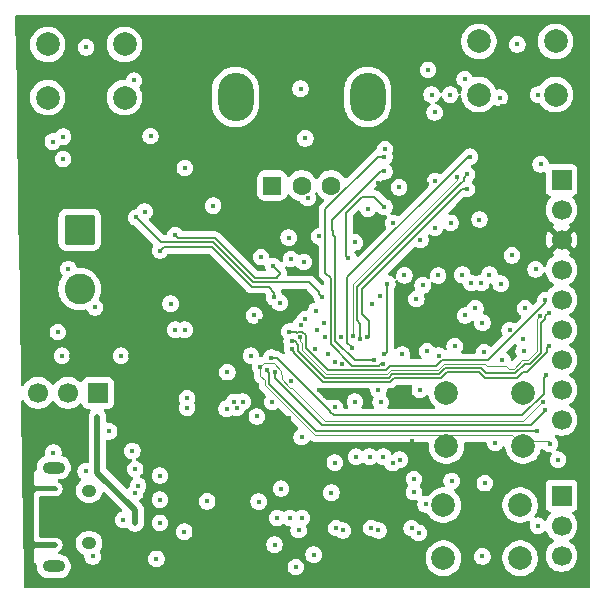
<source format=gbr>
%TF.GenerationSoftware,KiCad,Pcbnew,9.0.4*%
%TF.CreationDate,2025-09-30T19:15:50-07:00*%
%TF.ProjectId,LE_PSU_CAD,4c455f50-5355-45f4-9341-442e6b696361,rev?*%
%TF.SameCoordinates,Original*%
%TF.FileFunction,Copper,L3,Inr*%
%TF.FilePolarity,Positive*%
%FSLAX46Y46*%
G04 Gerber Fmt 4.6, Leading zero omitted, Abs format (unit mm)*
G04 Created by KiCad (PCBNEW 9.0.4) date 2025-09-30 19:15:50*
%MOMM*%
%LPD*%
G01*
G04 APERTURE LIST*
G04 Aperture macros list*
%AMRoundRect*
0 Rectangle with rounded corners*
0 $1 Rounding radius*
0 $2 $3 $4 $5 $6 $7 $8 $9 X,Y pos of 4 corners*
0 Add a 4 corners polygon primitive as box body*
4,1,4,$2,$3,$4,$5,$6,$7,$8,$9,$2,$3,0*
0 Add four circle primitives for the rounded corners*
1,1,$1+$1,$2,$3*
1,1,$1+$1,$4,$5*
1,1,$1+$1,$6,$7*
1,1,$1+$1,$8,$9*
0 Add four rect primitives between the rounded corners*
20,1,$1+$1,$2,$3,$4,$5,0*
20,1,$1+$1,$4,$5,$6,$7,0*
20,1,$1+$1,$6,$7,$8,$9,0*
20,1,$1+$1,$8,$9,$2,$3,0*%
G04 Aperture macros list end*
%TA.AperFunction,ComponentPad*%
%ADD10C,1.700000*%
%TD*%
%TA.AperFunction,ComponentPad*%
%ADD11R,1.700000X1.700000*%
%TD*%
%TA.AperFunction,ComponentPad*%
%ADD12C,2.000000*%
%TD*%
%TA.AperFunction,ComponentPad*%
%ADD13RoundRect,0.250000X-1.050000X1.050000X-1.050000X-1.050000X1.050000X-1.050000X1.050000X1.050000X0*%
%TD*%
%TA.AperFunction,ComponentPad*%
%ADD14C,2.600000*%
%TD*%
%TA.AperFunction,HeatsinkPad*%
%ADD15O,1.900000X1.000000*%
%TD*%
%TA.AperFunction,HeatsinkPad*%
%ADD16O,1.250000X1.050000*%
%TD*%
%TA.AperFunction,ComponentPad*%
%ADD17RoundRect,0.250000X0.550000X-0.550000X0.550000X0.550000X-0.550000X0.550000X-0.550000X-0.550000X0*%
%TD*%
%TA.AperFunction,ComponentPad*%
%ADD18C,1.600000*%
%TD*%
%TA.AperFunction,ComponentPad*%
%ADD19O,3.000000X4.100000*%
%TD*%
%TA.AperFunction,ViaPad*%
%ADD20C,0.400000*%
%TD*%
%TA.AperFunction,Conductor*%
%ADD21C,0.150000*%
%TD*%
%TA.AperFunction,Conductor*%
%ADD22C,0.100000*%
%TD*%
%TA.AperFunction,Conductor*%
%ADD23C,0.300000*%
%TD*%
%TA.AperFunction,Conductor*%
%ADD24C,0.500000*%
%TD*%
G04 APERTURE END LIST*
D10*
%TO.N,/SCK*%
%TO.C,J3*%
X219500000Y-109030000D03*
D11*
%TO.N,GND*%
X219500000Y-88710000D03*
D10*
%TO.N,Vin*%
X219500000Y-91250000D03*
%TO.N,+3V3_Digital*%
X219500000Y-93790000D03*
%TO.N,/MCLK*%
X219500000Y-96330000D03*
%TO.N,/{slash}IRQ*%
X219500000Y-98870000D03*
%TO.N,/SDO*%
X219500000Y-101410000D03*
%TO.N,/SDI*%
X219500000Y-103950000D03*
%TO.N,/{slash}CS*%
X219500000Y-106490000D03*
%TD*%
D12*
%TO.N,GND*%
%TO.C,SW1*%
X176000000Y-77250000D03*
X182500000Y-77250000D03*
%TO.N,Net-(R16-Pad1)*%
X176000000Y-81750000D03*
X182500000Y-81750000D03*
%TD*%
D13*
%TO.N,/BATT*%
%TO.C,UB1*%
X178700000Y-92950000D03*
D14*
%TO.N,GND*%
X178700000Y-97950000D03*
%TD*%
D15*
%TO.N,GND*%
%TO.C,J1*%
X176500000Y-113075000D03*
D16*
X179500000Y-115025000D03*
X179500000Y-119475000D03*
D15*
X176500000Y-121425000D03*
%TD*%
D12*
%TO.N,GND*%
%TO.C,SW4*%
X216000000Y-120750000D03*
X209500000Y-120750000D03*
%TO.N,Net-(R24-Pad2)*%
X216000000Y-116250000D03*
X209500000Y-116250000D03*
%TD*%
%TO.N,GND*%
%TO.C,SW2*%
X212500000Y-77000000D03*
X219000000Y-77000000D03*
%TO.N,Net-(R19-Pad1)*%
X212500000Y-81500000D03*
X219000000Y-81500000D03*
%TD*%
D17*
%TO.N,Net-(R14-Pad1)*%
%TO.C,ENC1*%
X195000000Y-89200000D03*
D18*
%TO.N,Net-(R27-Pad1)*%
X200000000Y-89200000D03*
%TO.N,GND*%
X197500000Y-89200000D03*
D19*
%TO.N,N/C*%
X191900000Y-81700000D03*
X203100000Y-81700000D03*
%TD*%
D11*
%TO.N,SW_CLK*%
%TO.C,J2*%
X219500000Y-115460000D03*
D10*
%TO.N,GND*%
X219500000Y-118000000D03*
%TO.N,SWD*%
X219500000Y-120540000D03*
%TD*%
D11*
%TO.N,USB_PWR*%
%TO.C,BATT_USB_JMP1*%
X180250000Y-106750000D03*
D10*
%TO.N,Vin*%
X177710000Y-106750000D03*
%TO.N,/BATT*%
X175170000Y-106750000D03*
%TD*%
D12*
%TO.N,GND*%
%TO.C,SW3*%
X216250000Y-111250000D03*
X209750000Y-111250000D03*
%TO.N,Net-(R23-Pad2)*%
X216250000Y-106750000D03*
X209750000Y-106750000D03*
%TD*%
D20*
%TO.N,GND*%
X217660876Y-100260876D03*
%TO.N,+3V3_Digital*%
X214500000Y-82450000D03*
%TO.N,GND*%
X208800000Y-88800000D03*
X192000000Y-108000000D03*
X198600000Y-103000000D03*
%TO.N,+3V3_Digital*%
X208000000Y-101400000D03*
X206200000Y-107200000D03*
%TO.N,Net-(U4-VREG_AVDD)*%
X200308204Y-107950602D03*
%TO.N,/FB*%
X198520000Y-120450000D03*
X197250000Y-118375000D03*
%TO.N,GND*%
X185490000Y-117750000D03*
X207400000Y-118600000D03*
X215300000Y-95100000D03*
X212950000Y-103300000D03*
X177300000Y-86940000D03*
X218500000Y-111050000D03*
X217500000Y-118000000D03*
X199400000Y-100800000D03*
X179800000Y-120600000D03*
X183160231Y-111660207D03*
X205750000Y-89350000D03*
X186800000Y-101400000D03*
X204000000Y-118400000D03*
X191754031Y-107508063D03*
X185490000Y-113750000D03*
X185500000Y-94700000D03*
X189500000Y-115936551D03*
X190000000Y-90900000D03*
X211850000Y-97450000D03*
X204550000Y-86100000D03*
X200800000Y-102000000D03*
X197660589Y-95660589D03*
X194000000Y-104550000D03*
X210650000Y-88450000D03*
X198000000Y-90250000D03*
X204126288Y-98549904D03*
X184200000Y-91400000D03*
X212800000Y-120600000D03*
X207750000Y-97650000D03*
X185490000Y-115800000D03*
X195184835Y-98660069D03*
X197800000Y-85200000D03*
X198800000Y-101400000D03*
X217954204Y-107554204D03*
X211350000Y-100200000D03*
X176425000Y-85475000D03*
X197000000Y-121500000D03*
X199489266Y-102019558D03*
X208500000Y-81500000D03*
X191200000Y-105000000D03*
X208789914Y-92789914D03*
X180000000Y-99500000D03*
X212550000Y-92075000D03*
X195430000Y-117335000D03*
X176473351Y-111822480D03*
X201450000Y-95350000D03*
X186400000Y-99200000D03*
X177200000Y-103600000D03*
X214500000Y-104000000D03*
X219250000Y-88250000D03*
X187800000Y-107200000D03*
X197350000Y-102050000D03*
X194050000Y-95250000D03*
X217300000Y-96300000D03*
X186800000Y-93400000D03*
X215750000Y-77250000D03*
X193864427Y-115952429D03*
X179250000Y-77500000D03*
X197500000Y-117335000D03*
X216200000Y-102200000D03*
X187600000Y-87700000D03*
X182200000Y-103600000D03*
X200000000Y-115200000D03*
X179200000Y-113400000D03*
X207000000Y-114040000D03*
X211301208Y-80179267D03*
X204500000Y-91000000D03*
X202000000Y-107500000D03*
X182400000Y-117500000D03*
X206000000Y-103500000D03*
X207500000Y-106500000D03*
X183650000Y-114600000D03*
X201000000Y-118400000D03*
X199688854Y-103445700D03*
X208105000Y-103215000D03*
X201879000Y-101911289D03*
X195000000Y-107500000D03*
X202000000Y-94000000D03*
X177750000Y-96250000D03*
X196500000Y-117335000D03*
X193700000Y-108750000D03*
X207000000Y-115152979D03*
X193482287Y-100183795D03*
X183300000Y-80300000D03*
X195200000Y-119600000D03*
X213900000Y-111000000D03*
X212700000Y-97450000D03*
X195096472Y-96018224D03*
X199000000Y-93500000D03*
%TO.N,Vin*%
X217725000Y-87400000D03*
X195750000Y-114850000D03*
%TO.N,+3V3_Digital*%
X211500000Y-103075000D03*
X206000000Y-106500000D03*
X208100000Y-89050000D03*
X209000000Y-88000000D03*
X194500000Y-115000000D03*
X193150000Y-86400000D03*
X195000000Y-110000000D03*
X212925000Y-85540000D03*
X183400000Y-99000000D03*
X198954214Y-106487975D03*
X183000000Y-103600000D03*
X204000000Y-89000000D03*
X206800000Y-110800000D03*
X211200000Y-92600000D03*
X197335000Y-120450000D03*
X199500000Y-107000000D03*
X199250000Y-112750000D03*
X217400000Y-97600000D03*
X189250000Y-114500000D03*
X215450000Y-85600000D03*
X193750000Y-106200000D03*
X193600000Y-102000000D03*
X196450000Y-108900000D03*
X213500000Y-98325000D03*
X183200000Y-87200000D03*
X210600000Y-91200000D03*
X183400000Y-96000000D03*
X218000000Y-92200000D03*
X212400000Y-93400000D03*
X215250000Y-103500000D03*
X193000000Y-114500000D03*
X191400000Y-114400000D03*
X205400000Y-90800000D03*
X206250000Y-102000000D03*
X201368258Y-106712585D03*
X202000000Y-92500000D03*
X215600000Y-88400000D03*
X178000000Y-103600000D03*
X203200000Y-85600000D03*
X201550000Y-87050000D03*
X206000000Y-84000000D03*
X198339411Y-96339411D03*
X185600000Y-104400000D03*
X189450000Y-118150000D03*
X185600000Y-106800000D03*
X210120000Y-84050000D03*
X185600000Y-110000000D03*
X211000000Y-98325000D03*
X193934835Y-100636343D03*
X179200000Y-83400000D03*
X192600000Y-110000000D03*
X209050000Y-98387500D03*
X207600000Y-85400000D03*
%TO.N,/QSPI_SD1*%
X204500000Y-86750000D03*
X204400000Y-104324101D03*
%TO.N,/QSPI_SD3*%
X201760906Y-102973533D03*
X211750000Y-86750000D03*
%TO.N,/QSPI_SCLK*%
X202458852Y-102150000D03*
X211500000Y-88250000D03*
%TO.N,/QSPI_SD0*%
X203050000Y-102050000D03*
X211500000Y-89500000D03*
%TO.N,/QSPI_SD2*%
X204500000Y-88000000D03*
X203587730Y-103957278D03*
%TO.N,/BTN1*%
X199250000Y-98650000D03*
X183500000Y-91900000D03*
X177300000Y-85065000D03*
%TO.N,/BTN0*%
X210064682Y-81494737D03*
X208750000Y-83000000D03*
X198700000Y-99800000D03*
%TO.N,Net-(U4-VREG_AVDD)*%
X197500000Y-110500000D03*
%TO.N,+1V1*%
X203400000Y-118200000D03*
X176850000Y-101600000D03*
X213000000Y-114400000D03*
X210200000Y-114200000D03*
X195637383Y-99112617D03*
X185200000Y-120800000D03*
X204400000Y-112150000D03*
X219200000Y-112400000D03*
X207550000Y-93800000D03*
X192500000Y-107500000D03*
X206800000Y-118200000D03*
X200400000Y-118200000D03*
X206200000Y-96800000D03*
X203250000Y-112150000D03*
X200951618Y-104278438D03*
X181200000Y-110000000D03*
X207200000Y-98800000D03*
X205800000Y-112400000D03*
X216300000Y-103200000D03*
X187600000Y-101400000D03*
X209100000Y-103600000D03*
X184700000Y-85000000D03*
X212800000Y-100800000D03*
X191150000Y-108100000D03*
X200300000Y-112650000D03*
X196400000Y-93600000D03*
X197400000Y-81000000D03*
X196590244Y-105705649D03*
X187550000Y-118500000D03*
X208200000Y-79400000D03*
X212200000Y-99600000D03*
X203447466Y-99228726D03*
X187800000Y-108000000D03*
X196585876Y-95414124D03*
X216400000Y-99600000D03*
X202100000Y-112150000D03*
%TO.N,Net-(D1-K)*%
X210450000Y-102790000D03*
X214340000Y-97500000D03*
%TO.N,Net-(D2-K)*%
X213400000Y-96750000D03*
X215100000Y-101440000D03*
%TO.N,Net-(D3-K)*%
X210100000Y-92350000D03*
X211100000Y-96750000D03*
%TO.N,Net-(D4-K)*%
X205250000Y-92360000D03*
X209050000Y-96812500D03*
%TO.N,USB_PWR*%
X183390000Y-117750000D03*
X180200000Y-108800000D03*
%TO.N,/USB_D+*%
X183400000Y-113200000D03*
X204000000Y-106500000D03*
%TO.N,/USB_D-*%
X183400000Y-115200000D03*
X204182106Y-107525000D03*
%TO.N,SW_CLK*%
X197800000Y-100502233D03*
%TO.N,SWD*%
X197400000Y-101000000D03*
%TO.N,/MCLK*%
X218125000Y-98925000D03*
X196445390Y-101561355D03*
%TO.N,/{slash}CS*%
X195250000Y-105000000D03*
X218114197Y-108204886D03*
%TO.N,/SDO*%
X218400000Y-102800000D03*
X196700000Y-103000000D03*
%TO.N,/SDI*%
X218221373Y-105257713D03*
X194926397Y-103773603D03*
%TO.N,/{slash}IRQ*%
X196650000Y-102400000D03*
X218400000Y-100000000D03*
%TO.N,/SCK*%
X217400000Y-110000000D03*
X194550000Y-104850000D03*
%TO.N,Net-(R19-Pad1)*%
X214250000Y-81750000D03*
X217500000Y-81500000D03*
%TO.N,/QSPI_SS*%
X204500000Y-103500000D03*
X204750000Y-97500000D03*
%TO.N,Net-(R24-Pad2)*%
X193200000Y-103600000D03*
X208000000Y-116200000D03*
%TO.N,Net-(R27-Pad1)*%
X203119540Y-91160000D03*
%TO.N,Net-(U4-VREG_LX)*%
X200320325Y-104169605D03*
X205200000Y-112700000D03*
%TD*%
D21*
%TO.N,/SCK*%
X194743828Y-105043828D02*
X194550000Y-104850000D01*
X194743828Y-105993828D02*
X194743828Y-105043828D01*
X198750000Y-110000000D02*
X194743828Y-105993828D01*
X199829758Y-110011000D02*
X199818758Y-110000000D01*
X200170242Y-110011000D02*
X199829758Y-110011000D01*
X200181242Y-110000000D02*
X200170242Y-110011000D01*
X209195463Y-110000000D02*
X200181242Y-110000000D01*
X209221463Y-109974000D02*
X209195463Y-110000000D01*
X210278537Y-109974000D02*
X209221463Y-109974000D01*
X210304537Y-110000000D02*
X210278537Y-109974000D01*
X199818758Y-110000000D02*
X198750000Y-110000000D01*
X215695463Y-110000000D02*
X210304537Y-110000000D01*
X215721463Y-109974000D02*
X215695463Y-110000000D01*
X217400000Y-110000000D02*
X216804537Y-110000000D01*
X216804537Y-110000000D02*
X216778537Y-109974000D01*
X216778537Y-109974000D02*
X215721463Y-109974000D01*
D22*
%TO.N,GND*%
X194325397Y-104224603D02*
X194000000Y-104550000D01*
X195112414Y-104224603D02*
X194325397Y-104224603D01*
X195768906Y-104881095D02*
X195112414Y-104224603D01*
X195768906Y-105168906D02*
X195768906Y-104881095D01*
X195800000Y-105200000D02*
X195768906Y-105168906D01*
X195800000Y-105588966D02*
X195800000Y-105200000D01*
X196542304Y-106331270D02*
X195800000Y-105588966D01*
X199505859Y-109174000D02*
X196663129Y-106331270D01*
X217845796Y-107554204D02*
X216226000Y-109174000D01*
X217954204Y-107554204D02*
X217845796Y-107554204D01*
X196663129Y-106331270D02*
X196542304Y-106331270D01*
X216226000Y-109174000D02*
X199505859Y-109174000D01*
D21*
%TO.N,/{slash}CS*%
X195250000Y-105500000D02*
X195250000Y-105000000D01*
X199250000Y-109500000D02*
X195250000Y-105500000D01*
X218114197Y-108285803D02*
X216900000Y-109500000D01*
X218114197Y-108204886D02*
X218114197Y-108285803D01*
X216900000Y-109500000D02*
X199250000Y-109500000D01*
%TO.N,/SDI*%
X194926397Y-103802228D02*
X194926397Y-103773603D01*
X194934172Y-103810003D02*
X194926397Y-103802228D01*
X195410003Y-103810003D02*
X194934172Y-103810003D01*
X199624000Y-108024000D02*
X195410003Y-103810003D01*
X199653294Y-108024000D02*
X199624000Y-108024000D01*
X199932128Y-108302834D02*
X199653294Y-108024000D01*
X199932128Y-108332128D02*
X199932128Y-108302834D01*
X216169785Y-108666871D02*
X200266871Y-108666871D01*
X218000000Y-106836656D02*
X216169785Y-108666871D01*
X218000000Y-105479086D02*
X218000000Y-106836656D01*
X200266871Y-108666871D02*
X199932128Y-108332128D01*
X218221373Y-105257713D02*
X218000000Y-105479086D01*
%TO.N,/SDO*%
X196824000Y-103274000D02*
X196700000Y-103150000D01*
X196700000Y-103150000D02*
X196700000Y-103000000D01*
X196824000Y-103347166D02*
X196824000Y-103274000D01*
X199279935Y-105803101D02*
X196824000Y-103347166D01*
X205012622Y-105803101D02*
X199279935Y-105803101D01*
X205312723Y-105503000D02*
X205012622Y-105803101D01*
X209306354Y-105503000D02*
X205312723Y-105503000D01*
X209806354Y-105003000D02*
X209306354Y-105503000D01*
X212500000Y-105003000D02*
X209806354Y-105003000D01*
X212997000Y-105500000D02*
X212500000Y-105003000D01*
X215747950Y-105500000D02*
X212997000Y-105500000D01*
X216247950Y-105000000D02*
X215747950Y-105500000D01*
X216923000Y-104677000D02*
X216600000Y-105000000D01*
X216937320Y-104677000D02*
X216923000Y-104677000D01*
X218127000Y-103487321D02*
X216937320Y-104677000D01*
X218290000Y-103310000D02*
X218127000Y-103473000D01*
X218400000Y-102800000D02*
X218290000Y-102910000D01*
X218290000Y-102910000D02*
X218290000Y-103310000D01*
X218127000Y-103473000D02*
X218127000Y-103487321D01*
X216600000Y-105000000D02*
X216247950Y-105000000D01*
%TO.N,/{slash}IRQ*%
X197226994Y-102674000D02*
X196952994Y-102400000D01*
X197226994Y-103226994D02*
X197226994Y-102674000D01*
X199452101Y-105452101D02*
X197226994Y-103226994D01*
X204867234Y-105452101D02*
X199452101Y-105452101D01*
X205167335Y-105152000D02*
X204867234Y-105452101D01*
X209160966Y-105152000D02*
X205167335Y-105152000D01*
X209660966Y-104652000D02*
X209160966Y-105152000D01*
X212670068Y-104652000D02*
X209660966Y-104652000D01*
X213095068Y-105077000D02*
X212670068Y-104652000D01*
X215301776Y-105077000D02*
X213095068Y-105077000D01*
X215301782Y-105077002D02*
X215301776Y-105077000D01*
X215381068Y-105077000D02*
X215301782Y-105077002D01*
X215408517Y-105104449D02*
X215381068Y-105077000D01*
X215595530Y-105104449D02*
X215408517Y-105104449D01*
X216373979Y-104326000D02*
X215595530Y-105104449D01*
X216791932Y-104326000D02*
X216373979Y-104326000D01*
X196952994Y-102400000D02*
X196650000Y-102400000D01*
X217776000Y-103341932D02*
X216791932Y-104326000D01*
X217776000Y-100818918D02*
X217776000Y-103341932D01*
X218136876Y-100458042D02*
X217776000Y-100818918D01*
X218136876Y-100263124D02*
X218136876Y-100458042D01*
X218400000Y-100000000D02*
X218136876Y-100263124D01*
D22*
%TO.N,GND*%
X217450000Y-100471752D02*
X217660876Y-100260876D01*
X217450000Y-103206898D02*
X217450000Y-100471752D01*
X216656898Y-104000000D02*
X217450000Y-103206898D01*
X216187810Y-104000000D02*
X216656898Y-104000000D01*
X215436812Y-104750998D02*
X216187810Y-104000000D01*
X215166744Y-104750998D02*
X215436812Y-104750998D01*
X215166742Y-104751000D02*
X215166744Y-104750998D01*
X215063189Y-104751000D02*
X215166742Y-104751000D01*
X214812189Y-104500000D02*
X215063189Y-104751000D01*
X213211034Y-104500000D02*
X214812189Y-104500000D01*
X213037034Y-104326000D02*
X213211034Y-104500000D01*
X209525932Y-104326000D02*
X213037034Y-104326000D01*
X209025932Y-104826000D02*
X209525932Y-104326000D01*
X205032301Y-104826000D02*
X209025932Y-104826000D01*
X204067800Y-105126101D02*
X204732200Y-105126101D01*
X199578498Y-105117464D02*
X204059163Y-105117464D01*
X197552994Y-103091960D02*
X199578498Y-105117464D01*
X197552994Y-102538966D02*
X197552994Y-103091960D01*
X204059163Y-105117464D02*
X204067800Y-105126101D01*
X204732200Y-105126101D02*
X205032301Y-104826000D01*
X197350000Y-102335972D02*
X197552994Y-102538966D01*
X197350000Y-102050000D02*
X197350000Y-102335972D01*
D21*
%TO.N,/QSPI_SD2*%
X204250000Y-88000000D02*
X204500000Y-88000000D01*
X200100000Y-92150000D02*
X204250000Y-88000000D01*
X200100000Y-92966834D02*
X200100000Y-92150000D01*
X200161000Y-93027834D02*
X200100000Y-92966834D01*
X200318872Y-93580038D02*
X200161000Y-93422166D01*
X202000000Y-104000000D02*
X200318872Y-102318872D01*
X203424489Y-104000000D02*
X202000000Y-104000000D01*
X203450671Y-103973818D02*
X203424489Y-104000000D01*
X200161000Y-93422166D02*
X200161000Y-93027834D01*
X203571190Y-103973818D02*
X203450671Y-103973818D01*
X203587730Y-103957278D02*
X203571190Y-103973818D01*
X200318872Y-102318872D02*
X200318872Y-93580038D01*
%TO.N,/MCLK*%
X218125000Y-99125000D02*
X218125000Y-98925000D01*
X209390898Y-104000000D02*
X213250000Y-104000000D01*
X208890898Y-104500000D02*
X209390898Y-104000000D01*
X204876000Y-104500000D02*
X208890898Y-104500000D01*
X204876000Y-104521267D02*
X204876000Y-104500000D01*
X213250000Y-104000000D02*
X218125000Y-99125000D01*
X204597166Y-104800101D02*
X204876000Y-104521267D01*
X204202834Y-104800101D02*
X204597166Y-104800101D01*
X204190606Y-104787873D02*
X204202834Y-104800101D01*
X204187016Y-104791463D02*
X204190606Y-104787873D01*
X199713531Y-104791463D02*
X204187016Y-104791463D01*
X197878994Y-102956926D02*
X199713531Y-104791463D01*
X197878994Y-102403932D02*
X197878994Y-102956926D01*
X197826000Y-102350938D02*
X197878994Y-102403932D01*
X197547166Y-101574000D02*
X197826000Y-101852834D01*
X197152834Y-101574000D02*
X197547166Y-101574000D01*
X197826000Y-101852834D02*
X197826000Y-102350938D01*
X197081737Y-101645097D02*
X197152834Y-101574000D01*
X196997995Y-101561355D02*
X197081737Y-101645097D01*
X196445390Y-101561355D02*
X196997995Y-101561355D01*
%TO.N,GND*%
X202587610Y-90158778D02*
X201228857Y-91517531D01*
X194700000Y-97800000D02*
X195184835Y-98284835D01*
X189903612Y-94400000D02*
X193254612Y-97751000D01*
D22*
X198625966Y-110337000D02*
X201652000Y-110337000D01*
X210650000Y-88450000D02*
X210650000Y-88743661D01*
D21*
X195643115Y-96564867D02*
X195643115Y-96725981D01*
X194700000Y-97751000D02*
X194700000Y-97800000D01*
X193545389Y-97049000D02*
X190145389Y-93649000D01*
D22*
X210650000Y-88743661D02*
X201822000Y-97571661D01*
D21*
X203658778Y-90158778D02*
X202587610Y-90158778D01*
D22*
X215337000Y-110337000D02*
X216250000Y-111250000D01*
D21*
X187049000Y-93649000D02*
X186800000Y-93400000D01*
X190145389Y-93649000D02*
X187049000Y-93649000D01*
X195184835Y-98284835D02*
X195184835Y-98660069D01*
D22*
X216674000Y-110826000D02*
X216250000Y-111250000D01*
D21*
X201228857Y-95128857D02*
X201450000Y-95350000D01*
X195400000Y-97049000D02*
X193545389Y-97049000D01*
D22*
X194400000Y-105700000D02*
X194400000Y-106111034D01*
X218500000Y-111050000D02*
X218500000Y-110940203D01*
D21*
X201228857Y-91517531D02*
X201228857Y-95128857D01*
X195096472Y-96018224D02*
X195643115Y-96564867D01*
X185800000Y-94400000D02*
X189903612Y-94400000D01*
D22*
X194569483Y-106280517D02*
X198625966Y-110337000D01*
D21*
X185500000Y-94700000D02*
X185800000Y-94400000D01*
X195400000Y-96969096D02*
X195400000Y-97049000D01*
D22*
X201822000Y-101911289D02*
X201879000Y-101911289D01*
D21*
X204500000Y-91000000D02*
X203658778Y-90158778D01*
D22*
X194000000Y-105300000D02*
X194400000Y-105700000D01*
X194000000Y-104550000D02*
X194000000Y-105300000D01*
X218500000Y-110940203D02*
X218385797Y-110826000D01*
X201652000Y-110337000D02*
X215337000Y-110337000D01*
X218385797Y-110826000D02*
X216674000Y-110826000D01*
X194400000Y-106111034D02*
X194569483Y-106280517D01*
X201822000Y-97571661D02*
X201822000Y-101911289D01*
D21*
X193254612Y-97751000D02*
X194700000Y-97751000D01*
X195643115Y-96725981D02*
X195400000Y-96969096D01*
D23*
%TO.N,+3V3_Digital*%
X199651325Y-107185086D02*
X200895757Y-107185086D01*
X198954214Y-106487975D02*
X199651325Y-107185086D01*
X200895757Y-107185086D02*
X201368258Y-106712585D01*
D21*
%TO.N,/QSPI_SD1*%
X203941831Y-86750000D02*
X204500000Y-86750000D01*
X204041627Y-104440463D02*
X201785396Y-104440463D01*
X199500278Y-96577112D02*
X199500278Y-91191553D01*
X204157989Y-104324101D02*
X204041627Y-104440463D01*
X199500278Y-91191553D02*
X203941831Y-86750000D01*
X204400000Y-104324101D02*
X204157989Y-104324101D01*
X199964266Y-102619333D02*
X199964266Y-97041100D01*
X201785396Y-104440463D02*
X199964266Y-102619333D01*
X199964266Y-97041100D02*
X199500278Y-96577112D01*
%TO.N,/QSPI_SD3*%
X201760906Y-102973533D02*
X201760906Y-102882560D01*
X201368069Y-96971270D02*
X211589339Y-86750000D01*
X211589339Y-86750000D02*
X211750000Y-86750000D01*
X201368069Y-102489723D02*
X201368069Y-96971270D01*
X201760906Y-102882560D02*
X201368069Y-102489723D01*
%TO.N,/QSPI_SCLK*%
X211100000Y-88900000D02*
X211200000Y-88800000D01*
X202148000Y-97823866D02*
X211071866Y-88900000D01*
X202148000Y-100570068D02*
X202148000Y-97823866D01*
X202458852Y-100880920D02*
X202148000Y-100570068D01*
X211200000Y-88550000D02*
X211500000Y-88250000D01*
X211200000Y-88800000D02*
X211200000Y-88550000D01*
X211071866Y-88900000D02*
X211100000Y-88900000D01*
X202458852Y-102150000D02*
X202458852Y-100880920D01*
%TO.N,/QSPI_SD0*%
X203135460Y-102064540D02*
X203200000Y-102000000D01*
X203200000Y-102000000D02*
X203200000Y-100700000D01*
X202600000Y-97986922D02*
X211086922Y-89500000D01*
X202600000Y-100100000D02*
X202600000Y-97986922D01*
X203200000Y-100700000D02*
X202600000Y-100100000D01*
X211086922Y-89500000D02*
X211500000Y-89500000D01*
%TO.N,/BTN1*%
X198150000Y-97400000D02*
X193400000Y-97400000D01*
X199000000Y-98400000D02*
X199000000Y-98250000D01*
X199250000Y-98650000D02*
X199000000Y-98400000D01*
X190000000Y-94000000D02*
X185600000Y-94000000D01*
X185600000Y-94000000D02*
X183500000Y-91900000D01*
X199000000Y-98250000D02*
X198150000Y-97400000D01*
X193400000Y-97400000D02*
X190000000Y-94000000D01*
D24*
%TO.N,USB_PWR*%
X180200000Y-113500000D02*
X183390000Y-116690000D01*
X180200000Y-108800000D02*
X180200000Y-113500000D01*
X183390000Y-116690000D02*
X183390000Y-117750000D01*
D21*
%TO.N,/{slash}IRQ*%
X196650000Y-102400000D02*
X196600611Y-102400000D01*
%TO.N,/QSPI_SS*%
X204750000Y-97500000D02*
X204750000Y-103250000D01*
X204750000Y-103250000D02*
X204500000Y-103500000D01*
%TD*%
%TA.AperFunction,Conductor*%
%TO.N,+3V3_Digital*%
G36*
X199088793Y-106347686D02*
G01*
X199204169Y-106378601D01*
X203175500Y-106378601D01*
X203242539Y-106398286D01*
X203288294Y-106451090D01*
X203299500Y-106502601D01*
X203299500Y-106568993D01*
X203299500Y-106568995D01*
X203299499Y-106568995D01*
X203326418Y-106704322D01*
X203326421Y-106704332D01*
X203379221Y-106831804D01*
X203379228Y-106831817D01*
X203455885Y-106946541D01*
X203455888Y-106946545D01*
X203545929Y-107036586D01*
X203579414Y-107097909D01*
X203574430Y-107167601D01*
X203564110Y-107187770D01*
X203564201Y-107187819D01*
X203561500Y-107192870D01*
X203561366Y-107193134D01*
X203561335Y-107193179D01*
X203561329Y-107193190D01*
X203508527Y-107320667D01*
X203508524Y-107320677D01*
X203481606Y-107456004D01*
X203481606Y-107456007D01*
X203481606Y-107593993D01*
X203481606Y-107593995D01*
X203481605Y-107593995D01*
X203508524Y-107729322D01*
X203508527Y-107729332D01*
X203561327Y-107856804D01*
X203561334Y-107856816D01*
X203589173Y-107898480D01*
X203610051Y-107965157D01*
X203591567Y-108032537D01*
X203539588Y-108079228D01*
X203486071Y-108091371D01*
X202679331Y-108091371D01*
X202612292Y-108071686D01*
X202566537Y-108018882D01*
X202556593Y-107949724D01*
X202576229Y-107898480D01*
X202620771Y-107831817D01*
X202620771Y-107831816D01*
X202620775Y-107831811D01*
X202673580Y-107704328D01*
X202684810Y-107647872D01*
X202700500Y-107568995D01*
X202700500Y-107431004D01*
X202673581Y-107295677D01*
X202673580Y-107295676D01*
X202673580Y-107295672D01*
X202662289Y-107268412D01*
X202620778Y-107168195D01*
X202620771Y-107168182D01*
X202544114Y-107053458D01*
X202544111Y-107053454D01*
X202446545Y-106955888D01*
X202446541Y-106955885D01*
X202331817Y-106879228D01*
X202331804Y-106879221D01*
X202204332Y-106826421D01*
X202204322Y-106826418D01*
X202068995Y-106799500D01*
X202068993Y-106799500D01*
X201931007Y-106799500D01*
X201931005Y-106799500D01*
X201795677Y-106826418D01*
X201795667Y-106826421D01*
X201668195Y-106879221D01*
X201668182Y-106879228D01*
X201553458Y-106955885D01*
X201553454Y-106955888D01*
X201455888Y-107053454D01*
X201455885Y-107053458D01*
X201379228Y-107168182D01*
X201379221Y-107168195D01*
X201326421Y-107295667D01*
X201326418Y-107295677D01*
X201299500Y-107431004D01*
X201299500Y-107431007D01*
X201299500Y-107568993D01*
X201299500Y-107568995D01*
X201299499Y-107568995D01*
X201326418Y-107704322D01*
X201326421Y-107704332D01*
X201379221Y-107831804D01*
X201379228Y-107831817D01*
X201423771Y-107898480D01*
X201426808Y-107908180D01*
X201433463Y-107915860D01*
X201437071Y-107940959D01*
X201444649Y-107965158D01*
X201441960Y-107974957D01*
X201443407Y-107985018D01*
X201432872Y-108008086D01*
X201426164Y-108032538D01*
X201418604Y-108039328D01*
X201414382Y-108048574D01*
X201393047Y-108062284D01*
X201374185Y-108079228D01*
X201362588Y-108081859D01*
X201355604Y-108086348D01*
X201320669Y-108091371D01*
X201132704Y-108091371D01*
X201065665Y-108071686D01*
X201019910Y-108018882D01*
X201008704Y-107967371D01*
X201008704Y-107881606D01*
X200981785Y-107746279D01*
X200981784Y-107746278D01*
X200981784Y-107746274D01*
X200976249Y-107732912D01*
X200928982Y-107618797D01*
X200928975Y-107618784D01*
X200852318Y-107504060D01*
X200852315Y-107504056D01*
X200754749Y-107406490D01*
X200754745Y-107406487D01*
X200640021Y-107329830D01*
X200640008Y-107329823D01*
X200512536Y-107277023D01*
X200512526Y-107277020D01*
X200377199Y-107250102D01*
X200377197Y-107250102D01*
X200239211Y-107250102D01*
X200239209Y-107250102D01*
X200103881Y-107277020D01*
X200103871Y-107277023D01*
X199976399Y-107329823D01*
X199976388Y-107329829D01*
X199921520Y-107366491D01*
X199854842Y-107387368D01*
X199787462Y-107368883D01*
X199764949Y-107351069D01*
X198969023Y-106555143D01*
X198935538Y-106493820D01*
X198940522Y-106424128D01*
X198982394Y-106368195D01*
X199047858Y-106343778D01*
X199088793Y-106347686D01*
G37*
%TD.AperFunction*%
%TA.AperFunction,Conductor*%
G36*
X206762276Y-106087743D02*
G01*
X206794068Y-106095858D01*
X206795632Y-106097538D01*
X206797835Y-106098185D01*
X206819315Y-106122974D01*
X206841679Y-106146994D01*
X206842086Y-106149254D01*
X206843590Y-106150989D01*
X206848258Y-106183460D01*
X206854086Y-106215754D01*
X206853328Y-106218720D01*
X206853534Y-106220147D01*
X206845358Y-106249950D01*
X206829454Y-106288349D01*
X206826420Y-106295673D01*
X206826418Y-106295677D01*
X206799500Y-106431004D01*
X206799500Y-106431007D01*
X206799500Y-106568993D01*
X206799500Y-106568995D01*
X206799499Y-106568995D01*
X206826418Y-106704322D01*
X206826421Y-106704332D01*
X206879221Y-106831804D01*
X206879228Y-106831817D01*
X206955885Y-106946541D01*
X206955888Y-106946545D01*
X207053454Y-107044111D01*
X207053458Y-107044114D01*
X207168182Y-107120771D01*
X207168195Y-107120778D01*
X207281237Y-107167601D01*
X207295672Y-107173580D01*
X207295676Y-107173580D01*
X207295677Y-107173581D01*
X207431004Y-107200500D01*
X207431007Y-107200500D01*
X207568995Y-107200500D01*
X207660041Y-107182389D01*
X207704328Y-107173580D01*
X207831811Y-107120775D01*
X207946542Y-107044114D01*
X208044114Y-106946542D01*
X208044136Y-106946508D01*
X208044170Y-106946459D01*
X208044209Y-106946425D01*
X208047978Y-106941834D01*
X208048848Y-106942548D01*
X208097779Y-106901650D01*
X208167103Y-106892938D01*
X208230133Y-106923089D01*
X208266856Y-106982530D01*
X208269749Y-106995945D01*
X208286446Y-107101368D01*
X208359433Y-107325996D01*
X208464299Y-107531806D01*
X208466657Y-107536433D01*
X208605483Y-107727510D01*
X208605485Y-107727512D01*
X208757663Y-107879690D01*
X208791148Y-107941013D01*
X208786164Y-108010705D01*
X208744292Y-108066638D01*
X208678828Y-108091055D01*
X208669982Y-108091371D01*
X204878141Y-108091371D01*
X204811102Y-108071686D01*
X204765347Y-108018882D01*
X204755403Y-107949724D01*
X204775039Y-107898480D01*
X204790760Y-107874951D01*
X204802881Y-107856811D01*
X204855686Y-107729328D01*
X204870778Y-107653458D01*
X204882606Y-107593995D01*
X204882606Y-107456004D01*
X204855687Y-107320677D01*
X204855686Y-107320676D01*
X204855686Y-107320672D01*
X204848673Y-107303740D01*
X204802884Y-107193195D01*
X204802877Y-107193182D01*
X204726220Y-107078458D01*
X204726217Y-107078454D01*
X204636175Y-106988412D01*
X204602690Y-106927089D01*
X204607674Y-106857397D01*
X204617998Y-106837227D01*
X204617906Y-106837178D01*
X204620694Y-106831962D01*
X204620760Y-106831832D01*
X204620775Y-106831811D01*
X204673580Y-106704328D01*
X204700500Y-106568993D01*
X204700500Y-106502601D01*
X204720185Y-106435562D01*
X204772989Y-106389807D01*
X204824500Y-106378601D01*
X205088386Y-106378601D01*
X205088388Y-106378601D01*
X205234757Y-106339382D01*
X205365987Y-106263616D01*
X205514784Y-106114819D01*
X205576107Y-106081334D01*
X205602465Y-106078500D01*
X206730796Y-106078500D01*
X206762276Y-106087743D01*
G37*
%TD.AperFunction*%
%TA.AperFunction,Conductor*%
G36*
X215569981Y-102580841D02*
G01*
X215584511Y-102581881D01*
X215601377Y-102594507D01*
X215620693Y-102602915D01*
X215637290Y-102621392D01*
X215640444Y-102623753D01*
X215644278Y-102629171D01*
X215655883Y-102646539D01*
X215655888Y-102646545D01*
X215686696Y-102677352D01*
X215720182Y-102738674D01*
X215715198Y-102808366D01*
X215702119Y-102833923D01*
X215679230Y-102868179D01*
X215679221Y-102868195D01*
X215626421Y-102995667D01*
X215626418Y-102995677D01*
X215599500Y-103131004D01*
X215599500Y-103131007D01*
X215599500Y-103268993D01*
X215599500Y-103268995D01*
X215599499Y-103268995D01*
X215626418Y-103404322D01*
X215626421Y-103404332D01*
X215679221Y-103531804D01*
X215679228Y-103531817D01*
X215702094Y-103566038D01*
X215722972Y-103632716D01*
X215704487Y-103700096D01*
X215686673Y-103722610D01*
X215410626Y-103998657D01*
X215349303Y-104032142D01*
X215279611Y-104027158D01*
X215223678Y-103985286D01*
X215201328Y-103935167D01*
X215181283Y-103834396D01*
X215173580Y-103795672D01*
X215151903Y-103743339D01*
X215120778Y-103668195D01*
X215120771Y-103668182D01*
X215044114Y-103553458D01*
X215044111Y-103553454D01*
X214946542Y-103455885D01*
X214869226Y-103404225D01*
X214824421Y-103350613D01*
X214815714Y-103281288D01*
X214845868Y-103218261D01*
X214850417Y-103213461D01*
X215453498Y-102610380D01*
X215471985Y-102600285D01*
X215487659Y-102586207D01*
X215502035Y-102583877D01*
X215514819Y-102576897D01*
X215535834Y-102578399D01*
X215556629Y-102575030D01*
X215569981Y-102580841D01*
G37*
%TD.AperFunction*%
%TA.AperFunction,Conductor*%
G36*
X202372520Y-91290260D02*
G01*
X202428454Y-91332131D01*
X202443748Y-91358989D01*
X202498763Y-91491807D01*
X202498768Y-91491817D01*
X202575425Y-91606541D01*
X202575428Y-91606545D01*
X202672994Y-91704111D01*
X202672998Y-91704114D01*
X202787722Y-91780771D01*
X202787735Y-91780778D01*
X202888223Y-91822401D01*
X202915212Y-91833580D01*
X202915216Y-91833580D01*
X202915217Y-91833581D01*
X203050544Y-91860500D01*
X203050547Y-91860500D01*
X203188535Y-91860500D01*
X203279581Y-91842389D01*
X203323868Y-91833580D01*
X203451351Y-91780775D01*
X203566082Y-91704114D01*
X203663654Y-91606542D01*
X203740315Y-91491811D01*
X203745913Y-91478295D01*
X203789753Y-91423892D01*
X203856046Y-91401825D01*
X203923746Y-91419103D01*
X203951165Y-91442647D01*
X203951578Y-91442235D01*
X204053454Y-91544111D01*
X204053458Y-91544114D01*
X204168182Y-91620771D01*
X204168195Y-91620778D01*
X204263833Y-91660392D01*
X204295672Y-91673580D01*
X204295676Y-91673580D01*
X204295677Y-91673581D01*
X204431004Y-91700500D01*
X204431007Y-91700500D01*
X204568994Y-91700500D01*
X204583752Y-91697564D01*
X204604791Y-91693379D01*
X204674383Y-91699606D01*
X204729561Y-91742468D01*
X204752806Y-91808357D01*
X204736739Y-91876354D01*
X204716668Y-91902674D01*
X204705890Y-91913452D01*
X204705885Y-91913458D01*
X204629228Y-92028182D01*
X204629221Y-92028195D01*
X204576421Y-92155667D01*
X204576418Y-92155677D01*
X204549500Y-92291004D01*
X204549500Y-92291007D01*
X204549500Y-92428993D01*
X204549500Y-92428995D01*
X204549499Y-92428995D01*
X204576418Y-92564322D01*
X204576421Y-92564332D01*
X204629221Y-92691804D01*
X204629228Y-92691817D01*
X204654567Y-92729739D01*
X204675445Y-92796417D01*
X204656960Y-92863797D01*
X204639146Y-92886311D01*
X202329497Y-95195961D01*
X202268174Y-95229446D01*
X202198482Y-95224462D01*
X202142549Y-95182590D01*
X202126574Y-95151024D01*
X202125911Y-95151299D01*
X202070778Y-95018195D01*
X202070771Y-95018182D01*
X201994117Y-94903462D01*
X201992679Y-94901710D01*
X201992212Y-94900611D01*
X201990730Y-94898393D01*
X201991150Y-94898111D01*
X201965365Y-94837400D01*
X201977155Y-94768533D01*
X202024306Y-94716972D01*
X202064340Y-94701426D01*
X202125140Y-94689331D01*
X202204328Y-94673580D01*
X202311411Y-94629225D01*
X202331804Y-94620778D01*
X202331804Y-94620777D01*
X202331811Y-94620775D01*
X202446542Y-94544114D01*
X202544114Y-94446542D01*
X202620775Y-94331811D01*
X202673580Y-94204328D01*
X202685669Y-94143554D01*
X202700500Y-94068995D01*
X202700500Y-93931004D01*
X202673581Y-93795677D01*
X202673580Y-93795676D01*
X202673580Y-93795672D01*
X202643965Y-93724174D01*
X202620778Y-93668195D01*
X202620771Y-93668182D01*
X202544114Y-93553458D01*
X202544111Y-93553454D01*
X202446545Y-93455888D01*
X202446541Y-93455885D01*
X202331817Y-93379228D01*
X202331804Y-93379221D01*
X202204332Y-93326421D01*
X202204322Y-93326418D01*
X202068995Y-93299500D01*
X202068993Y-93299500D01*
X201931007Y-93299500D01*
X201928357Y-93299500D01*
X201861318Y-93279815D01*
X201815563Y-93227011D01*
X201804357Y-93175500D01*
X201804357Y-91807273D01*
X201824042Y-91740234D01*
X201840676Y-91719592D01*
X202039497Y-91520771D01*
X202241508Y-91318759D01*
X202302829Y-91285276D01*
X202372520Y-91290260D01*
G37*
%TD.AperFunction*%
%TA.AperFunction,Conductor*%
G36*
X221867766Y-74769685D02*
G01*
X221913521Y-74822489D01*
X221924727Y-74874000D01*
X221924727Y-123126000D01*
X221905042Y-123193039D01*
X221852238Y-123238794D01*
X221800727Y-123250000D01*
X174122097Y-123250000D01*
X174055058Y-123230315D01*
X174009303Y-123177511D01*
X173998112Y-123127917D01*
X173983796Y-122202136D01*
X173848610Y-113460116D01*
X174849500Y-113460116D01*
X174849500Y-114489883D01*
X174875708Y-114553155D01*
X174880024Y-114563574D01*
X174936426Y-114619976D01*
X175010118Y-114650500D01*
X176585118Y-114650500D01*
X176612789Y-114650500D01*
X176636971Y-114652881D01*
X176686724Y-114662777D01*
X176731418Y-114681291D01*
X176763236Y-114702551D01*
X176797448Y-114736763D01*
X176818708Y-114768581D01*
X176837223Y-114813280D01*
X176844688Y-114850809D01*
X176844688Y-114859144D01*
X176846578Y-114863948D01*
X176844688Y-114899192D01*
X176837223Y-114936720D01*
X176818708Y-114981418D01*
X176797448Y-115013236D01*
X176763236Y-115047448D01*
X176731418Y-115068708D01*
X176686719Y-115087223D01*
X176636979Y-115097117D01*
X176612789Y-115099500D01*
X175010116Y-115099500D01*
X174936425Y-115130024D01*
X174880024Y-115186425D01*
X174849500Y-115260116D01*
X174849500Y-119239883D01*
X174861975Y-119270000D01*
X174880024Y-119313574D01*
X174936426Y-119369976D01*
X175010118Y-119400500D01*
X176585118Y-119400500D01*
X176612789Y-119400500D01*
X176636971Y-119402881D01*
X176686724Y-119412777D01*
X176731418Y-119431291D01*
X176763236Y-119452551D01*
X176797448Y-119486763D01*
X176818708Y-119518581D01*
X176837223Y-119563280D01*
X176844688Y-119600809D01*
X176844688Y-119609144D01*
X176846578Y-119613948D01*
X176844688Y-119649192D01*
X176837223Y-119686720D01*
X176818708Y-119731418D01*
X176797448Y-119763236D01*
X176763236Y-119797448D01*
X176731418Y-119818708D01*
X176686719Y-119837223D01*
X176636979Y-119847117D01*
X176612789Y-119849500D01*
X175010116Y-119849500D01*
X174936425Y-119880024D01*
X174880024Y-119936425D01*
X174849500Y-120010116D01*
X174849500Y-121039883D01*
X174862296Y-121070775D01*
X174880024Y-121113574D01*
X174936426Y-121169976D01*
X174975631Y-121186215D01*
X175030035Y-121230056D01*
X175052100Y-121296350D01*
X175049797Y-121324965D01*
X175049500Y-121326459D01*
X175049500Y-121523541D01*
X175049500Y-121523543D01*
X175049499Y-121523543D01*
X175087947Y-121716829D01*
X175087950Y-121716839D01*
X175163364Y-121898907D01*
X175163371Y-121898920D01*
X175272860Y-122062781D01*
X175272863Y-122062785D01*
X175412214Y-122202136D01*
X175412218Y-122202139D01*
X175576079Y-122311628D01*
X175576092Y-122311635D01*
X175758160Y-122387049D01*
X175758165Y-122387051D01*
X175758169Y-122387051D01*
X175758170Y-122387052D01*
X175951456Y-122425500D01*
X175951459Y-122425500D01*
X177048543Y-122425500D01*
X177178582Y-122399632D01*
X177241835Y-122387051D01*
X177423914Y-122311632D01*
X177587782Y-122202139D01*
X177727139Y-122062782D01*
X177836632Y-121898914D01*
X177912051Y-121716835D01*
X177941459Y-121568995D01*
X196299499Y-121568995D01*
X196326418Y-121704322D01*
X196326421Y-121704332D01*
X196379221Y-121831804D01*
X196379228Y-121831817D01*
X196455885Y-121946541D01*
X196455888Y-121946545D01*
X196553454Y-122044111D01*
X196553458Y-122044114D01*
X196668182Y-122120771D01*
X196668195Y-122120778D01*
X196795667Y-122173578D01*
X196795672Y-122173580D01*
X196795676Y-122173580D01*
X196795677Y-122173581D01*
X196931004Y-122200500D01*
X196931007Y-122200500D01*
X197068995Y-122200500D01*
X197160041Y-122182389D01*
X197204328Y-122173580D01*
X197331811Y-122120775D01*
X197446542Y-122044114D01*
X197544114Y-121946542D01*
X197620775Y-121831811D01*
X197673580Y-121704328D01*
X197700500Y-121568993D01*
X197700500Y-121431007D01*
X197700500Y-121431004D01*
X197673581Y-121295677D01*
X197673580Y-121295676D01*
X197673580Y-121295672D01*
X197664429Y-121273580D01*
X197620778Y-121168195D01*
X197620771Y-121168182D01*
X197544114Y-121053458D01*
X197544111Y-121053454D01*
X197446545Y-120955888D01*
X197446541Y-120955885D01*
X197331817Y-120879228D01*
X197331804Y-120879221D01*
X197204332Y-120826421D01*
X197204322Y-120826418D01*
X197068995Y-120799500D01*
X197068993Y-120799500D01*
X196931007Y-120799500D01*
X196931005Y-120799500D01*
X196795677Y-120826418D01*
X196795667Y-120826421D01*
X196668195Y-120879221D01*
X196668182Y-120879228D01*
X196553458Y-120955885D01*
X196553454Y-120955888D01*
X196455888Y-121053454D01*
X196455885Y-121053458D01*
X196379228Y-121168182D01*
X196379221Y-121168195D01*
X196326421Y-121295667D01*
X196326418Y-121295677D01*
X196299500Y-121431004D01*
X196299500Y-121431007D01*
X196299500Y-121568993D01*
X196299500Y-121568995D01*
X196299499Y-121568995D01*
X177941459Y-121568995D01*
X177950500Y-121523541D01*
X177950500Y-121326459D01*
X177950500Y-121326456D01*
X177912052Y-121133170D01*
X177912051Y-121133169D01*
X177912051Y-121133165D01*
X177903936Y-121113574D01*
X177836635Y-120951092D01*
X177836628Y-120951079D01*
X177727139Y-120787218D01*
X177727136Y-120787214D01*
X177587785Y-120647863D01*
X177587781Y-120647860D01*
X177423920Y-120538371D01*
X177423907Y-120538364D01*
X177241839Y-120462950D01*
X177241829Y-120462947D01*
X177048543Y-120424500D01*
X177048541Y-120424500D01*
X176950729Y-120424500D01*
X176883690Y-120404815D01*
X176837935Y-120352011D01*
X176827991Y-120282853D01*
X176857016Y-120219297D01*
X176893102Y-120190704D01*
X176982934Y-120143557D01*
X177096632Y-120042830D01*
X177182921Y-119917819D01*
X177236785Y-119775791D01*
X177255094Y-119625000D01*
X177236785Y-119474209D01*
X177198778Y-119373992D01*
X178374500Y-119373992D01*
X178374500Y-119576007D01*
X178413907Y-119774119D01*
X178413909Y-119774127D01*
X178491212Y-119960752D01*
X178491217Y-119960762D01*
X178603441Y-120128718D01*
X178746281Y-120271558D01*
X178914237Y-120383782D01*
X178914250Y-120383789D01*
X178950085Y-120398632D01*
X179022953Y-120428815D01*
X179077356Y-120472654D01*
X179099421Y-120538948D01*
X179099500Y-120543375D01*
X179099500Y-120668993D01*
X179099500Y-120668995D01*
X179099499Y-120668995D01*
X179126418Y-120804322D01*
X179126421Y-120804332D01*
X179179221Y-120931804D01*
X179179228Y-120931817D01*
X179255885Y-121046541D01*
X179255888Y-121046545D01*
X179353454Y-121144111D01*
X179353458Y-121144114D01*
X179468182Y-121220771D01*
X179468195Y-121220778D01*
X179595667Y-121273578D01*
X179595672Y-121273580D01*
X179595676Y-121273580D01*
X179595677Y-121273581D01*
X179731004Y-121300500D01*
X179731007Y-121300500D01*
X179868995Y-121300500D01*
X179960041Y-121282389D01*
X180004328Y-121273580D01*
X180131811Y-121220775D01*
X180246542Y-121144114D01*
X180344114Y-121046542D01*
X180420775Y-120931811D01*
X180446794Y-120868995D01*
X184499499Y-120868995D01*
X184526418Y-121004322D01*
X184526421Y-121004332D01*
X184579221Y-121131804D01*
X184579228Y-121131817D01*
X184655885Y-121246541D01*
X184655888Y-121246545D01*
X184753454Y-121344111D01*
X184753458Y-121344114D01*
X184868182Y-121420771D01*
X184868195Y-121420778D01*
X184995667Y-121473578D01*
X184995672Y-121473580D01*
X184995676Y-121473580D01*
X184995677Y-121473581D01*
X185131004Y-121500500D01*
X185131007Y-121500500D01*
X185268995Y-121500500D01*
X185360041Y-121482389D01*
X185404328Y-121473580D01*
X185531811Y-121420775D01*
X185646542Y-121344114D01*
X185646545Y-121344111D01*
X185653423Y-121337234D01*
X185744111Y-121246545D01*
X185744114Y-121246542D01*
X185820775Y-121131811D01*
X185873580Y-121004328D01*
X185884172Y-120951079D01*
X185900500Y-120868995D01*
X185900500Y-120731004D01*
X185873581Y-120595677D01*
X185873580Y-120595676D01*
X185873580Y-120595672D01*
X185866030Y-120577445D01*
X185841820Y-120518995D01*
X197819499Y-120518995D01*
X197846418Y-120654322D01*
X197846421Y-120654332D01*
X197899221Y-120781804D01*
X197899228Y-120781817D01*
X197975885Y-120896541D01*
X197975888Y-120896545D01*
X198073454Y-120994111D01*
X198073458Y-120994114D01*
X198188182Y-121070771D01*
X198188195Y-121070778D01*
X198262047Y-121101368D01*
X198315672Y-121123580D01*
X198315676Y-121123580D01*
X198315677Y-121123581D01*
X198451004Y-121150500D01*
X198451007Y-121150500D01*
X198588995Y-121150500D01*
X198682983Y-121131804D01*
X198724328Y-121123580D01*
X198851811Y-121070775D01*
X198966542Y-120994114D01*
X199064114Y-120896542D01*
X199140775Y-120781811D01*
X199193580Y-120654328D01*
X199198041Y-120631902D01*
X207999500Y-120631902D01*
X207999500Y-120868097D01*
X208036446Y-121101364D01*
X208036446Y-121101368D01*
X208109433Y-121325996D01*
X208184632Y-121473580D01*
X208216657Y-121536433D01*
X208355483Y-121727510D01*
X208522490Y-121894517D01*
X208713567Y-122033343D01*
X208812991Y-122084002D01*
X208924003Y-122140566D01*
X208924005Y-122140566D01*
X208924008Y-122140568D01*
X209025602Y-122173578D01*
X209148631Y-122213553D01*
X209381903Y-122250500D01*
X209381908Y-122250500D01*
X209618097Y-122250500D01*
X209851368Y-122213553D01*
X210075992Y-122140568D01*
X210286433Y-122033343D01*
X210477510Y-121894517D01*
X210644517Y-121727510D01*
X210783343Y-121536433D01*
X210890568Y-121325992D01*
X210963553Y-121101368D01*
X210968398Y-121070778D01*
X211000500Y-120868097D01*
X211000500Y-120668995D01*
X212099499Y-120668995D01*
X212126418Y-120804322D01*
X212126421Y-120804332D01*
X212179221Y-120931804D01*
X212179228Y-120931817D01*
X212255885Y-121046541D01*
X212255888Y-121046545D01*
X212353454Y-121144111D01*
X212353458Y-121144114D01*
X212468182Y-121220771D01*
X212468195Y-121220778D01*
X212595667Y-121273578D01*
X212595672Y-121273580D01*
X212595676Y-121273580D01*
X212595677Y-121273581D01*
X212731004Y-121300500D01*
X212731007Y-121300500D01*
X212868995Y-121300500D01*
X212960041Y-121282389D01*
X213004328Y-121273580D01*
X213131811Y-121220775D01*
X213246542Y-121144114D01*
X213344114Y-121046542D01*
X213420775Y-120931811D01*
X213473580Y-120804328D01*
X213488165Y-120731004D01*
X213500500Y-120668995D01*
X213500500Y-120631902D01*
X214499500Y-120631902D01*
X214499500Y-120868097D01*
X214536446Y-121101364D01*
X214536446Y-121101368D01*
X214609433Y-121325996D01*
X214684632Y-121473580D01*
X214716657Y-121536433D01*
X214855483Y-121727510D01*
X215022490Y-121894517D01*
X215213567Y-122033343D01*
X215312991Y-122084002D01*
X215424003Y-122140566D01*
X215424005Y-122140566D01*
X215424008Y-122140568D01*
X215525602Y-122173578D01*
X215648631Y-122213553D01*
X215881903Y-122250500D01*
X215881908Y-122250500D01*
X216118097Y-122250500D01*
X216351368Y-122213553D01*
X216575992Y-122140568D01*
X216786433Y-122033343D01*
X216977510Y-121894517D01*
X217144517Y-121727510D01*
X217283343Y-121536433D01*
X217390568Y-121325992D01*
X217463553Y-121101368D01*
X217468398Y-121070778D01*
X217500500Y-120868097D01*
X217500500Y-120631902D01*
X217463553Y-120398631D01*
X217418623Y-120260353D01*
X217390568Y-120174008D01*
X217390566Y-120174005D01*
X217390566Y-120174003D01*
X217312906Y-120021588D01*
X217283343Y-119963567D01*
X217144517Y-119772490D01*
X216977510Y-119605483D01*
X216786433Y-119466657D01*
X216785644Y-119466255D01*
X216575996Y-119359433D01*
X216351368Y-119286446D01*
X216118097Y-119249500D01*
X216118092Y-119249500D01*
X215881908Y-119249500D01*
X215881903Y-119249500D01*
X215648631Y-119286446D01*
X215424003Y-119359433D01*
X215213566Y-119466657D01*
X215142100Y-119518581D01*
X215022490Y-119605483D01*
X215022488Y-119605485D01*
X215022487Y-119605485D01*
X214855485Y-119772487D01*
X214855485Y-119772488D01*
X214855483Y-119772490D01*
X214814260Y-119829228D01*
X214716657Y-119963566D01*
X214609433Y-120174003D01*
X214536446Y-120398631D01*
X214499500Y-120631902D01*
X213500500Y-120631902D01*
X213500500Y-120531004D01*
X213473581Y-120395677D01*
X213473580Y-120395676D01*
X213473580Y-120395672D01*
X213464810Y-120374500D01*
X213420778Y-120268195D01*
X213420771Y-120268182D01*
X213344114Y-120153458D01*
X213344111Y-120153454D01*
X213246545Y-120055888D01*
X213246541Y-120055885D01*
X213131817Y-119979228D01*
X213131804Y-119979221D01*
X213004332Y-119926421D01*
X213004322Y-119926418D01*
X212868995Y-119899500D01*
X212868993Y-119899500D01*
X212731007Y-119899500D01*
X212731005Y-119899500D01*
X212595677Y-119926418D01*
X212595667Y-119926421D01*
X212468195Y-119979221D01*
X212468182Y-119979228D01*
X212353458Y-120055885D01*
X212353454Y-120055888D01*
X212255888Y-120153454D01*
X212255885Y-120153458D01*
X212179228Y-120268182D01*
X212179221Y-120268195D01*
X212126421Y-120395667D01*
X212126418Y-120395677D01*
X212099500Y-120531004D01*
X212099500Y-120531007D01*
X212099500Y-120668993D01*
X212099500Y-120668995D01*
X212099499Y-120668995D01*
X211000500Y-120668995D01*
X211000500Y-120631902D01*
X210986627Y-120544313D01*
X210963553Y-120398631D01*
X210918623Y-120260353D01*
X210890568Y-120174008D01*
X210890566Y-120174005D01*
X210890566Y-120174003D01*
X210812906Y-120021588D01*
X210783343Y-119963567D01*
X210644517Y-119772490D01*
X210477510Y-119605483D01*
X210286433Y-119466657D01*
X210285644Y-119466255D01*
X210075996Y-119359433D01*
X209851368Y-119286446D01*
X209618097Y-119249500D01*
X209618092Y-119249500D01*
X209381908Y-119249500D01*
X209381903Y-119249500D01*
X209148631Y-119286446D01*
X208924003Y-119359433D01*
X208713566Y-119466657D01*
X208642100Y-119518581D01*
X208522490Y-119605483D01*
X208522488Y-119605485D01*
X208522487Y-119605485D01*
X208355485Y-119772487D01*
X208355485Y-119772488D01*
X208355483Y-119772490D01*
X208314260Y-119829228D01*
X208216657Y-119963566D01*
X208109433Y-120174003D01*
X208036446Y-120398631D01*
X207999500Y-120631902D01*
X199198041Y-120631902D01*
X199203821Y-120602844D01*
X199220500Y-120518995D01*
X199220500Y-120381004D01*
X199193581Y-120245677D01*
X199193580Y-120245676D01*
X199193580Y-120245672D01*
X199183269Y-120220778D01*
X199140778Y-120118195D01*
X199140771Y-120118182D01*
X199064114Y-120003458D01*
X199064111Y-120003454D01*
X198966545Y-119905888D01*
X198966541Y-119905885D01*
X198851817Y-119829228D01*
X198851804Y-119829221D01*
X198724332Y-119776421D01*
X198724322Y-119776418D01*
X198588995Y-119749500D01*
X198588993Y-119749500D01*
X198451007Y-119749500D01*
X198451005Y-119749500D01*
X198315677Y-119776418D01*
X198315667Y-119776421D01*
X198188195Y-119829221D01*
X198188182Y-119829228D01*
X198073458Y-119905885D01*
X198073454Y-119905888D01*
X197975888Y-120003454D01*
X197975885Y-120003458D01*
X197899228Y-120118182D01*
X197899221Y-120118195D01*
X197846421Y-120245667D01*
X197846418Y-120245677D01*
X197819500Y-120381004D01*
X197819500Y-120381007D01*
X197819500Y-120518993D01*
X197819500Y-120518995D01*
X197819499Y-120518995D01*
X185841820Y-120518995D01*
X185820778Y-120468195D01*
X185820771Y-120468182D01*
X185744114Y-120353458D01*
X185744111Y-120353454D01*
X185646545Y-120255888D01*
X185646541Y-120255885D01*
X185531817Y-120179228D01*
X185531804Y-120179221D01*
X185404332Y-120126421D01*
X185404322Y-120126418D01*
X185268995Y-120099500D01*
X185268993Y-120099500D01*
X185131007Y-120099500D01*
X185131005Y-120099500D01*
X184995677Y-120126418D01*
X184995667Y-120126421D01*
X184868195Y-120179221D01*
X184868182Y-120179228D01*
X184753458Y-120255885D01*
X184753454Y-120255888D01*
X184655888Y-120353454D01*
X184655885Y-120353458D01*
X184579228Y-120468182D01*
X184579221Y-120468195D01*
X184526421Y-120595667D01*
X184526418Y-120595677D01*
X184499500Y-120731004D01*
X184499500Y-120731007D01*
X184499500Y-120868993D01*
X184499500Y-120868995D01*
X184499499Y-120868995D01*
X180446794Y-120868995D01*
X180473580Y-120804328D01*
X180488165Y-120731004D01*
X180494189Y-120700723D01*
X180494189Y-120700722D01*
X180500499Y-120668997D01*
X180500500Y-120668995D01*
X180500500Y-120531004D01*
X180473581Y-120395677D01*
X180473580Y-120395676D01*
X180473580Y-120395672D01*
X180464810Y-120374500D01*
X180420777Y-120268193D01*
X180420776Y-120268191D01*
X180415539Y-120260354D01*
X180408101Y-120249222D01*
X180387224Y-120182545D01*
X180405709Y-120115165D01*
X180408102Y-120111441D01*
X180445223Y-120055886D01*
X180508786Y-119960756D01*
X180586091Y-119774127D01*
X180607003Y-119668995D01*
X194499499Y-119668995D01*
X194526418Y-119804322D01*
X194526421Y-119804332D01*
X194579221Y-119931804D01*
X194579228Y-119931817D01*
X194655885Y-120046541D01*
X194655888Y-120046545D01*
X194753454Y-120144111D01*
X194753458Y-120144114D01*
X194868182Y-120220771D01*
X194868195Y-120220778D01*
X194990790Y-120271558D01*
X194995672Y-120273580D01*
X194995676Y-120273580D01*
X194995677Y-120273581D01*
X195131004Y-120300500D01*
X195131007Y-120300500D01*
X195268995Y-120300500D01*
X195360041Y-120282389D01*
X195404328Y-120273580D01*
X195531811Y-120220775D01*
X195646542Y-120144114D01*
X195744114Y-120046542D01*
X195820775Y-119931811D01*
X195873580Y-119804328D01*
X195900500Y-119668993D01*
X195900500Y-119531007D01*
X195900500Y-119531004D01*
X195873581Y-119395677D01*
X195873580Y-119395676D01*
X195873580Y-119395672D01*
X195869139Y-119384951D01*
X195820778Y-119268195D01*
X195820771Y-119268182D01*
X195744114Y-119153458D01*
X195744111Y-119153454D01*
X195646545Y-119055888D01*
X195646541Y-119055885D01*
X195531817Y-118979228D01*
X195531804Y-118979221D01*
X195404332Y-118926421D01*
X195404322Y-118926418D01*
X195268995Y-118899500D01*
X195268993Y-118899500D01*
X195131007Y-118899500D01*
X195131005Y-118899500D01*
X194995677Y-118926418D01*
X194995667Y-118926421D01*
X194868195Y-118979221D01*
X194868182Y-118979228D01*
X194753458Y-119055885D01*
X194753454Y-119055888D01*
X194655888Y-119153454D01*
X194655885Y-119153458D01*
X194579228Y-119268182D01*
X194579221Y-119268195D01*
X194526421Y-119395667D01*
X194526418Y-119395677D01*
X194499500Y-119531004D01*
X194499500Y-119531007D01*
X194499500Y-119668993D01*
X194499500Y-119668995D01*
X194499499Y-119668995D01*
X180607003Y-119668995D01*
X180625500Y-119576003D01*
X180625500Y-119373997D01*
X180586091Y-119175873D01*
X180508786Y-118989244D01*
X180508784Y-118989241D01*
X180508782Y-118989237D01*
X180396558Y-118821281D01*
X180253718Y-118678441D01*
X180089920Y-118568995D01*
X186849499Y-118568995D01*
X186876418Y-118704322D01*
X186876421Y-118704332D01*
X186929221Y-118831804D01*
X186929228Y-118831817D01*
X187005885Y-118946541D01*
X187005888Y-118946545D01*
X187103454Y-119044111D01*
X187103458Y-119044114D01*
X187218182Y-119120771D01*
X187218195Y-119120778D01*
X187345667Y-119173578D01*
X187345672Y-119173580D01*
X187345676Y-119173580D01*
X187345677Y-119173581D01*
X187481004Y-119200500D01*
X187481007Y-119200500D01*
X187618995Y-119200500D01*
X187710041Y-119182389D01*
X187754328Y-119173580D01*
X187881811Y-119120775D01*
X187996542Y-119044114D01*
X188094114Y-118946542D01*
X188170775Y-118831811D01*
X188223580Y-118704328D01*
X188243471Y-118604332D01*
X188250500Y-118568995D01*
X188250500Y-118431004D01*
X188223581Y-118295677D01*
X188223580Y-118295676D01*
X188223580Y-118295672D01*
X188195722Y-118228416D01*
X188170778Y-118168195D01*
X188170771Y-118168182D01*
X188094114Y-118053458D01*
X188094111Y-118053454D01*
X187996545Y-117955888D01*
X187996541Y-117955885D01*
X187881817Y-117879228D01*
X187881804Y-117879221D01*
X187754332Y-117826421D01*
X187754322Y-117826418D01*
X187618995Y-117799500D01*
X187618993Y-117799500D01*
X187481007Y-117799500D01*
X187481005Y-117799500D01*
X187345677Y-117826418D01*
X187345667Y-117826421D01*
X187218195Y-117879221D01*
X187218182Y-117879228D01*
X187103458Y-117955885D01*
X187103454Y-117955888D01*
X187005888Y-118053454D01*
X187005885Y-118053458D01*
X186929228Y-118168182D01*
X186929221Y-118168195D01*
X186876421Y-118295667D01*
X186876418Y-118295677D01*
X186849500Y-118431004D01*
X186849500Y-118431007D01*
X186849500Y-118568993D01*
X186849500Y-118568995D01*
X186849499Y-118568995D01*
X180089920Y-118568995D01*
X180085762Y-118566217D01*
X180085752Y-118566212D01*
X179899127Y-118488909D01*
X179899119Y-118488907D01*
X179701007Y-118449500D01*
X179701003Y-118449500D01*
X179298997Y-118449500D01*
X179298992Y-118449500D01*
X179100880Y-118488907D01*
X179100872Y-118488909D01*
X178914247Y-118566212D01*
X178914237Y-118566217D01*
X178746281Y-118678441D01*
X178603441Y-118821281D01*
X178491217Y-118989237D01*
X178491212Y-118989247D01*
X178413909Y-119175872D01*
X178413907Y-119175880D01*
X178374500Y-119373992D01*
X177198778Y-119373992D01*
X177182921Y-119332181D01*
X177096632Y-119207170D01*
X176982934Y-119106443D01*
X176848434Y-119035852D01*
X176848433Y-119035851D01*
X176848432Y-119035851D01*
X176700950Y-118999500D01*
X176700949Y-118999500D01*
X176664882Y-118999500D01*
X175374500Y-118999500D01*
X175307461Y-118979815D01*
X175261706Y-118927011D01*
X175250500Y-118875500D01*
X175250500Y-115624500D01*
X175270185Y-115557461D01*
X175322989Y-115511706D01*
X175374500Y-115500500D01*
X176700950Y-115500500D01*
X176764662Y-115484796D01*
X176848434Y-115464148D01*
X176982934Y-115393557D01*
X177096632Y-115292830D01*
X177182921Y-115167819D01*
X177236785Y-115025791D01*
X177255094Y-114875000D01*
X177236785Y-114724209D01*
X177182921Y-114582181D01*
X177096632Y-114457170D01*
X176982934Y-114356443D01*
X176893103Y-114309296D01*
X176842891Y-114260712D01*
X176826916Y-114192693D01*
X176850251Y-114126836D01*
X176905487Y-114084048D01*
X176950729Y-114075500D01*
X177048543Y-114075500D01*
X177178582Y-114049632D01*
X177241835Y-114037051D01*
X177423914Y-113961632D01*
X177587782Y-113852139D01*
X177727139Y-113712782D01*
X177836632Y-113548914D01*
X177912051Y-113366835D01*
X177936463Y-113244111D01*
X177950500Y-113173543D01*
X177950500Y-112976456D01*
X177912052Y-112783170D01*
X177912051Y-112783169D01*
X177912051Y-112783165D01*
X177899746Y-112753458D01*
X177836635Y-112601092D01*
X177836628Y-112601079D01*
X177727139Y-112437218D01*
X177727136Y-112437214D01*
X177587785Y-112297863D01*
X177587781Y-112297860D01*
X177423920Y-112188371D01*
X177423907Y-112188364D01*
X177236208Y-112110618D01*
X177236865Y-112109030D01*
X177185276Y-112075217D01*
X177156823Y-112011402D01*
X177158098Y-111970668D01*
X177173851Y-111891475D01*
X177173851Y-111753484D01*
X177146932Y-111618157D01*
X177146931Y-111618156D01*
X177146931Y-111618152D01*
X177135772Y-111591211D01*
X177094129Y-111490675D01*
X177094122Y-111490662D01*
X177017465Y-111375938D01*
X177017462Y-111375934D01*
X176919896Y-111278368D01*
X176919892Y-111278365D01*
X176805168Y-111201708D01*
X176805155Y-111201701D01*
X176677683Y-111148901D01*
X176677673Y-111148898D01*
X176542346Y-111121980D01*
X176542344Y-111121980D01*
X176404358Y-111121980D01*
X176404356Y-111121980D01*
X176269028Y-111148898D01*
X176269018Y-111148901D01*
X176141546Y-111201701D01*
X176141533Y-111201708D01*
X176026809Y-111278365D01*
X176026805Y-111278368D01*
X175929239Y-111375934D01*
X175929236Y-111375938D01*
X175852579Y-111490662D01*
X175852572Y-111490675D01*
X175799772Y-111618147D01*
X175799769Y-111618157D01*
X175772851Y-111753484D01*
X175772851Y-111891477D01*
X175792580Y-111990661D01*
X175786353Y-112060252D01*
X175743490Y-112115430D01*
X175718416Y-112129413D01*
X175576088Y-112188366D01*
X175576079Y-112188371D01*
X175412218Y-112297860D01*
X175412214Y-112297863D01*
X175272863Y-112437214D01*
X175272860Y-112437218D01*
X175163371Y-112601079D01*
X175163364Y-112601092D01*
X175087950Y-112783160D01*
X175087947Y-112783170D01*
X175049500Y-112976456D01*
X175049500Y-113173542D01*
X175049796Y-113175030D01*
X175049724Y-113175826D01*
X175050097Y-113179606D01*
X175049380Y-113179676D01*
X175043569Y-113244622D01*
X175000707Y-113299800D01*
X174975633Y-113313783D01*
X174936428Y-113330022D01*
X174936424Y-113330025D01*
X174880024Y-113386425D01*
X174849500Y-113460116D01*
X173848610Y-113460116D01*
X173755946Y-107467877D01*
X173774591Y-107400544D01*
X173826682Y-107353979D01*
X173895678Y-107342967D01*
X173959675Y-107371006D01*
X173990415Y-107409667D01*
X174014949Y-107457817D01*
X174139890Y-107629786D01*
X174290213Y-107780109D01*
X174462179Y-107905048D01*
X174462181Y-107905049D01*
X174462184Y-107905051D01*
X174651588Y-108001557D01*
X174853757Y-108067246D01*
X175063713Y-108100500D01*
X175063714Y-108100500D01*
X175276286Y-108100500D01*
X175276287Y-108100500D01*
X175486243Y-108067246D01*
X175688412Y-108001557D01*
X175877816Y-107905051D01*
X175912723Y-107879690D01*
X176049786Y-107780109D01*
X176049788Y-107780106D01*
X176049792Y-107780104D01*
X176200104Y-107629792D01*
X176200106Y-107629788D01*
X176200109Y-107629786D01*
X176325048Y-107457820D01*
X176325050Y-107457817D01*
X176325051Y-107457816D01*
X176329514Y-107449054D01*
X176377488Y-107398259D01*
X176445308Y-107381463D01*
X176511444Y-107403999D01*
X176550486Y-107449056D01*
X176554951Y-107457820D01*
X176679890Y-107629786D01*
X176830213Y-107780109D01*
X177002179Y-107905048D01*
X177002181Y-107905049D01*
X177002184Y-107905051D01*
X177191588Y-108001557D01*
X177393757Y-108067246D01*
X177603713Y-108100500D01*
X177603714Y-108100500D01*
X177816286Y-108100500D01*
X177816287Y-108100500D01*
X178026243Y-108067246D01*
X178228412Y-108001557D01*
X178417816Y-107905051D01*
X178531422Y-107822512D01*
X178589784Y-107780110D01*
X178589784Y-107780109D01*
X178589792Y-107780104D01*
X178703329Y-107666566D01*
X178764648Y-107633084D01*
X178834340Y-107638068D01*
X178890274Y-107679939D01*
X178907189Y-107710917D01*
X178956202Y-107842328D01*
X178956206Y-107842335D01*
X179042452Y-107957544D01*
X179042455Y-107957547D01*
X179157664Y-108043793D01*
X179157671Y-108043797D01*
X179170479Y-108048574D01*
X179292517Y-108094091D01*
X179352127Y-108100500D01*
X179538771Y-108100499D01*
X179605809Y-108120183D01*
X179651564Y-108172987D01*
X179661508Y-108242145D01*
X179632483Y-108305701D01*
X179626454Y-108312177D01*
X179617053Y-108321578D01*
X179617048Y-108321584D01*
X179534919Y-108444498D01*
X179534912Y-108444511D01*
X179478343Y-108581082D01*
X179478340Y-108581092D01*
X179449500Y-108726079D01*
X179449500Y-112584310D01*
X179429815Y-112651349D01*
X179377011Y-112697104D01*
X179307853Y-112707048D01*
X179301310Y-112705928D01*
X179268993Y-112699500D01*
X179131007Y-112699500D01*
X179131005Y-112699500D01*
X178995677Y-112726418D01*
X178995667Y-112726421D01*
X178868195Y-112779221D01*
X178868182Y-112779228D01*
X178753458Y-112855885D01*
X178753454Y-112855888D01*
X178655888Y-112953454D01*
X178655885Y-112953458D01*
X178579228Y-113068182D01*
X178579221Y-113068195D01*
X178526421Y-113195667D01*
X178526418Y-113195677D01*
X178499500Y-113331004D01*
X178499500Y-113331007D01*
X178499500Y-113468993D01*
X178499500Y-113468995D01*
X178499499Y-113468995D01*
X178526418Y-113604322D01*
X178526421Y-113604332D01*
X178579221Y-113731804D01*
X178579228Y-113731817D01*
X178655885Y-113846541D01*
X178655888Y-113846545D01*
X178753454Y-113944111D01*
X178753458Y-113944114D01*
X178808329Y-113980778D01*
X178853134Y-114034390D01*
X178861841Y-114103715D01*
X178831687Y-114166743D01*
X178808330Y-114186981D01*
X178746284Y-114228439D01*
X178746278Y-114228444D01*
X178603441Y-114371281D01*
X178491217Y-114539237D01*
X178491212Y-114539247D01*
X178413909Y-114725872D01*
X178413907Y-114725880D01*
X178374500Y-114923992D01*
X178374500Y-115126007D01*
X178413907Y-115324119D01*
X178413909Y-115324127D01*
X178491212Y-115510752D01*
X178491217Y-115510762D01*
X178603441Y-115678718D01*
X178746281Y-115821558D01*
X178914237Y-115933782D01*
X178914241Y-115933784D01*
X178914244Y-115933786D01*
X179100873Y-116011091D01*
X179298992Y-116050499D01*
X179298996Y-116050500D01*
X179298997Y-116050500D01*
X179701004Y-116050500D01*
X179701005Y-116050499D01*
X179899127Y-116011091D01*
X180085756Y-115933786D01*
X180253718Y-115821558D01*
X180396558Y-115678718D01*
X180508786Y-115510756D01*
X180586091Y-115324127D01*
X180598823Y-115260118D01*
X180603326Y-115237481D01*
X180635710Y-115175570D01*
X180696426Y-115140996D01*
X180766195Y-115144735D01*
X180812624Y-115173991D01*
X182256319Y-116617686D01*
X182289804Y-116679009D01*
X182284820Y-116748701D01*
X182242948Y-116804634D01*
X182201095Y-116823305D01*
X182201504Y-116824651D01*
X182195667Y-116826421D01*
X182068195Y-116879221D01*
X182068182Y-116879228D01*
X181953458Y-116955885D01*
X181953454Y-116955888D01*
X181855888Y-117053454D01*
X181855885Y-117053458D01*
X181779228Y-117168182D01*
X181779221Y-117168195D01*
X181726421Y-117295667D01*
X181726418Y-117295677D01*
X181699500Y-117431004D01*
X181699500Y-117431007D01*
X181699500Y-117568993D01*
X181699500Y-117568995D01*
X181699499Y-117568995D01*
X181726418Y-117704322D01*
X181726421Y-117704332D01*
X181779221Y-117831804D01*
X181779228Y-117831817D01*
X181855885Y-117946541D01*
X181855888Y-117946545D01*
X181953454Y-118044111D01*
X181953458Y-118044114D01*
X182068182Y-118120771D01*
X182068195Y-118120778D01*
X182192741Y-118172366D01*
X182195672Y-118173580D01*
X182195676Y-118173580D01*
X182195677Y-118173581D01*
X182331004Y-118200500D01*
X182331007Y-118200500D01*
X182468995Y-118200500D01*
X182560041Y-118182389D01*
X182604328Y-118173580D01*
X182640389Y-118158642D01*
X182709857Y-118151174D01*
X182772336Y-118182449D01*
X182790942Y-118204312D01*
X182807046Y-118228413D01*
X182807051Y-118228419D01*
X182911580Y-118332948D01*
X182911584Y-118332951D01*
X183034498Y-118415080D01*
X183034511Y-118415087D01*
X183158393Y-118466400D01*
X183171087Y-118471658D01*
X183171091Y-118471658D01*
X183171092Y-118471659D01*
X183316079Y-118500500D01*
X183316082Y-118500500D01*
X183463920Y-118500500D01*
X183561462Y-118481096D01*
X183608913Y-118471658D01*
X183745495Y-118415084D01*
X183868416Y-118332951D01*
X183972951Y-118228416D01*
X184055084Y-118105495D01*
X184111658Y-117968913D01*
X184124718Y-117903257D01*
X184140500Y-117823920D01*
X184140500Y-117818995D01*
X184789499Y-117818995D01*
X184816418Y-117954322D01*
X184816421Y-117954332D01*
X184869221Y-118081804D01*
X184869228Y-118081817D01*
X184945885Y-118196541D01*
X184945888Y-118196545D01*
X185043454Y-118294111D01*
X185043458Y-118294114D01*
X185158182Y-118370771D01*
X185158195Y-118370778D01*
X185285667Y-118423578D01*
X185285672Y-118423580D01*
X185285676Y-118423580D01*
X185285677Y-118423581D01*
X185421004Y-118450500D01*
X185421007Y-118450500D01*
X185558995Y-118450500D01*
X185657005Y-118431004D01*
X185694328Y-118423580D01*
X185821811Y-118370775D01*
X185821817Y-118370771D01*
X185895088Y-118321813D01*
X185918747Y-118306004D01*
X185936542Y-118294114D01*
X186034114Y-118196542D01*
X186110775Y-118081811D01*
X186163580Y-117954328D01*
X186175637Y-117893713D01*
X186190500Y-117818995D01*
X186190500Y-117681004D01*
X186163581Y-117545677D01*
X186163580Y-117545676D01*
X186163580Y-117545672D01*
X186137036Y-117481588D01*
X186110778Y-117418195D01*
X186110776Y-117418191D01*
X186110775Y-117418189D01*
X186101291Y-117403995D01*
X194729499Y-117403995D01*
X194756418Y-117539322D01*
X194756421Y-117539332D01*
X194809221Y-117666804D01*
X194809228Y-117666817D01*
X194885885Y-117781541D01*
X194885888Y-117781545D01*
X194983454Y-117879111D01*
X194983458Y-117879114D01*
X195098182Y-117955771D01*
X195098195Y-117955778D01*
X195194497Y-117995667D01*
X195225672Y-118008580D01*
X195225676Y-118008580D01*
X195225677Y-118008581D01*
X195361004Y-118035500D01*
X195361007Y-118035500D01*
X195498995Y-118035500D01*
X195590041Y-118017389D01*
X195634328Y-118008580D01*
X195761543Y-117955886D01*
X195761804Y-117955778D01*
X195761804Y-117955777D01*
X195761811Y-117955775D01*
X195876542Y-117879114D01*
X195877312Y-117878343D01*
X195877816Y-117878068D01*
X195881252Y-117875249D01*
X195881786Y-117875900D01*
X195938630Y-117844854D01*
X196008322Y-117849832D01*
X196048445Y-117875617D01*
X196048748Y-117875249D01*
X196051908Y-117877843D01*
X196052687Y-117878343D01*
X196053458Y-117879114D01*
X196053461Y-117879116D01*
X196168182Y-117955771D01*
X196168195Y-117955778D01*
X196264497Y-117995667D01*
X196295672Y-118008580D01*
X196295676Y-118008580D01*
X196295677Y-118008581D01*
X196431004Y-118035500D01*
X196452213Y-118035500D01*
X196519252Y-118055185D01*
X196565007Y-118107989D01*
X196574951Y-118177147D01*
X196573830Y-118183692D01*
X196549500Y-118306004D01*
X196549500Y-118306007D01*
X196549500Y-118443993D01*
X196549500Y-118443995D01*
X196549499Y-118443995D01*
X196576418Y-118579322D01*
X196576421Y-118579332D01*
X196629221Y-118706804D01*
X196629228Y-118706817D01*
X196705885Y-118821541D01*
X196705888Y-118821545D01*
X196803454Y-118919111D01*
X196803458Y-118919114D01*
X196918182Y-118995771D01*
X196918195Y-118995778D01*
X197034883Y-119044111D01*
X197045672Y-119048580D01*
X197045676Y-119048580D01*
X197045677Y-119048581D01*
X197181004Y-119075500D01*
X197181007Y-119075500D01*
X197318995Y-119075500D01*
X197417588Y-119055888D01*
X197454328Y-119048580D01*
X197581811Y-118995775D01*
X197696542Y-118919114D01*
X197794114Y-118821542D01*
X197870775Y-118706811D01*
X197871804Y-118704328D01*
X197884540Y-118673580D01*
X197923580Y-118579328D01*
X197944997Y-118471658D01*
X197950500Y-118443995D01*
X197950500Y-118306004D01*
X197943138Y-118268995D01*
X199699499Y-118268995D01*
X199726418Y-118404322D01*
X199726421Y-118404332D01*
X199779221Y-118531804D01*
X199779228Y-118531817D01*
X199855885Y-118646541D01*
X199855888Y-118646545D01*
X199953454Y-118744111D01*
X199953458Y-118744114D01*
X200068182Y-118820771D01*
X200068195Y-118820778D01*
X200195667Y-118873578D01*
X200195672Y-118873580D01*
X200195676Y-118873580D01*
X200195677Y-118873581D01*
X200331004Y-118900500D01*
X200458481Y-118900500D01*
X200525520Y-118920185D01*
X200546162Y-118936819D01*
X200553454Y-118944111D01*
X200553458Y-118944114D01*
X200668182Y-119020771D01*
X200668195Y-119020778D01*
X200795667Y-119073578D01*
X200795672Y-119073580D01*
X200795676Y-119073580D01*
X200795677Y-119073581D01*
X200931004Y-119100500D01*
X200931007Y-119100500D01*
X201068995Y-119100500D01*
X201160041Y-119082389D01*
X201204328Y-119073580D01*
X201331811Y-119020775D01*
X201446542Y-118944114D01*
X201544114Y-118846542D01*
X201620775Y-118731811D01*
X201673580Y-118604328D01*
X201685558Y-118544111D01*
X201700500Y-118468995D01*
X201700500Y-118331004D01*
X201688165Y-118268995D01*
X202699499Y-118268995D01*
X202726418Y-118404322D01*
X202726421Y-118404332D01*
X202779221Y-118531804D01*
X202779228Y-118531817D01*
X202855885Y-118646541D01*
X202855888Y-118646545D01*
X202953454Y-118744111D01*
X202953458Y-118744114D01*
X203068182Y-118820771D01*
X203068195Y-118820778D01*
X203195667Y-118873578D01*
X203195672Y-118873580D01*
X203195676Y-118873580D01*
X203195677Y-118873581D01*
X203331004Y-118900500D01*
X203458481Y-118900500D01*
X203525520Y-118920185D01*
X203546162Y-118936819D01*
X203553454Y-118944111D01*
X203553458Y-118944114D01*
X203668182Y-119020771D01*
X203668195Y-119020778D01*
X203795667Y-119073578D01*
X203795672Y-119073580D01*
X203795676Y-119073580D01*
X203795677Y-119073581D01*
X203931004Y-119100500D01*
X203931007Y-119100500D01*
X204068995Y-119100500D01*
X204160041Y-119082389D01*
X204204328Y-119073580D01*
X204331811Y-119020775D01*
X204446542Y-118944114D01*
X204544114Y-118846542D01*
X204620775Y-118731811D01*
X204673580Y-118604328D01*
X204685558Y-118544111D01*
X204700500Y-118468995D01*
X204700500Y-118331004D01*
X204688165Y-118268995D01*
X206099499Y-118268995D01*
X206126418Y-118404322D01*
X206126421Y-118404332D01*
X206179221Y-118531804D01*
X206179228Y-118531817D01*
X206255885Y-118646541D01*
X206255888Y-118646545D01*
X206353454Y-118744111D01*
X206353458Y-118744114D01*
X206468182Y-118820771D01*
X206468195Y-118820778D01*
X206595667Y-118873578D01*
X206595672Y-118873580D01*
X206626902Y-118879792D01*
X206712112Y-118896742D01*
X206774023Y-118929127D01*
X206791023Y-118949468D01*
X206855885Y-119046542D01*
X206953454Y-119144111D01*
X206953458Y-119144114D01*
X207068182Y-119220771D01*
X207068195Y-119220778D01*
X207174214Y-119264692D01*
X207195672Y-119273580D01*
X207195676Y-119273580D01*
X207195677Y-119273581D01*
X207331004Y-119300500D01*
X207331007Y-119300500D01*
X207468995Y-119300500D01*
X207560041Y-119282389D01*
X207604328Y-119273580D01*
X207731811Y-119220775D01*
X207846542Y-119144114D01*
X207944114Y-119046542D01*
X208020775Y-118931811D01*
X208026036Y-118919111D01*
X208044100Y-118875500D01*
X208073580Y-118804328D01*
X208085558Y-118744111D01*
X208100500Y-118668995D01*
X208100500Y-118531004D01*
X208073581Y-118395677D01*
X208073580Y-118395676D01*
X208073580Y-118395672D01*
X208063269Y-118370778D01*
X208020778Y-118268195D01*
X208020771Y-118268182D01*
X207944114Y-118153458D01*
X207944111Y-118153454D01*
X207846545Y-118055888D01*
X207846541Y-118055885D01*
X207731817Y-117979228D01*
X207731804Y-117979221D01*
X207604332Y-117926421D01*
X207604322Y-117926418D01*
X207487886Y-117903257D01*
X207425975Y-117870872D01*
X207408976Y-117850530D01*
X207344117Y-117753462D01*
X207344111Y-117753454D01*
X207246545Y-117655888D01*
X207246541Y-117655885D01*
X207131817Y-117579228D01*
X207131804Y-117579221D01*
X207004332Y-117526421D01*
X207004322Y-117526418D01*
X206868995Y-117499500D01*
X206868993Y-117499500D01*
X206731007Y-117499500D01*
X206731005Y-117499500D01*
X206595677Y-117526418D01*
X206595667Y-117526421D01*
X206468195Y-117579221D01*
X206468182Y-117579228D01*
X206353458Y-117655885D01*
X206353454Y-117655888D01*
X206255888Y-117753454D01*
X206255885Y-117753458D01*
X206179228Y-117868182D01*
X206179221Y-117868195D01*
X206126421Y-117995667D01*
X206126418Y-117995677D01*
X206099500Y-118131004D01*
X206099500Y-118131007D01*
X206099500Y-118268993D01*
X206099500Y-118268995D01*
X206099499Y-118268995D01*
X204688165Y-118268995D01*
X204673581Y-118195677D01*
X204673580Y-118195676D01*
X204673580Y-118195672D01*
X204626420Y-118081817D01*
X204620778Y-118068195D01*
X204620771Y-118068182D01*
X204544114Y-117953458D01*
X204544111Y-117953454D01*
X204446545Y-117855888D01*
X204446541Y-117855885D01*
X204331817Y-117779228D01*
X204331804Y-117779221D01*
X204204332Y-117726421D01*
X204204322Y-117726418D01*
X204068995Y-117699500D01*
X204068993Y-117699500D01*
X203941519Y-117699500D01*
X203874480Y-117679815D01*
X203853838Y-117663181D01*
X203846545Y-117655888D01*
X203846541Y-117655885D01*
X203731817Y-117579228D01*
X203731804Y-117579221D01*
X203604332Y-117526421D01*
X203604322Y-117526418D01*
X203468995Y-117499500D01*
X203468993Y-117499500D01*
X203331007Y-117499500D01*
X203331005Y-117499500D01*
X203195677Y-117526418D01*
X203195667Y-117526421D01*
X203068195Y-117579221D01*
X203068182Y-117579228D01*
X202953458Y-117655885D01*
X202953454Y-117655888D01*
X202855888Y-117753454D01*
X202855885Y-117753458D01*
X202779228Y-117868182D01*
X202779221Y-117868195D01*
X202726421Y-117995667D01*
X202726418Y-117995677D01*
X202699500Y-118131004D01*
X202699500Y-118131007D01*
X202699500Y-118268993D01*
X202699500Y-118268995D01*
X202699499Y-118268995D01*
X201688165Y-118268995D01*
X201673581Y-118195677D01*
X201673580Y-118195676D01*
X201673580Y-118195672D01*
X201626420Y-118081817D01*
X201620778Y-118068195D01*
X201620771Y-118068182D01*
X201544114Y-117953458D01*
X201544111Y-117953454D01*
X201446545Y-117855888D01*
X201446541Y-117855885D01*
X201331817Y-117779228D01*
X201331804Y-117779221D01*
X201204332Y-117726421D01*
X201204322Y-117726418D01*
X201068995Y-117699500D01*
X201068993Y-117699500D01*
X200941519Y-117699500D01*
X200874480Y-117679815D01*
X200853838Y-117663181D01*
X200846545Y-117655888D01*
X200846541Y-117655885D01*
X200731817Y-117579228D01*
X200731804Y-117579221D01*
X200604332Y-117526421D01*
X200604322Y-117526418D01*
X200468995Y-117499500D01*
X200468993Y-117499500D01*
X200331007Y-117499500D01*
X200331005Y-117499500D01*
X200195677Y-117526418D01*
X200195667Y-117526421D01*
X200068195Y-117579221D01*
X200068182Y-117579228D01*
X199953458Y-117655885D01*
X199953454Y-117655888D01*
X199855888Y-117753454D01*
X199855885Y-117753458D01*
X199779228Y-117868182D01*
X199779221Y-117868195D01*
X199726421Y-117995667D01*
X199726418Y-117995677D01*
X199699500Y-118131004D01*
X199699500Y-118131007D01*
X199699500Y-118268993D01*
X199699500Y-118268995D01*
X199699499Y-118268995D01*
X197943138Y-118268995D01*
X197923581Y-118170677D01*
X197923579Y-118170670D01*
X197922551Y-118168189D01*
X197902912Y-118120775D01*
X197872913Y-118048349D01*
X197865444Y-117978880D01*
X197896720Y-117916401D01*
X197918577Y-117897799D01*
X197946542Y-117879114D01*
X198044114Y-117781542D01*
X198120775Y-117666811D01*
X198125300Y-117655888D01*
X198147075Y-117603316D01*
X198173580Y-117539328D01*
X198185066Y-117481584D01*
X198200500Y-117403995D01*
X198200500Y-117266004D01*
X198173581Y-117130677D01*
X198173580Y-117130676D01*
X198173580Y-117130672D01*
X198151108Y-117076420D01*
X198120778Y-117003195D01*
X198120771Y-117003182D01*
X198044114Y-116888458D01*
X198044111Y-116888454D01*
X197946545Y-116790888D01*
X197946541Y-116790885D01*
X197831817Y-116714228D01*
X197831804Y-116714221D01*
X197704332Y-116661421D01*
X197704322Y-116661418D01*
X197568995Y-116634500D01*
X197568993Y-116634500D01*
X197431007Y-116634500D01*
X197431005Y-116634500D01*
X197295677Y-116661418D01*
X197295667Y-116661421D01*
X197168195Y-116714221D01*
X197168182Y-116714228D01*
X197068891Y-116780573D01*
X197002213Y-116801451D01*
X196934833Y-116782966D01*
X196931109Y-116780573D01*
X196831817Y-116714228D01*
X196831804Y-116714221D01*
X196704332Y-116661421D01*
X196704322Y-116661418D01*
X196568995Y-116634500D01*
X196568993Y-116634500D01*
X196431007Y-116634500D01*
X196431005Y-116634500D01*
X196295677Y-116661418D01*
X196295667Y-116661421D01*
X196168195Y-116714221D01*
X196168182Y-116714228D01*
X196053458Y-116790885D01*
X196053454Y-116790888D01*
X196052681Y-116791662D01*
X196052176Y-116791937D01*
X196048748Y-116794751D01*
X196048214Y-116794100D01*
X195991358Y-116825147D01*
X195921666Y-116820163D01*
X195881553Y-116794383D01*
X195881252Y-116794751D01*
X195878098Y-116792162D01*
X195877319Y-116791662D01*
X195876545Y-116790888D01*
X195876541Y-116790885D01*
X195761817Y-116714228D01*
X195761804Y-116714221D01*
X195634332Y-116661421D01*
X195634322Y-116661418D01*
X195498995Y-116634500D01*
X195498993Y-116634500D01*
X195361007Y-116634500D01*
X195361005Y-116634500D01*
X195225677Y-116661418D01*
X195225667Y-116661421D01*
X195098195Y-116714221D01*
X195098182Y-116714228D01*
X194983458Y-116790885D01*
X194983454Y-116790888D01*
X194885888Y-116888454D01*
X194885885Y-116888458D01*
X194809228Y-117003182D01*
X194809221Y-117003195D01*
X194756421Y-117130667D01*
X194756418Y-117130677D01*
X194729500Y-117266004D01*
X194729500Y-117266007D01*
X194729500Y-117403993D01*
X194729500Y-117403995D01*
X194729499Y-117403995D01*
X186101291Y-117403995D01*
X186034114Y-117303458D01*
X186034112Y-117303455D01*
X185936545Y-117205888D01*
X185936541Y-117205885D01*
X185821817Y-117129228D01*
X185821804Y-117129221D01*
X185694332Y-117076421D01*
X185694322Y-117076418D01*
X185558995Y-117049500D01*
X185558993Y-117049500D01*
X185421007Y-117049500D01*
X185421005Y-117049500D01*
X185285677Y-117076418D01*
X185285667Y-117076421D01*
X185158195Y-117129221D01*
X185158182Y-117129228D01*
X185043458Y-117205885D01*
X185043454Y-117205888D01*
X184945888Y-117303454D01*
X184945885Y-117303458D01*
X184869228Y-117418182D01*
X184869221Y-117418195D01*
X184816421Y-117545667D01*
X184816418Y-117545677D01*
X184789500Y-117681004D01*
X184789500Y-117681007D01*
X184789500Y-117818993D01*
X184789500Y-117818995D01*
X184789499Y-117818995D01*
X184140500Y-117818995D01*
X184140500Y-116616079D01*
X184111659Y-116471092D01*
X184111658Y-116471091D01*
X184111658Y-116471087D01*
X184111656Y-116471082D01*
X184055087Y-116334511D01*
X184055080Y-116334498D01*
X183972952Y-116211585D01*
X183972951Y-116211584D01*
X183868416Y-116107049D01*
X183748930Y-115987563D01*
X183715445Y-115926240D01*
X183719539Y-115868995D01*
X184789499Y-115868995D01*
X184816418Y-116004322D01*
X184816421Y-116004332D01*
X184869221Y-116131804D01*
X184869228Y-116131817D01*
X184945885Y-116246541D01*
X184945888Y-116246545D01*
X185043454Y-116344111D01*
X185043458Y-116344114D01*
X185158182Y-116420771D01*
X185158195Y-116420778D01*
X185279641Y-116471082D01*
X185285672Y-116473580D01*
X185285676Y-116473580D01*
X185285677Y-116473581D01*
X185421004Y-116500500D01*
X185421007Y-116500500D01*
X185558995Y-116500500D01*
X185650041Y-116482389D01*
X185694328Y-116473580D01*
X185821811Y-116420775D01*
X185936542Y-116344114D01*
X186034114Y-116246542D01*
X186110775Y-116131811D01*
X186163075Y-116005546D01*
X188799499Y-116005546D01*
X188826418Y-116140873D01*
X188826421Y-116140883D01*
X188879221Y-116268355D01*
X188879228Y-116268368D01*
X188955885Y-116383092D01*
X188955888Y-116383096D01*
X189053454Y-116480662D01*
X189053458Y-116480665D01*
X189168182Y-116557322D01*
X189168195Y-116557329D01*
X189274516Y-116601368D01*
X189295672Y-116610131D01*
X189295676Y-116610131D01*
X189295677Y-116610132D01*
X189431004Y-116637051D01*
X189431007Y-116637051D01*
X189568995Y-116637051D01*
X189666347Y-116617686D01*
X189704328Y-116610131D01*
X189831811Y-116557326D01*
X189946542Y-116480665D01*
X190044114Y-116383093D01*
X190120775Y-116268362D01*
X190173580Y-116140879D01*
X190191558Y-116050499D01*
X190197342Y-116021424D01*
X193163926Y-116021424D01*
X193190845Y-116156751D01*
X193190848Y-116156761D01*
X193243648Y-116284233D01*
X193243655Y-116284246D01*
X193320312Y-116398970D01*
X193320315Y-116398974D01*
X193417881Y-116496540D01*
X193417885Y-116496543D01*
X193532609Y-116573200D01*
X193532622Y-116573207D01*
X193636133Y-116616082D01*
X193660099Y-116626009D01*
X193660103Y-116626009D01*
X193660104Y-116626010D01*
X193795431Y-116652929D01*
X193795434Y-116652929D01*
X193933422Y-116652929D01*
X194026068Y-116634500D01*
X194068755Y-116626009D01*
X194196238Y-116573204D01*
X194310969Y-116496543D01*
X194408541Y-116398971D01*
X194485202Y-116284240D01*
X194491518Y-116268993D01*
X194500817Y-116246541D01*
X194538007Y-116156757D01*
X194564927Y-116021422D01*
X194564927Y-115883436D01*
X194564927Y-115883433D01*
X194538008Y-115748106D01*
X194538007Y-115748105D01*
X194538007Y-115748101D01*
X194531428Y-115732218D01*
X194485205Y-115620624D01*
X194485198Y-115620611D01*
X194408541Y-115505887D01*
X194408538Y-115505883D01*
X194310972Y-115408317D01*
X194310968Y-115408314D01*
X194196244Y-115331657D01*
X194196231Y-115331650D01*
X194068759Y-115278850D01*
X194068749Y-115278847D01*
X193933422Y-115251929D01*
X193933420Y-115251929D01*
X193795434Y-115251929D01*
X193795432Y-115251929D01*
X193660104Y-115278847D01*
X193660094Y-115278850D01*
X193532622Y-115331650D01*
X193532609Y-115331657D01*
X193417885Y-115408314D01*
X193417881Y-115408317D01*
X193320315Y-115505883D01*
X193320312Y-115505887D01*
X193243655Y-115620611D01*
X193243648Y-115620624D01*
X193190848Y-115748096D01*
X193190845Y-115748106D01*
X193163927Y-115883433D01*
X193163927Y-115883436D01*
X193163927Y-116021422D01*
X193163927Y-116021424D01*
X193163926Y-116021424D01*
X190197342Y-116021424D01*
X190200500Y-116005546D01*
X190200500Y-115867555D01*
X190173581Y-115732228D01*
X190173580Y-115732227D01*
X190173580Y-115732223D01*
X190159029Y-115697093D01*
X190120778Y-115604746D01*
X190120771Y-115604733D01*
X190044114Y-115490009D01*
X190044111Y-115490005D01*
X189946545Y-115392439D01*
X189946541Y-115392436D01*
X189831817Y-115315779D01*
X189831804Y-115315772D01*
X189704332Y-115262972D01*
X189704322Y-115262969D01*
X189568995Y-115236051D01*
X189568993Y-115236051D01*
X189431007Y-115236051D01*
X189431005Y-115236051D01*
X189295677Y-115262969D01*
X189295667Y-115262972D01*
X189168195Y-115315772D01*
X189168182Y-115315779D01*
X189053458Y-115392436D01*
X189053454Y-115392439D01*
X188955888Y-115490005D01*
X188955885Y-115490009D01*
X188879228Y-115604733D01*
X188879221Y-115604746D01*
X188826421Y-115732218D01*
X188826418Y-115732228D01*
X188799500Y-115867555D01*
X188799500Y-115867558D01*
X188799500Y-116005544D01*
X188799500Y-116005546D01*
X188799499Y-116005546D01*
X186163075Y-116005546D01*
X186163580Y-116004328D01*
X186184233Y-115900500D01*
X186190500Y-115868995D01*
X186190500Y-115731004D01*
X186163581Y-115595677D01*
X186163580Y-115595676D01*
X186163580Y-115595672D01*
X186163578Y-115595667D01*
X186110778Y-115468195D01*
X186110771Y-115468182D01*
X186034114Y-115353458D01*
X186034111Y-115353454D01*
X185936545Y-115255888D01*
X185936541Y-115255885D01*
X185821817Y-115179228D01*
X185821804Y-115179221D01*
X185694332Y-115126421D01*
X185694322Y-115126418D01*
X185558995Y-115099500D01*
X185558993Y-115099500D01*
X185421007Y-115099500D01*
X185421005Y-115099500D01*
X185285677Y-115126418D01*
X185285667Y-115126421D01*
X185158195Y-115179221D01*
X185158182Y-115179228D01*
X185043458Y-115255885D01*
X185043454Y-115255888D01*
X184945888Y-115353454D01*
X184945885Y-115353458D01*
X184869228Y-115468182D01*
X184869221Y-115468195D01*
X184816421Y-115595667D01*
X184816418Y-115595677D01*
X184789500Y-115731004D01*
X184789500Y-115731007D01*
X184789500Y-115868993D01*
X184789500Y-115868995D01*
X184789499Y-115868995D01*
X183719539Y-115868995D01*
X183720429Y-115856548D01*
X183762301Y-115800615D01*
X183767697Y-115796796D01*
X183846542Y-115744114D01*
X183944114Y-115646542D01*
X184020775Y-115531811D01*
X184073580Y-115404328D01*
X184089533Y-115324127D01*
X184100500Y-115268995D01*
X184100500Y-115191518D01*
X184120185Y-115124479D01*
X184136814Y-115103841D01*
X184194114Y-115046542D01*
X184270775Y-114931811D01*
X184276084Y-114918995D01*
X195049499Y-114918995D01*
X195076418Y-115054322D01*
X195076421Y-115054332D01*
X195129221Y-115181804D01*
X195129228Y-115181817D01*
X195205885Y-115296541D01*
X195205888Y-115296545D01*
X195303454Y-115394111D01*
X195303458Y-115394114D01*
X195418182Y-115470771D01*
X195418195Y-115470778D01*
X195545667Y-115523578D01*
X195545672Y-115523580D01*
X195545676Y-115523580D01*
X195545677Y-115523581D01*
X195681004Y-115550500D01*
X195681007Y-115550500D01*
X195818995Y-115550500D01*
X195940050Y-115526420D01*
X195954328Y-115523580D01*
X196081811Y-115470775D01*
X196196542Y-115394114D01*
X196294114Y-115296542D01*
X196312520Y-115268995D01*
X199299499Y-115268995D01*
X199326418Y-115404322D01*
X199326421Y-115404332D01*
X199379221Y-115531804D01*
X199379228Y-115531817D01*
X199455885Y-115646541D01*
X199455888Y-115646545D01*
X199553454Y-115744111D01*
X199553458Y-115744114D01*
X199668182Y-115820771D01*
X199668195Y-115820778D01*
X199782657Y-115868189D01*
X199795672Y-115873580D01*
X199795676Y-115873580D01*
X199795677Y-115873581D01*
X199931004Y-115900500D01*
X199931007Y-115900500D01*
X200068995Y-115900500D01*
X200175788Y-115879257D01*
X200204328Y-115873580D01*
X200331811Y-115820775D01*
X200446542Y-115744114D01*
X200544114Y-115646542D01*
X200620775Y-115531811D01*
X200673580Y-115404328D01*
X200689533Y-115324127D01*
X200700500Y-115268995D01*
X200700500Y-115131004D01*
X200673581Y-114995677D01*
X200673580Y-114995676D01*
X200673580Y-114995672D01*
X200667676Y-114981418D01*
X200620778Y-114868195D01*
X200620771Y-114868182D01*
X200544114Y-114753458D01*
X200544111Y-114753454D01*
X200446545Y-114655888D01*
X200446541Y-114655885D01*
X200331817Y-114579228D01*
X200331804Y-114579221D01*
X200204332Y-114526421D01*
X200204322Y-114526418D01*
X200068995Y-114499500D01*
X200068993Y-114499500D01*
X199931007Y-114499500D01*
X199931005Y-114499500D01*
X199795677Y-114526418D01*
X199795667Y-114526421D01*
X199668195Y-114579221D01*
X199668182Y-114579228D01*
X199553458Y-114655885D01*
X199553454Y-114655888D01*
X199455888Y-114753454D01*
X199455885Y-114753458D01*
X199379228Y-114868182D01*
X199379221Y-114868195D01*
X199326421Y-114995667D01*
X199326418Y-114995677D01*
X199299500Y-115131004D01*
X199299500Y-115131007D01*
X199299500Y-115268993D01*
X199299500Y-115268995D01*
X199299499Y-115268995D01*
X196312520Y-115268995D01*
X196370775Y-115181811D01*
X196393719Y-115126420D01*
X196413998Y-115077462D01*
X196416648Y-115071061D01*
X196423580Y-115054328D01*
X196432389Y-115010041D01*
X196450500Y-114918995D01*
X196450500Y-114781004D01*
X196423581Y-114645677D01*
X196423580Y-114645676D01*
X196423580Y-114645672D01*
X196417879Y-114631909D01*
X196370778Y-114518195D01*
X196370771Y-114518182D01*
X196294114Y-114403458D01*
X196294111Y-114403454D01*
X196196545Y-114305888D01*
X196196541Y-114305885D01*
X196081817Y-114229228D01*
X196081804Y-114229221D01*
X195954332Y-114176421D01*
X195954322Y-114176418D01*
X195818995Y-114149500D01*
X195818993Y-114149500D01*
X195681007Y-114149500D01*
X195681005Y-114149500D01*
X195545677Y-114176418D01*
X195545667Y-114176421D01*
X195418195Y-114229221D01*
X195418182Y-114229228D01*
X195303458Y-114305885D01*
X195303454Y-114305888D01*
X195205888Y-114403454D01*
X195205885Y-114403458D01*
X195129228Y-114518182D01*
X195129221Y-114518195D01*
X195076421Y-114645667D01*
X195076418Y-114645677D01*
X195049500Y-114781004D01*
X195049500Y-114781007D01*
X195049500Y-114918993D01*
X195049500Y-114918995D01*
X195049499Y-114918995D01*
X184276084Y-114918995D01*
X184323580Y-114804328D01*
X184334486Y-114749500D01*
X184350500Y-114668995D01*
X184350500Y-114531004D01*
X184323581Y-114395677D01*
X184323580Y-114395676D01*
X184323580Y-114395672D01*
X184313699Y-114371817D01*
X184270778Y-114268195D01*
X184270771Y-114268182D01*
X184194114Y-114153458D01*
X184194111Y-114153454D01*
X184096545Y-114055888D01*
X184096541Y-114055885D01*
X183981817Y-113979228D01*
X183981808Y-113979223D01*
X183891365Y-113941761D01*
X183868525Y-113923355D01*
X183844054Y-113907174D01*
X183841632Y-113901683D01*
X183836962Y-113897920D01*
X183827697Y-113870084D01*
X183815860Y-113843245D01*
X183816791Y-113837317D01*
X183814897Y-113831626D01*
X183818121Y-113818995D01*
X184789499Y-113818995D01*
X184816418Y-113954322D01*
X184816421Y-113954332D01*
X184869221Y-114081804D01*
X184869228Y-114081817D01*
X184945885Y-114196541D01*
X184945888Y-114196545D01*
X185043454Y-114294111D01*
X185043458Y-114294114D01*
X185158182Y-114370771D01*
X185158195Y-114370778D01*
X185285667Y-114423578D01*
X185285672Y-114423580D01*
X185285676Y-114423580D01*
X185285677Y-114423581D01*
X185421004Y-114450500D01*
X185421007Y-114450500D01*
X185558995Y-114450500D01*
X185650041Y-114432389D01*
X185694328Y-114423580D01*
X185792924Y-114382740D01*
X185821804Y-114370778D01*
X185821804Y-114370777D01*
X185821811Y-114370775D01*
X185936542Y-114294114D01*
X186034114Y-114196542D01*
X186092611Y-114108995D01*
X206299499Y-114108995D01*
X206326418Y-114244322D01*
X206326421Y-114244332D01*
X206379221Y-114371804D01*
X206379228Y-114371817D01*
X206455885Y-114486541D01*
X206455888Y-114486545D01*
X206478151Y-114508808D01*
X206511636Y-114570131D01*
X206506652Y-114639823D01*
X206478153Y-114684169D01*
X206455885Y-114706437D01*
X206379228Y-114821161D01*
X206379221Y-114821174D01*
X206326421Y-114948646D01*
X206326418Y-114948656D01*
X206299500Y-115083983D01*
X206299500Y-115083986D01*
X206299500Y-115221972D01*
X206299500Y-115221974D01*
X206299499Y-115221974D01*
X206326418Y-115357301D01*
X206326421Y-115357311D01*
X206379221Y-115484783D01*
X206379228Y-115484796D01*
X206455885Y-115599520D01*
X206455888Y-115599524D01*
X206553454Y-115697090D01*
X206553458Y-115697093D01*
X206668182Y-115773750D01*
X206668195Y-115773757D01*
X206723776Y-115796779D01*
X206795672Y-115826559D01*
X206795676Y-115826559D01*
X206795677Y-115826560D01*
X206931004Y-115853479D01*
X206931007Y-115853479D01*
X207068995Y-115853479D01*
X207186190Y-115830167D01*
X207255782Y-115836394D01*
X207310959Y-115879257D01*
X207334204Y-115945146D01*
X207326636Y-115989374D01*
X207328188Y-115989845D01*
X207326418Y-115995677D01*
X207299500Y-116131004D01*
X207299500Y-116131007D01*
X207299500Y-116268993D01*
X207299500Y-116268995D01*
X207299499Y-116268995D01*
X207326418Y-116404322D01*
X207326421Y-116404332D01*
X207379221Y-116531804D01*
X207379228Y-116531817D01*
X207455885Y-116646541D01*
X207455888Y-116646545D01*
X207553454Y-116744111D01*
X207553458Y-116744114D01*
X207668182Y-116820771D01*
X207668195Y-116820778D01*
X207725903Y-116844681D01*
X207795672Y-116873580D01*
X207795676Y-116873580D01*
X207795677Y-116873581D01*
X207931004Y-116900500D01*
X208071408Y-116900500D01*
X208138447Y-116920185D01*
X208181892Y-116968204D01*
X208216657Y-117036433D01*
X208355483Y-117227510D01*
X208522490Y-117394517D01*
X208713567Y-117533343D01*
X208810004Y-117582480D01*
X208924003Y-117640566D01*
X208924005Y-117640566D01*
X208924008Y-117640568D01*
X209044412Y-117679689D01*
X209148631Y-117713553D01*
X209381903Y-117750500D01*
X209381908Y-117750500D01*
X209618097Y-117750500D01*
X209851368Y-117713553D01*
X209879747Y-117704332D01*
X210075992Y-117640568D01*
X210286433Y-117533343D01*
X210477510Y-117394517D01*
X210644517Y-117227510D01*
X210783343Y-117036433D01*
X210890568Y-116825992D01*
X210963553Y-116601368D01*
X210980156Y-116496540D01*
X211000500Y-116368097D01*
X211000500Y-116131902D01*
X214499500Y-116131902D01*
X214499500Y-116368097D01*
X214536446Y-116601368D01*
X214609433Y-116825996D01*
X214716657Y-117036433D01*
X214855483Y-117227510D01*
X215022490Y-117394517D01*
X215213567Y-117533343D01*
X215310004Y-117582480D01*
X215424003Y-117640566D01*
X215424005Y-117640566D01*
X215424008Y-117640568D01*
X215544412Y-117679689D01*
X215648631Y-117713553D01*
X215881903Y-117750500D01*
X215881908Y-117750500D01*
X216118097Y-117750500D01*
X216351368Y-117713553D01*
X216379747Y-117704332D01*
X216575992Y-117640568D01*
X216675363Y-117589935D01*
X216744031Y-117577040D01*
X216808771Y-117603316D01*
X216849029Y-117660422D01*
X216852021Y-117730228D01*
X216846219Y-117747872D01*
X216826420Y-117795672D01*
X216826418Y-117795677D01*
X216799500Y-117931004D01*
X216799500Y-117931007D01*
X216799500Y-118068993D01*
X216799500Y-118068995D01*
X216799499Y-118068995D01*
X216826418Y-118204322D01*
X216826421Y-118204332D01*
X216879221Y-118331804D01*
X216879228Y-118331817D01*
X216955885Y-118446541D01*
X216955888Y-118446545D01*
X217053454Y-118544111D01*
X217053458Y-118544114D01*
X217168182Y-118620771D01*
X217168195Y-118620778D01*
X217284598Y-118668993D01*
X217295672Y-118673580D01*
X217295676Y-118673580D01*
X217295677Y-118673581D01*
X217431004Y-118700500D01*
X217431007Y-118700500D01*
X217568995Y-118700500D01*
X217679890Y-118678441D01*
X217704328Y-118673580D01*
X217831811Y-118620775D01*
X217946542Y-118544114D01*
X218037627Y-118453028D01*
X218098948Y-118419545D01*
X218168640Y-118424529D01*
X218224574Y-118466400D01*
X218243237Y-118502391D01*
X218248442Y-118518412D01*
X218344951Y-118707820D01*
X218469890Y-118879786D01*
X218620213Y-119030109D01*
X218792182Y-119155050D01*
X218800946Y-119159516D01*
X218851742Y-119207491D01*
X218868536Y-119275312D01*
X218845998Y-119341447D01*
X218800946Y-119380484D01*
X218792182Y-119384949D01*
X218620213Y-119509890D01*
X218469890Y-119660213D01*
X218344951Y-119832179D01*
X218248444Y-120021585D01*
X218182753Y-120223760D01*
X218149500Y-120433713D01*
X218149500Y-120646286D01*
X218178030Y-120826421D01*
X218182754Y-120856243D01*
X218246833Y-121053458D01*
X218248444Y-121058414D01*
X218344951Y-121247820D01*
X218469890Y-121419786D01*
X218620213Y-121570109D01*
X218792179Y-121695048D01*
X218792181Y-121695049D01*
X218792184Y-121695051D01*
X218981588Y-121791557D01*
X219183757Y-121857246D01*
X219393713Y-121890500D01*
X219393714Y-121890500D01*
X219606286Y-121890500D01*
X219606287Y-121890500D01*
X219816243Y-121857246D01*
X220018412Y-121791557D01*
X220207816Y-121695051D01*
X220229789Y-121679086D01*
X220379786Y-121570109D01*
X220379788Y-121570106D01*
X220379792Y-121570104D01*
X220530104Y-121419792D01*
X220530106Y-121419788D01*
X220530109Y-121419786D01*
X220655048Y-121247820D01*
X220655047Y-121247820D01*
X220655051Y-121247816D01*
X220751557Y-121058412D01*
X220817246Y-120856243D01*
X220850500Y-120646287D01*
X220850500Y-120433713D01*
X220817246Y-120223757D01*
X220751557Y-120021588D01*
X220655051Y-119832184D01*
X220655049Y-119832181D01*
X220655048Y-119832179D01*
X220530109Y-119660213D01*
X220379786Y-119509890D01*
X220207820Y-119384951D01*
X220207115Y-119384591D01*
X220199054Y-119380485D01*
X220148259Y-119332512D01*
X220131463Y-119264692D01*
X220153999Y-119198556D01*
X220199054Y-119159515D01*
X220207816Y-119155051D01*
X220282900Y-119100500D01*
X220379786Y-119030109D01*
X220379788Y-119030106D01*
X220379792Y-119030104D01*
X220530104Y-118879792D01*
X220530106Y-118879788D01*
X220530109Y-118879786D01*
X220655048Y-118707820D01*
X220655047Y-118707820D01*
X220655051Y-118707816D01*
X220751557Y-118518412D01*
X220817246Y-118316243D01*
X220850500Y-118106287D01*
X220850500Y-117893713D01*
X220817246Y-117683757D01*
X220751557Y-117481588D01*
X220655051Y-117292184D01*
X220655049Y-117292181D01*
X220655048Y-117292179D01*
X220530109Y-117120213D01*
X220416569Y-117006673D01*
X220383084Y-116945350D01*
X220388068Y-116875658D01*
X220429940Y-116819725D01*
X220460915Y-116802810D01*
X220592331Y-116753796D01*
X220707546Y-116667546D01*
X220793796Y-116552331D01*
X220844091Y-116417483D01*
X220850500Y-116357873D01*
X220850499Y-114562128D01*
X220844091Y-114502517D01*
X220839378Y-114489882D01*
X220793797Y-114367671D01*
X220793793Y-114367664D01*
X220707547Y-114252455D01*
X220707544Y-114252452D01*
X220592335Y-114166206D01*
X220592328Y-114166202D01*
X220457482Y-114115908D01*
X220457483Y-114115908D01*
X220397883Y-114109501D01*
X220397881Y-114109500D01*
X220397873Y-114109500D01*
X220397864Y-114109500D01*
X218602129Y-114109500D01*
X218602123Y-114109501D01*
X218542516Y-114115908D01*
X218407671Y-114166202D01*
X218407664Y-114166206D01*
X218292455Y-114252452D01*
X218292452Y-114252455D01*
X218206206Y-114367664D01*
X218206202Y-114367671D01*
X218155908Y-114502517D01*
X218150093Y-114556609D01*
X218149501Y-114562123D01*
X218149500Y-114562135D01*
X218149500Y-116357870D01*
X218149501Y-116357876D01*
X218155908Y-116417483D01*
X218206202Y-116552328D01*
X218206206Y-116552335D01*
X218292452Y-116667544D01*
X218292455Y-116667547D01*
X218407664Y-116753793D01*
X218407671Y-116753797D01*
X218539082Y-116802810D01*
X218595016Y-116844681D01*
X218619433Y-116910145D01*
X218604582Y-116978418D01*
X218583431Y-117006673D01*
X218469889Y-117120215D01*
X218344951Y-117292179D01*
X218248444Y-117481584D01*
X218243237Y-117497610D01*
X218203797Y-117555284D01*
X218139438Y-117582480D01*
X218070592Y-117570564D01*
X218037626Y-117546969D01*
X217946545Y-117455888D01*
X217946541Y-117455885D01*
X217831817Y-117379228D01*
X217831804Y-117379221D01*
X217704332Y-117326421D01*
X217704322Y-117326418D01*
X217568995Y-117299500D01*
X217568993Y-117299500D01*
X217431007Y-117299500D01*
X217431004Y-117299500D01*
X217345710Y-117316466D01*
X217276119Y-117310239D01*
X217220941Y-117267376D01*
X217197697Y-117201486D01*
X217213765Y-117133489D01*
X217221196Y-117121970D01*
X217283343Y-117036433D01*
X217390568Y-116825992D01*
X217463553Y-116601368D01*
X217480156Y-116496540D01*
X217500500Y-116368097D01*
X217500500Y-116131902D01*
X217463553Y-115898631D01*
X217429689Y-115794412D01*
X217390568Y-115674008D01*
X217390566Y-115674005D01*
X217390566Y-115674003D01*
X217331184Y-115557461D01*
X217283343Y-115463567D01*
X217144517Y-115272490D01*
X216977510Y-115105483D01*
X216786433Y-114966657D01*
X216751104Y-114948656D01*
X216575996Y-114859433D01*
X216351368Y-114786446D01*
X216118097Y-114749500D01*
X216118092Y-114749500D01*
X215881908Y-114749500D01*
X215881903Y-114749500D01*
X215648631Y-114786446D01*
X215424003Y-114859433D01*
X215213566Y-114966657D01*
X215104550Y-115045862D01*
X215022490Y-115105483D01*
X215022488Y-115105485D01*
X215022487Y-115105485D01*
X214855485Y-115272487D01*
X214855485Y-115272488D01*
X214855483Y-115272490D01*
X214812501Y-115331650D01*
X214716657Y-115463566D01*
X214609433Y-115674003D01*
X214536446Y-115898631D01*
X214499500Y-116131902D01*
X211000500Y-116131902D01*
X210963553Y-115898631D01*
X210929689Y-115794412D01*
X210890568Y-115674008D01*
X210890566Y-115674005D01*
X210890566Y-115674003D01*
X210831184Y-115557461D01*
X210783343Y-115463567D01*
X210644517Y-115272490D01*
X210477510Y-115105483D01*
X210465995Y-115097117D01*
X210426778Y-115068623D01*
X210384112Y-115013293D01*
X210378134Y-114943680D01*
X210410740Y-114881885D01*
X210452207Y-114853747D01*
X210531811Y-114820775D01*
X210646542Y-114744114D01*
X210744114Y-114646542D01*
X210820775Y-114531811D01*
X210846794Y-114468995D01*
X212299499Y-114468995D01*
X212326418Y-114604322D01*
X212326421Y-114604332D01*
X212379221Y-114731804D01*
X212379228Y-114731817D01*
X212455885Y-114846541D01*
X212455888Y-114846545D01*
X212553454Y-114944111D01*
X212553458Y-114944114D01*
X212668182Y-115020771D01*
X212668195Y-115020778D01*
X212783910Y-115068708D01*
X212795672Y-115073580D01*
X212795676Y-115073580D01*
X212795677Y-115073581D01*
X212931004Y-115100500D01*
X212931007Y-115100500D01*
X213068995Y-115100500D01*
X213160041Y-115082389D01*
X213204328Y-115073580D01*
X213331811Y-115020775D01*
X213446542Y-114944114D01*
X213544114Y-114846542D01*
X213620775Y-114731811D01*
X213627219Y-114716255D01*
X213646795Y-114668993D01*
X213673580Y-114604328D01*
X213686526Y-114539244D01*
X213700500Y-114468995D01*
X213700500Y-114331004D01*
X213673581Y-114195677D01*
X213673580Y-114195676D01*
X213673580Y-114195672D01*
X213669980Y-114186981D01*
X213620778Y-114068195D01*
X213620771Y-114068182D01*
X213544114Y-113953458D01*
X213544111Y-113953454D01*
X213446545Y-113855888D01*
X213446541Y-113855885D01*
X213331817Y-113779228D01*
X213331804Y-113779221D01*
X213204332Y-113726421D01*
X213204322Y-113726418D01*
X213068995Y-113699500D01*
X213068993Y-113699500D01*
X212931007Y-113699500D01*
X212931005Y-113699500D01*
X212795677Y-113726418D01*
X212795667Y-113726421D01*
X212668195Y-113779221D01*
X212668182Y-113779228D01*
X212553458Y-113855885D01*
X212553454Y-113855888D01*
X212455888Y-113953454D01*
X212455885Y-113953458D01*
X212379228Y-114068182D01*
X212379221Y-114068195D01*
X212326421Y-114195667D01*
X212326418Y-114195677D01*
X212299500Y-114331004D01*
X212299500Y-114331007D01*
X212299500Y-114468993D01*
X212299500Y-114468995D01*
X212299499Y-114468995D01*
X210846794Y-114468995D01*
X210873580Y-114404328D01*
X210880048Y-114371811D01*
X210894189Y-114300723D01*
X210894189Y-114300722D01*
X210900499Y-114268997D01*
X210900500Y-114268995D01*
X210900500Y-114131004D01*
X210873581Y-113995677D01*
X210873580Y-113995676D01*
X210873580Y-113995672D01*
X210866769Y-113979228D01*
X210820778Y-113868195D01*
X210820771Y-113868182D01*
X210744114Y-113753458D01*
X210744111Y-113753454D01*
X210646545Y-113655888D01*
X210646541Y-113655885D01*
X210531817Y-113579228D01*
X210531804Y-113579221D01*
X210404332Y-113526421D01*
X210404322Y-113526418D01*
X210268995Y-113499500D01*
X210268993Y-113499500D01*
X210131007Y-113499500D01*
X210131005Y-113499500D01*
X209995677Y-113526418D01*
X209995667Y-113526421D01*
X209868195Y-113579221D01*
X209868182Y-113579228D01*
X209753458Y-113655885D01*
X209753454Y-113655888D01*
X209655888Y-113753454D01*
X209655885Y-113753458D01*
X209579228Y-113868182D01*
X209579221Y-113868195D01*
X209526421Y-113995667D01*
X209526418Y-113995677D01*
X209499500Y-114131004D01*
X209499500Y-114131007D01*
X209499500Y-114268993D01*
X209499500Y-114268995D01*
X209499499Y-114268995D01*
X209526418Y-114404322D01*
X209526421Y-114404332D01*
X209579221Y-114531804D01*
X209579228Y-114531817D01*
X209595794Y-114556609D01*
X209616672Y-114623286D01*
X209598188Y-114690666D01*
X209546209Y-114737357D01*
X209492692Y-114749500D01*
X209381903Y-114749500D01*
X209148631Y-114786446D01*
X208924003Y-114859433D01*
X208713566Y-114966657D01*
X208604550Y-115045862D01*
X208522490Y-115105483D01*
X208522488Y-115105485D01*
X208522487Y-115105485D01*
X208355485Y-115272487D01*
X208355478Y-115272496D01*
X208221856Y-115456408D01*
X208166526Y-115499074D01*
X208097350Y-115505140D01*
X208068993Y-115499500D01*
X207931007Y-115499500D01*
X207931002Y-115499500D01*
X207813808Y-115522811D01*
X207744216Y-115516584D01*
X207689039Y-115473720D01*
X207665795Y-115407830D01*
X207673374Y-115363608D01*
X207671812Y-115363134D01*
X207673578Y-115357311D01*
X207673580Y-115357307D01*
X207689186Y-115278850D01*
X207700500Y-115221974D01*
X207700500Y-115083983D01*
X207673581Y-114948656D01*
X207673580Y-114948655D01*
X207673580Y-114948651D01*
X207671701Y-114944114D01*
X207620778Y-114821174D01*
X207620771Y-114821161D01*
X207544114Y-114706437D01*
X207544111Y-114706433D01*
X207521848Y-114684170D01*
X207488363Y-114622847D01*
X207493347Y-114553155D01*
X207521847Y-114508808D01*
X207544114Y-114486542D01*
X207620775Y-114371811D01*
X207673580Y-114244328D01*
X207683085Y-114196542D01*
X207700500Y-114108995D01*
X207700500Y-113971004D01*
X207673581Y-113835677D01*
X207673580Y-113835676D01*
X207673580Y-113835672D01*
X207667411Y-113820778D01*
X207620778Y-113708195D01*
X207620771Y-113708182D01*
X207544114Y-113593458D01*
X207544111Y-113593454D01*
X207446545Y-113495888D01*
X207446541Y-113495885D01*
X207331817Y-113419228D01*
X207331804Y-113419221D01*
X207204332Y-113366421D01*
X207204322Y-113366418D01*
X207068995Y-113339500D01*
X207068993Y-113339500D01*
X206931007Y-113339500D01*
X206931005Y-113339500D01*
X206795677Y-113366418D01*
X206795667Y-113366421D01*
X206668195Y-113419221D01*
X206668182Y-113419228D01*
X206553458Y-113495885D01*
X206553454Y-113495888D01*
X206455888Y-113593454D01*
X206455885Y-113593458D01*
X206379228Y-113708182D01*
X206379221Y-113708195D01*
X206326421Y-113835667D01*
X206326418Y-113835677D01*
X206299500Y-113971004D01*
X206299500Y-113971007D01*
X206299500Y-114108993D01*
X206299500Y-114108995D01*
X206299499Y-114108995D01*
X186092611Y-114108995D01*
X186110775Y-114081811D01*
X186163580Y-113954328D01*
X186190500Y-113818993D01*
X186190500Y-113681007D01*
X186190500Y-113681004D01*
X186163581Y-113545677D01*
X186163580Y-113545676D01*
X186163580Y-113545672D01*
X186142958Y-113495885D01*
X186110778Y-113418195D01*
X186110771Y-113418182D01*
X186034114Y-113303458D01*
X186034111Y-113303454D01*
X185936545Y-113205888D01*
X185936541Y-113205885D01*
X185821817Y-113129228D01*
X185821804Y-113129221D01*
X185694332Y-113076421D01*
X185694322Y-113076418D01*
X185558995Y-113049500D01*
X185558993Y-113049500D01*
X185421007Y-113049500D01*
X185421005Y-113049500D01*
X185285677Y-113076418D01*
X185285667Y-113076421D01*
X185158195Y-113129221D01*
X185158182Y-113129228D01*
X185043458Y-113205885D01*
X185043454Y-113205888D01*
X184945888Y-113303454D01*
X184945885Y-113303458D01*
X184869228Y-113418182D01*
X184869221Y-113418195D01*
X184816421Y-113545667D01*
X184816418Y-113545677D01*
X184789500Y-113681004D01*
X184789500Y-113681007D01*
X184789500Y-113818993D01*
X184789500Y-113818995D01*
X184789499Y-113818995D01*
X183818121Y-113818995D01*
X183822151Y-113803203D01*
X183826705Y-113774222D01*
X183831165Y-113767886D01*
X183832176Y-113763927D01*
X183846172Y-113744782D01*
X183848573Y-113742082D01*
X183944114Y-113646542D01*
X184020775Y-113531811D01*
X184073580Y-113404328D01*
X184088360Y-113330024D01*
X184100500Y-113268995D01*
X184100500Y-113131004D01*
X184073581Y-112995677D01*
X184073580Y-112995676D01*
X184073580Y-112995672D01*
X184065621Y-112976456D01*
X184020778Y-112868195D01*
X184020771Y-112868182D01*
X183944114Y-112753458D01*
X183944111Y-112753454D01*
X183909652Y-112718995D01*
X199599499Y-112718995D01*
X199626418Y-112854322D01*
X199626421Y-112854332D01*
X199679221Y-112981804D01*
X199679228Y-112981817D01*
X199755885Y-113096541D01*
X199755888Y-113096545D01*
X199853454Y-113194111D01*
X199853458Y-113194114D01*
X199968182Y-113270771D01*
X199968195Y-113270778D01*
X200088890Y-113320771D01*
X200095672Y-113323580D01*
X200095676Y-113323580D01*
X200095677Y-113323581D01*
X200231004Y-113350500D01*
X200231007Y-113350500D01*
X200368995Y-113350500D01*
X200471942Y-113330022D01*
X200504328Y-113323580D01*
X200631811Y-113270775D01*
X200746542Y-113194114D01*
X200844114Y-113096542D01*
X200920775Y-112981811D01*
X200973580Y-112854328D01*
X200987736Y-112783160D01*
X201000500Y-112718995D01*
X201000500Y-112581004D01*
X200973581Y-112445677D01*
X200973580Y-112445676D01*
X200973580Y-112445672D01*
X200952390Y-112394514D01*
X200920778Y-112318195D01*
X200920771Y-112318182D01*
X200854496Y-112218995D01*
X201399499Y-112218995D01*
X201426418Y-112354322D01*
X201426421Y-112354332D01*
X201479221Y-112481804D01*
X201479228Y-112481817D01*
X201555885Y-112596541D01*
X201555888Y-112596545D01*
X201653454Y-112694111D01*
X201653458Y-112694114D01*
X201768182Y-112770771D01*
X201768195Y-112770778D01*
X201895667Y-112823578D01*
X201895672Y-112823580D01*
X201895676Y-112823580D01*
X201895677Y-112823581D01*
X202031004Y-112850500D01*
X202031007Y-112850500D01*
X202168995Y-112850500D01*
X202260041Y-112832389D01*
X202304328Y-112823580D01*
X202411411Y-112779225D01*
X202431804Y-112770778D01*
X202431804Y-112770777D01*
X202431811Y-112770775D01*
X202546542Y-112694114D01*
X202546545Y-112694111D01*
X202587319Y-112653338D01*
X202648642Y-112619853D01*
X202718334Y-112624837D01*
X202762681Y-112653338D01*
X202803454Y-112694111D01*
X202803458Y-112694114D01*
X202918182Y-112770771D01*
X202918195Y-112770778D01*
X203045667Y-112823578D01*
X203045672Y-112823580D01*
X203045676Y-112823580D01*
X203045677Y-112823581D01*
X203181004Y-112850500D01*
X203181007Y-112850500D01*
X203318995Y-112850500D01*
X203410041Y-112832389D01*
X203454328Y-112823580D01*
X203561411Y-112779225D01*
X203581804Y-112770778D01*
X203581804Y-112770777D01*
X203581811Y-112770775D01*
X203696542Y-112694114D01*
X203696545Y-112694111D01*
X203737319Y-112653338D01*
X203798642Y-112619853D01*
X203868334Y-112624837D01*
X203912681Y-112653338D01*
X203953454Y-112694111D01*
X203953458Y-112694114D01*
X204068182Y-112770771D01*
X204068195Y-112770778D01*
X204195667Y-112823578D01*
X204195672Y-112823580D01*
X204195676Y-112823580D01*
X204195677Y-112823581D01*
X204331004Y-112850500D01*
X204421270Y-112850500D01*
X204488309Y-112870185D01*
X204534064Y-112922989D01*
X204535831Y-112927048D01*
X204579221Y-113031804D01*
X204579228Y-113031817D01*
X204655885Y-113146541D01*
X204655888Y-113146545D01*
X204753454Y-113244111D01*
X204753458Y-113244114D01*
X204868182Y-113320771D01*
X204868195Y-113320778D01*
X204995667Y-113373578D01*
X204995672Y-113373580D01*
X204995676Y-113373580D01*
X204995677Y-113373581D01*
X205131004Y-113400500D01*
X205131007Y-113400500D01*
X205268995Y-113400500D01*
X205360041Y-113382389D01*
X205404328Y-113373580D01*
X205507116Y-113331004D01*
X205531804Y-113320778D01*
X205531804Y-113320777D01*
X205531811Y-113320775D01*
X205646542Y-113244114D01*
X205744114Y-113146542D01*
X205744117Y-113146537D01*
X205744687Y-113145844D01*
X205745082Y-113145574D01*
X205748422Y-113142235D01*
X205749055Y-113142868D01*
X205802429Y-113106504D01*
X205840547Y-113100500D01*
X205868995Y-113100500D01*
X205990050Y-113076420D01*
X206004328Y-113073580D01*
X206131811Y-113020775D01*
X206246542Y-112944114D01*
X206344114Y-112846542D01*
X206420775Y-112731811D01*
X206473580Y-112604328D01*
X206489077Y-112526420D01*
X206500500Y-112468995D01*
X206500500Y-112331004D01*
X206473581Y-112195677D01*
X206473580Y-112195676D01*
X206473580Y-112195672D01*
X206437692Y-112109030D01*
X206420778Y-112068195D01*
X206420771Y-112068182D01*
X206344114Y-111953458D01*
X206344111Y-111953454D01*
X206246545Y-111855888D01*
X206246541Y-111855885D01*
X206131817Y-111779228D01*
X206131804Y-111779221D01*
X206004332Y-111726421D01*
X206004322Y-111726418D01*
X205868995Y-111699500D01*
X205868993Y-111699500D01*
X205731007Y-111699500D01*
X205731005Y-111699500D01*
X205595677Y-111726418D01*
X205595667Y-111726421D01*
X205468195Y-111779221D01*
X205468182Y-111779228D01*
X205353458Y-111855885D01*
X205260480Y-111948863D01*
X205199156Y-111982347D01*
X205129465Y-111977363D01*
X205073532Y-111935491D01*
X205058238Y-111908633D01*
X205020778Y-111818195D01*
X205020771Y-111818182D01*
X204944114Y-111703458D01*
X204944111Y-111703454D01*
X204846545Y-111605888D01*
X204846541Y-111605885D01*
X204731817Y-111529228D01*
X204731804Y-111529221D01*
X204604332Y-111476421D01*
X204604322Y-111476418D01*
X204468995Y-111449500D01*
X204468993Y-111449500D01*
X204331007Y-111449500D01*
X204331005Y-111449500D01*
X204195677Y-111476418D01*
X204195667Y-111476421D01*
X204068195Y-111529221D01*
X204068182Y-111529228D01*
X203953458Y-111605885D01*
X203953454Y-111605888D01*
X203912681Y-111646662D01*
X203851358Y-111680147D01*
X203781666Y-111675163D01*
X203737319Y-111646662D01*
X203696545Y-111605888D01*
X203696541Y-111605885D01*
X203581817Y-111529228D01*
X203581804Y-111529221D01*
X203454332Y-111476421D01*
X203454322Y-111476418D01*
X203318995Y-111449500D01*
X203318993Y-111449500D01*
X203181007Y-111449500D01*
X203181005Y-111449500D01*
X203045677Y-111476418D01*
X203045667Y-111476421D01*
X202918195Y-111529221D01*
X202918182Y-111529228D01*
X202803458Y-111605885D01*
X202803454Y-111605888D01*
X202762681Y-111646662D01*
X202701358Y-111680147D01*
X202631666Y-111675163D01*
X202587319Y-111646662D01*
X202546545Y-111605888D01*
X202546541Y-111605885D01*
X202431817Y-111529228D01*
X202431804Y-111529221D01*
X202304332Y-111476421D01*
X202304322Y-111476418D01*
X202168995Y-111449500D01*
X202168993Y-111449500D01*
X202031007Y-111449500D01*
X202031005Y-111449500D01*
X201895677Y-111476418D01*
X201895667Y-111476421D01*
X201768195Y-111529221D01*
X201768182Y-111529228D01*
X201653458Y-111605885D01*
X201653454Y-111605888D01*
X201555888Y-111703454D01*
X201555885Y-111703458D01*
X201479228Y-111818182D01*
X201479221Y-111818195D01*
X201426421Y-111945667D01*
X201426418Y-111945677D01*
X201399500Y-112081004D01*
X201399500Y-112081007D01*
X201399500Y-112218993D01*
X201399500Y-112218995D01*
X201399499Y-112218995D01*
X200854496Y-112218995D01*
X200844114Y-112203458D01*
X200844111Y-112203454D01*
X200746545Y-112105888D01*
X200746541Y-112105885D01*
X200631817Y-112029228D01*
X200631804Y-112029221D01*
X200504332Y-111976421D01*
X200504322Y-111976418D01*
X200368995Y-111949500D01*
X200368993Y-111949500D01*
X200231007Y-111949500D01*
X200231005Y-111949500D01*
X200095677Y-111976418D01*
X200095667Y-111976421D01*
X199968195Y-112029221D01*
X199968182Y-112029228D01*
X199853458Y-112105885D01*
X199853454Y-112105888D01*
X199755888Y-112203454D01*
X199755885Y-112203458D01*
X199679228Y-112318182D01*
X199679221Y-112318195D01*
X199626421Y-112445667D01*
X199626418Y-112445677D01*
X199599500Y-112581004D01*
X199599500Y-112581007D01*
X199599500Y-112718993D01*
X199599500Y-112718995D01*
X199599499Y-112718995D01*
X183909652Y-112718995D01*
X183846545Y-112655888D01*
X183846541Y-112655885D01*
X183731817Y-112579228D01*
X183731804Y-112579221D01*
X183604332Y-112526421D01*
X183604322Y-112526418D01*
X183527746Y-112511186D01*
X183465835Y-112478801D01*
X183431261Y-112418085D01*
X183435002Y-112348315D01*
X183475868Y-112291644D01*
X183487008Y-112284414D01*
X183486977Y-112284367D01*
X183572065Y-112227512D01*
X183606773Y-112204321D01*
X183704345Y-112106749D01*
X183781006Y-111992018D01*
X183787467Y-111976421D01*
X183833809Y-111864539D01*
X183833811Y-111864535D01*
X183850780Y-111779228D01*
X183860731Y-111729202D01*
X183860731Y-111591211D01*
X183833812Y-111455884D01*
X183833811Y-111455883D01*
X183833811Y-111455879D01*
X183803131Y-111381811D01*
X183781009Y-111328402D01*
X183781002Y-111328389D01*
X183704345Y-111213665D01*
X183704342Y-111213661D01*
X183606776Y-111116095D01*
X183606772Y-111116092D01*
X183492048Y-111039435D01*
X183492035Y-111039428D01*
X183364563Y-110986628D01*
X183364553Y-110986625D01*
X183229226Y-110959707D01*
X183229224Y-110959707D01*
X183091238Y-110959707D01*
X183091236Y-110959707D01*
X182955908Y-110986625D01*
X182955898Y-110986628D01*
X182828426Y-111039428D01*
X182828413Y-111039435D01*
X182713689Y-111116092D01*
X182713685Y-111116095D01*
X182616119Y-111213661D01*
X182616116Y-111213665D01*
X182539459Y-111328389D01*
X182539452Y-111328402D01*
X182486652Y-111455874D01*
X182486649Y-111455884D01*
X182459731Y-111591211D01*
X182459731Y-111591214D01*
X182459731Y-111729200D01*
X182459731Y-111729202D01*
X182459730Y-111729202D01*
X182486649Y-111864529D01*
X182486652Y-111864539D01*
X182539452Y-111992011D01*
X182539459Y-111992024D01*
X182616116Y-112106748D01*
X182616119Y-112106752D01*
X182713685Y-112204318D01*
X182713689Y-112204321D01*
X182828413Y-112280978D01*
X182828426Y-112280985D01*
X182918260Y-112318195D01*
X182955903Y-112333787D01*
X183008339Y-112344217D01*
X183032483Y-112349020D01*
X183094394Y-112381404D01*
X183128968Y-112442120D01*
X183125229Y-112511890D01*
X183084363Y-112568562D01*
X183073222Y-112575793D01*
X183073254Y-112575840D01*
X182953458Y-112655885D01*
X182953454Y-112655888D01*
X182855888Y-112753454D01*
X182855885Y-112753458D01*
X182779228Y-112868182D01*
X182779221Y-112868195D01*
X182726421Y-112995667D01*
X182726418Y-112995677D01*
X182699500Y-113131004D01*
X182699500Y-113131007D01*
X182699500Y-113268993D01*
X182699500Y-113268995D01*
X182699499Y-113268995D01*
X182726418Y-113404322D01*
X182726421Y-113404332D01*
X182779221Y-113531804D01*
X182779228Y-113531817D01*
X182855885Y-113646541D01*
X182855888Y-113646545D01*
X182953454Y-113744111D01*
X182953458Y-113744114D01*
X183068182Y-113820771D01*
X183068195Y-113820778D01*
X183158633Y-113858238D01*
X183213037Y-113902078D01*
X183235102Y-113968372D01*
X183217823Y-114036072D01*
X183198863Y-114060480D01*
X183105885Y-114153458D01*
X183029228Y-114268182D01*
X183029221Y-114268195D01*
X182976421Y-114395667D01*
X182976418Y-114395677D01*
X182949500Y-114531004D01*
X182949500Y-114608481D01*
X182942620Y-114631909D01*
X182939958Y-114656181D01*
X182932008Y-114668050D01*
X182929815Y-114675520D01*
X182921884Y-114686495D01*
X182917785Y-114691558D01*
X182855886Y-114753458D01*
X182800072Y-114836988D01*
X182796501Y-114841401D01*
X182772234Y-114858172D01*
X182749606Y-114877083D01*
X182743820Y-114877809D01*
X182739022Y-114881126D01*
X182709539Y-114882115D01*
X182680281Y-114885790D01*
X182675021Y-114883273D01*
X182669192Y-114883469D01*
X182643857Y-114868363D01*
X182617254Y-114855635D01*
X182612436Y-114851068D01*
X180986819Y-113225451D01*
X180953334Y-113164128D01*
X180950500Y-113137770D01*
X180950500Y-110815689D01*
X180970185Y-110748650D01*
X181022989Y-110702895D01*
X181092147Y-110692951D01*
X181098682Y-110694070D01*
X181118103Y-110697933D01*
X181131006Y-110700500D01*
X181131007Y-110700500D01*
X181268995Y-110700500D01*
X181360041Y-110682389D01*
X181404328Y-110673580D01*
X181531811Y-110620775D01*
X181646542Y-110544114D01*
X181744114Y-110446542D01*
X181820775Y-110331811D01*
X181873580Y-110204328D01*
X181885380Y-110145006D01*
X181900500Y-110068995D01*
X181900500Y-109931004D01*
X181873581Y-109795677D01*
X181873580Y-109795676D01*
X181873580Y-109795672D01*
X181849617Y-109737820D01*
X181820778Y-109668195D01*
X181820771Y-109668182D01*
X181744114Y-109553458D01*
X181744111Y-109553454D01*
X181646545Y-109455888D01*
X181646541Y-109455885D01*
X181531817Y-109379228D01*
X181531804Y-109379221D01*
X181404332Y-109326421D01*
X181404322Y-109326418D01*
X181268995Y-109299500D01*
X181268993Y-109299500D01*
X181131007Y-109299500D01*
X181098690Y-109305928D01*
X181029099Y-109299699D01*
X180973922Y-109256836D01*
X180950678Y-109190946D01*
X180950500Y-109184310D01*
X180950500Y-108818995D01*
X192999499Y-108818995D01*
X193026418Y-108954322D01*
X193026421Y-108954332D01*
X193079221Y-109081804D01*
X193079228Y-109081817D01*
X193155885Y-109196541D01*
X193155888Y-109196545D01*
X193253454Y-109294111D01*
X193253458Y-109294114D01*
X193368182Y-109370771D01*
X193368195Y-109370778D01*
X193488038Y-109420418D01*
X193495672Y-109423580D01*
X193495676Y-109423580D01*
X193495677Y-109423581D01*
X193631004Y-109450500D01*
X193631007Y-109450500D01*
X193768995Y-109450500D01*
X193860041Y-109432389D01*
X193904328Y-109423580D01*
X194011411Y-109379225D01*
X194031804Y-109370778D01*
X194031804Y-109370777D01*
X194031811Y-109370775D01*
X194146542Y-109294114D01*
X194244114Y-109196542D01*
X194320775Y-109081811D01*
X194373580Y-108954328D01*
X194400500Y-108818993D01*
X194400500Y-108681007D01*
X194400500Y-108681004D01*
X194373581Y-108545677D01*
X194373580Y-108545676D01*
X194373580Y-108545672D01*
X194359461Y-108511585D01*
X194320778Y-108418195D01*
X194320771Y-108418182D01*
X194244114Y-108303458D01*
X194244111Y-108303454D01*
X194146545Y-108205888D01*
X194146541Y-108205885D01*
X194031817Y-108129228D01*
X194031804Y-108129221D01*
X193904332Y-108076421D01*
X193904322Y-108076418D01*
X193768995Y-108049500D01*
X193768993Y-108049500D01*
X193631007Y-108049500D01*
X193631005Y-108049500D01*
X193495677Y-108076418D01*
X193495667Y-108076421D01*
X193368195Y-108129221D01*
X193368182Y-108129228D01*
X193253458Y-108205885D01*
X193253454Y-108205888D01*
X193155888Y-108303454D01*
X193155885Y-108303458D01*
X193079228Y-108418182D01*
X193079221Y-108418195D01*
X193026421Y-108545667D01*
X193026418Y-108545677D01*
X192999500Y-108681004D01*
X192999500Y-108681007D01*
X192999500Y-108818993D01*
X192999500Y-108818995D01*
X192999499Y-108818995D01*
X180950500Y-108818995D01*
X180950500Y-108726079D01*
X180921659Y-108581092D01*
X180921658Y-108581091D01*
X180921658Y-108581087D01*
X180906987Y-108545667D01*
X180865087Y-108444511D01*
X180865080Y-108444498D01*
X180782951Y-108321584D01*
X180782948Y-108321580D01*
X180773548Y-108312180D01*
X180740063Y-108250857D01*
X180745047Y-108181165D01*
X180786919Y-108125232D01*
X180852383Y-108100815D01*
X180861229Y-108100499D01*
X181147871Y-108100499D01*
X181147872Y-108100499D01*
X181207483Y-108094091D01*
X181342331Y-108043796D01*
X181457546Y-107957546D01*
X181543796Y-107842331D01*
X181594091Y-107707483D01*
X181600500Y-107647873D01*
X181600500Y-107268995D01*
X187099499Y-107268995D01*
X187126418Y-107404322D01*
X187126421Y-107404332D01*
X187179223Y-107531809D01*
X187182095Y-107537181D01*
X187180865Y-107537837D01*
X187199634Y-107597805D01*
X187181826Y-107662675D01*
X187182095Y-107662819D01*
X187181463Y-107664000D01*
X187181139Y-107665182D01*
X187179316Y-107668017D01*
X187179223Y-107668190D01*
X187126421Y-107795667D01*
X187126418Y-107795677D01*
X187099500Y-107931004D01*
X187099500Y-107931007D01*
X187099500Y-108068993D01*
X187099500Y-108068995D01*
X187099499Y-108068995D01*
X187126418Y-108204322D01*
X187126421Y-108204332D01*
X187179221Y-108331804D01*
X187179228Y-108331817D01*
X187255885Y-108446541D01*
X187255888Y-108446545D01*
X187353454Y-108544111D01*
X187353458Y-108544114D01*
X187468182Y-108620771D01*
X187468195Y-108620778D01*
X187595667Y-108673578D01*
X187595672Y-108673580D01*
X187595676Y-108673580D01*
X187595677Y-108673581D01*
X187731004Y-108700500D01*
X187731007Y-108700500D01*
X187868995Y-108700500D01*
X187967005Y-108681004D01*
X188004328Y-108673580D01*
X188131811Y-108620775D01*
X188246542Y-108544114D01*
X188344114Y-108446542D01*
X188420775Y-108331811D01*
X188473580Y-108204328D01*
X188480608Y-108168995D01*
X190449499Y-108168995D01*
X190476418Y-108304322D01*
X190476421Y-108304332D01*
X190529221Y-108431804D01*
X190529228Y-108431817D01*
X190605885Y-108546541D01*
X190605888Y-108546545D01*
X190703454Y-108644111D01*
X190703458Y-108644114D01*
X190818182Y-108720771D01*
X190818195Y-108720778D01*
X190945667Y-108773578D01*
X190945672Y-108773580D01*
X190945676Y-108773580D01*
X190945677Y-108773581D01*
X191081004Y-108800500D01*
X191081007Y-108800500D01*
X191218995Y-108800500D01*
X191310041Y-108782389D01*
X191354328Y-108773580D01*
X191481811Y-108720775D01*
X191590413Y-108648208D01*
X191657090Y-108627331D01*
X191706755Y-108636749D01*
X191795672Y-108673580D01*
X191795676Y-108673580D01*
X191795677Y-108673581D01*
X191931004Y-108700500D01*
X191931007Y-108700500D01*
X192068995Y-108700500D01*
X192167005Y-108681004D01*
X192204328Y-108673580D01*
X192331811Y-108620775D01*
X192446542Y-108544114D01*
X192544114Y-108446542D01*
X192620775Y-108331811D01*
X192662930Y-108230038D01*
X192706770Y-108175635D01*
X192730039Y-108162930D01*
X192831804Y-108120778D01*
X192831804Y-108120777D01*
X192831811Y-108120775D01*
X192946542Y-108044114D01*
X193044114Y-107946542D01*
X193120775Y-107831811D01*
X193173580Y-107704328D01*
X193184810Y-107647872D01*
X193200500Y-107568995D01*
X193200500Y-107431004D01*
X193173581Y-107295677D01*
X193173580Y-107295676D01*
X193173580Y-107295672D01*
X193162289Y-107268412D01*
X193120778Y-107168195D01*
X193120771Y-107168182D01*
X193044114Y-107053458D01*
X193044111Y-107053454D01*
X192946545Y-106955888D01*
X192946541Y-106955885D01*
X192831817Y-106879228D01*
X192831804Y-106879221D01*
X192704332Y-106826421D01*
X192704322Y-106826418D01*
X192568995Y-106799500D01*
X192568993Y-106799500D01*
X192431007Y-106799500D01*
X192431005Y-106799500D01*
X192295677Y-106826418D01*
X192295667Y-106826421D01*
X192164734Y-106880655D01*
X192095265Y-106888124D01*
X192069830Y-106880655D01*
X191958363Y-106834484D01*
X191958353Y-106834481D01*
X191823026Y-106807563D01*
X191823024Y-106807563D01*
X191685038Y-106807563D01*
X191685036Y-106807563D01*
X191549708Y-106834481D01*
X191549698Y-106834484D01*
X191422226Y-106887284D01*
X191422213Y-106887291D01*
X191307489Y-106963948D01*
X191307485Y-106963951D01*
X191209919Y-107061517D01*
X191209916Y-107061521D01*
X191133259Y-107176245D01*
X191133252Y-107176258D01*
X191080452Y-107303730D01*
X191080449Y-107303740D01*
X191076758Y-107322299D01*
X191044373Y-107384210D01*
X190983657Y-107418784D01*
X190979333Y-107419724D01*
X190945677Y-107426418D01*
X190945667Y-107426421D01*
X190818195Y-107479221D01*
X190818182Y-107479228D01*
X190703458Y-107555885D01*
X190703454Y-107555888D01*
X190605888Y-107653454D01*
X190605885Y-107653458D01*
X190529228Y-107768182D01*
X190529221Y-107768195D01*
X190476421Y-107895667D01*
X190476418Y-107895677D01*
X190449500Y-108031004D01*
X190449500Y-108031007D01*
X190449500Y-108168993D01*
X190449500Y-108168995D01*
X190449499Y-108168995D01*
X188480608Y-108168995D01*
X188487387Y-108134916D01*
X188500500Y-108068995D01*
X188500500Y-107931004D01*
X188473581Y-107795677D01*
X188473580Y-107795676D01*
X188473580Y-107795672D01*
X188446097Y-107729322D01*
X188420777Y-107668193D01*
X188417906Y-107662822D01*
X188419139Y-107662162D01*
X188400365Y-107602228D01*
X188418164Y-107537316D01*
X188417906Y-107537178D01*
X188418514Y-107536040D01*
X188418842Y-107534845D01*
X188420690Y-107531968D01*
X188420771Y-107531816D01*
X188420775Y-107531811D01*
X188473580Y-107404328D01*
X188489897Y-107322299D01*
X188500500Y-107268995D01*
X188500500Y-107131004D01*
X188473581Y-106995677D01*
X188473580Y-106995676D01*
X188473580Y-106995672D01*
X188470573Y-106988412D01*
X188420778Y-106868195D01*
X188420771Y-106868182D01*
X188344114Y-106753458D01*
X188344111Y-106753454D01*
X188246545Y-106655888D01*
X188246541Y-106655885D01*
X188131817Y-106579228D01*
X188131804Y-106579221D01*
X188004332Y-106526421D01*
X188004322Y-106526418D01*
X187868995Y-106499500D01*
X187868993Y-106499500D01*
X187731007Y-106499500D01*
X187731005Y-106499500D01*
X187595677Y-106526418D01*
X187595667Y-106526421D01*
X187468195Y-106579221D01*
X187468182Y-106579228D01*
X187353458Y-106655885D01*
X187353454Y-106655888D01*
X187255888Y-106753454D01*
X187255885Y-106753458D01*
X187179228Y-106868182D01*
X187179221Y-106868195D01*
X187126421Y-106995667D01*
X187126418Y-106995677D01*
X187099500Y-107131004D01*
X187099500Y-107131007D01*
X187099500Y-107268993D01*
X187099500Y-107268995D01*
X187099499Y-107268995D01*
X181600500Y-107268995D01*
X181600499Y-106704332D01*
X181600499Y-105852129D01*
X181600498Y-105852123D01*
X181594091Y-105792516D01*
X181543797Y-105657671D01*
X181543793Y-105657664D01*
X181457547Y-105542455D01*
X181457544Y-105542452D01*
X181342335Y-105456206D01*
X181342328Y-105456202D01*
X181207482Y-105405908D01*
X181207483Y-105405908D01*
X181147883Y-105399501D01*
X181147881Y-105399500D01*
X181147873Y-105399500D01*
X181147864Y-105399500D01*
X179352129Y-105399500D01*
X179352123Y-105399501D01*
X179292516Y-105405908D01*
X179157671Y-105456202D01*
X179157664Y-105456206D01*
X179042455Y-105542452D01*
X179042452Y-105542455D01*
X178956206Y-105657664D01*
X178956203Y-105657669D01*
X178907189Y-105789083D01*
X178865317Y-105845016D01*
X178799853Y-105869433D01*
X178731580Y-105854581D01*
X178703326Y-105833430D01*
X178589786Y-105719890D01*
X178417820Y-105594951D01*
X178228414Y-105498444D01*
X178228413Y-105498443D01*
X178228412Y-105498443D01*
X178026243Y-105432754D01*
X178026241Y-105432753D01*
X178026240Y-105432753D01*
X177864957Y-105407208D01*
X177816287Y-105399500D01*
X177603713Y-105399500D01*
X177555042Y-105407208D01*
X177393760Y-105432753D01*
X177191585Y-105498444D01*
X177002179Y-105594951D01*
X176830213Y-105719890D01*
X176679890Y-105870213D01*
X176554949Y-106042182D01*
X176550484Y-106050946D01*
X176502509Y-106101742D01*
X176434688Y-106118536D01*
X176368553Y-106095998D01*
X176329516Y-106050946D01*
X176325050Y-106042182D01*
X176200109Y-105870213D01*
X176049786Y-105719890D01*
X175877820Y-105594951D01*
X175688414Y-105498444D01*
X175688413Y-105498443D01*
X175688412Y-105498443D01*
X175486243Y-105432754D01*
X175486241Y-105432753D01*
X175486240Y-105432753D01*
X175324957Y-105407208D01*
X175276287Y-105399500D01*
X175063713Y-105399500D01*
X175015042Y-105407208D01*
X174853760Y-105432753D01*
X174651585Y-105498444D01*
X174462179Y-105594951D01*
X174290213Y-105719890D01*
X174139890Y-105870213D01*
X174014949Y-106042182D01*
X173968924Y-106132511D01*
X173920950Y-106183306D01*
X173853129Y-106200101D01*
X173786994Y-106177563D01*
X173743543Y-106122848D01*
X173734455Y-106078135D01*
X173718850Y-105068995D01*
X190499499Y-105068995D01*
X190526418Y-105204322D01*
X190526421Y-105204332D01*
X190579221Y-105331804D01*
X190579228Y-105331817D01*
X190655885Y-105446541D01*
X190655888Y-105446545D01*
X190753454Y-105544111D01*
X190753458Y-105544114D01*
X190868182Y-105620771D01*
X190868195Y-105620778D01*
X190957247Y-105657664D01*
X190995672Y-105673580D01*
X190995676Y-105673580D01*
X190995677Y-105673581D01*
X191131004Y-105700500D01*
X191131007Y-105700500D01*
X191268995Y-105700500D01*
X191360041Y-105682389D01*
X191404328Y-105673580D01*
X191523627Y-105624165D01*
X191531804Y-105620778D01*
X191531804Y-105620777D01*
X191531811Y-105620775D01*
X191646542Y-105544114D01*
X191744114Y-105446542D01*
X191820775Y-105331811D01*
X191873580Y-105204328D01*
X191900500Y-105068993D01*
X191900500Y-104931007D01*
X191900500Y-104931004D01*
X191873581Y-104795677D01*
X191873580Y-104795676D01*
X191873580Y-104795672D01*
X191873578Y-104795667D01*
X191820778Y-104668195D01*
X191820771Y-104668182D01*
X191744114Y-104553458D01*
X191744111Y-104553454D01*
X191646545Y-104455888D01*
X191646541Y-104455885D01*
X191531817Y-104379228D01*
X191531804Y-104379221D01*
X191404332Y-104326421D01*
X191404322Y-104326418D01*
X191268995Y-104299500D01*
X191268993Y-104299500D01*
X191131007Y-104299500D01*
X191131005Y-104299500D01*
X190995677Y-104326418D01*
X190995667Y-104326421D01*
X190868195Y-104379221D01*
X190868182Y-104379228D01*
X190753458Y-104455885D01*
X190753454Y-104455888D01*
X190655888Y-104553454D01*
X190655885Y-104553458D01*
X190579228Y-104668182D01*
X190579221Y-104668195D01*
X190526421Y-104795667D01*
X190526418Y-104795677D01*
X190499500Y-104931004D01*
X190499500Y-104931007D01*
X190499500Y-105068993D01*
X190499500Y-105068995D01*
X190499499Y-105068995D01*
X173718850Y-105068995D01*
X173697201Y-103668995D01*
X176499499Y-103668995D01*
X176526418Y-103804322D01*
X176526421Y-103804332D01*
X176579221Y-103931804D01*
X176579228Y-103931817D01*
X176655885Y-104046541D01*
X176655888Y-104046545D01*
X176753454Y-104144111D01*
X176753458Y-104144114D01*
X176868182Y-104220771D01*
X176868195Y-104220778D01*
X176934616Y-104248290D01*
X176995672Y-104273580D01*
X176995676Y-104273580D01*
X176995677Y-104273581D01*
X177131004Y-104300500D01*
X177131007Y-104300500D01*
X177268995Y-104300500D01*
X177360041Y-104282389D01*
X177404328Y-104273580D01*
X177531811Y-104220775D01*
X177646542Y-104144114D01*
X177744114Y-104046542D01*
X177820775Y-103931811D01*
X177873580Y-103804328D01*
X177889835Y-103722610D01*
X177900500Y-103668995D01*
X181499499Y-103668995D01*
X181526418Y-103804322D01*
X181526421Y-103804332D01*
X181579221Y-103931804D01*
X181579228Y-103931817D01*
X181655885Y-104046541D01*
X181655888Y-104046545D01*
X181753454Y-104144111D01*
X181753458Y-104144114D01*
X181868182Y-104220771D01*
X181868195Y-104220778D01*
X181934616Y-104248290D01*
X181995672Y-104273580D01*
X181995676Y-104273580D01*
X181995677Y-104273581D01*
X182131004Y-104300500D01*
X182131007Y-104300500D01*
X182268995Y-104300500D01*
X182360041Y-104282389D01*
X182404328Y-104273580D01*
X182531811Y-104220775D01*
X182646542Y-104144114D01*
X182744114Y-104046542D01*
X182820775Y-103931811D01*
X182873580Y-103804328D01*
X182889835Y-103722610D01*
X182900500Y-103668995D01*
X182900500Y-103531004D01*
X182873581Y-103395677D01*
X182873580Y-103395676D01*
X182873580Y-103395672D01*
X182873578Y-103395667D01*
X182820778Y-103268195D01*
X182820771Y-103268182D01*
X182744114Y-103153458D01*
X182744111Y-103153454D01*
X182646545Y-103055888D01*
X182646541Y-103055885D01*
X182531817Y-102979228D01*
X182531804Y-102979221D01*
X182404332Y-102926421D01*
X182404322Y-102926418D01*
X182268995Y-102899500D01*
X182268993Y-102899500D01*
X182131007Y-102899500D01*
X182131005Y-102899500D01*
X181995677Y-102926418D01*
X181995667Y-102926421D01*
X181868195Y-102979221D01*
X181868182Y-102979228D01*
X181753458Y-103055885D01*
X181753454Y-103055888D01*
X181655888Y-103153454D01*
X181655885Y-103153458D01*
X181579228Y-103268182D01*
X181579221Y-103268195D01*
X181526421Y-103395667D01*
X181526418Y-103395677D01*
X181499500Y-103531004D01*
X181499500Y-103531007D01*
X181499500Y-103668993D01*
X181499500Y-103668995D01*
X181499499Y-103668995D01*
X177900500Y-103668995D01*
X177900500Y-103531004D01*
X177873581Y-103395677D01*
X177873580Y-103395676D01*
X177873580Y-103395672D01*
X177873578Y-103395667D01*
X177820778Y-103268195D01*
X177820771Y-103268182D01*
X177744114Y-103153458D01*
X177744111Y-103153454D01*
X177646545Y-103055888D01*
X177646541Y-103055885D01*
X177531817Y-102979228D01*
X177531804Y-102979221D01*
X177404332Y-102926421D01*
X177404322Y-102926418D01*
X177268995Y-102899500D01*
X177268993Y-102899500D01*
X177131007Y-102899500D01*
X177131005Y-102899500D01*
X176995677Y-102926418D01*
X176995667Y-102926421D01*
X176868195Y-102979221D01*
X176868182Y-102979228D01*
X176753458Y-103055885D01*
X176753454Y-103055888D01*
X176655888Y-103153454D01*
X176655885Y-103153458D01*
X176579228Y-103268182D01*
X176579221Y-103268195D01*
X176526421Y-103395667D01*
X176526418Y-103395677D01*
X176499500Y-103531004D01*
X176499500Y-103531007D01*
X176499500Y-103668993D01*
X176499500Y-103668995D01*
X176499499Y-103668995D01*
X173697201Y-103668995D01*
X173666273Y-101668995D01*
X176149499Y-101668995D01*
X176176418Y-101804322D01*
X176176421Y-101804332D01*
X176229221Y-101931804D01*
X176229228Y-101931817D01*
X176305885Y-102046541D01*
X176305888Y-102046545D01*
X176403454Y-102144111D01*
X176403458Y-102144114D01*
X176518182Y-102220771D01*
X176518195Y-102220778D01*
X176645667Y-102273578D01*
X176645672Y-102273580D01*
X176645676Y-102273580D01*
X176645677Y-102273581D01*
X176781004Y-102300500D01*
X176781007Y-102300500D01*
X176918995Y-102300500D01*
X177010041Y-102282389D01*
X177054328Y-102273580D01*
X177160387Y-102229649D01*
X177181804Y-102220778D01*
X177181804Y-102220777D01*
X177181811Y-102220775D01*
X177296542Y-102144114D01*
X177394114Y-102046542D01*
X177470775Y-101931811D01*
X177473914Y-101924234D01*
X177486785Y-101893159D01*
X177523580Y-101804328D01*
X177533699Y-101753458D01*
X177550500Y-101668995D01*
X177550500Y-101531004D01*
X177538165Y-101468995D01*
X186099499Y-101468995D01*
X186126418Y-101604322D01*
X186126421Y-101604332D01*
X186179221Y-101731804D01*
X186179228Y-101731817D01*
X186255885Y-101846541D01*
X186255888Y-101846545D01*
X186353454Y-101944111D01*
X186353458Y-101944114D01*
X186468182Y-102020771D01*
X186468195Y-102020778D01*
X186595667Y-102073578D01*
X186595672Y-102073580D01*
X186595676Y-102073580D01*
X186595677Y-102073581D01*
X186731004Y-102100500D01*
X186731007Y-102100500D01*
X186868995Y-102100500D01*
X186993343Y-102075765D01*
X187004328Y-102073580D01*
X187131811Y-102020775D01*
X187131816Y-102020771D01*
X187137178Y-102017906D01*
X187137837Y-102019139D01*
X187197772Y-102000365D01*
X187262683Y-102018164D01*
X187262822Y-102017906D01*
X187263959Y-102018514D01*
X187265155Y-102018842D01*
X187268031Y-102020690D01*
X187268193Y-102020777D01*
X187395667Y-102073578D01*
X187395672Y-102073580D01*
X187395676Y-102073580D01*
X187395677Y-102073581D01*
X187531004Y-102100500D01*
X187531007Y-102100500D01*
X187668995Y-102100500D01*
X187793343Y-102075765D01*
X187804328Y-102073580D01*
X187931811Y-102020775D01*
X188046542Y-101944114D01*
X188144114Y-101846542D01*
X188220775Y-101731811D01*
X188273580Y-101604328D01*
X188292543Y-101508995D01*
X188300500Y-101468995D01*
X188300500Y-101331004D01*
X188273581Y-101195677D01*
X188273580Y-101195676D01*
X188273580Y-101195672D01*
X188273578Y-101195667D01*
X188220778Y-101068195D01*
X188220771Y-101068182D01*
X188144114Y-100953458D01*
X188144111Y-100953454D01*
X188046545Y-100855888D01*
X188046541Y-100855885D01*
X187931817Y-100779228D01*
X187931804Y-100779221D01*
X187804332Y-100726421D01*
X187804322Y-100726418D01*
X187668995Y-100699500D01*
X187668993Y-100699500D01*
X187531007Y-100699500D01*
X187531005Y-100699500D01*
X187395677Y-100726418D01*
X187395667Y-100726421D01*
X187268190Y-100779223D01*
X187262819Y-100782095D01*
X187262162Y-100780865D01*
X187202195Y-100799634D01*
X187137324Y-100781826D01*
X187137181Y-100782095D01*
X187135999Y-100781463D01*
X187134818Y-100781139D01*
X187131982Y-100779316D01*
X187131809Y-100779223D01*
X187004332Y-100726421D01*
X187004322Y-100726418D01*
X186868995Y-100699500D01*
X186868993Y-100699500D01*
X186731007Y-100699500D01*
X186731005Y-100699500D01*
X186595677Y-100726418D01*
X186595667Y-100726421D01*
X186468195Y-100779221D01*
X186468182Y-100779228D01*
X186353458Y-100855885D01*
X186353454Y-100855888D01*
X186255888Y-100953454D01*
X186255885Y-100953458D01*
X186179228Y-101068182D01*
X186179221Y-101068195D01*
X186126421Y-101195667D01*
X186126418Y-101195677D01*
X186099500Y-101331004D01*
X186099500Y-101331007D01*
X186099500Y-101468993D01*
X186099500Y-101468995D01*
X186099499Y-101468995D01*
X177538165Y-101468995D01*
X177523581Y-101395677D01*
X177523580Y-101395676D01*
X177523580Y-101395672D01*
X177490385Y-101315532D01*
X177470778Y-101268195D01*
X177470771Y-101268182D01*
X177394114Y-101153458D01*
X177394111Y-101153454D01*
X177296545Y-101055888D01*
X177296541Y-101055885D01*
X177181817Y-100979228D01*
X177181804Y-100979221D01*
X177054332Y-100926421D01*
X177054322Y-100926418D01*
X176918995Y-100899500D01*
X176918993Y-100899500D01*
X176781007Y-100899500D01*
X176781005Y-100899500D01*
X176645677Y-100926418D01*
X176645667Y-100926421D01*
X176518195Y-100979221D01*
X176518182Y-100979228D01*
X176403458Y-101055885D01*
X176403454Y-101055888D01*
X176305888Y-101153454D01*
X176305885Y-101153458D01*
X176229228Y-101268182D01*
X176229221Y-101268195D01*
X176176421Y-101395667D01*
X176176418Y-101395677D01*
X176149500Y-101531004D01*
X176149500Y-101531007D01*
X176149500Y-101668993D01*
X176149500Y-101668995D01*
X176149499Y-101668995D01*
X173666273Y-101668995D01*
X173644373Y-100252790D01*
X192781786Y-100252790D01*
X192808705Y-100388117D01*
X192808708Y-100388127D01*
X192861508Y-100515599D01*
X192861515Y-100515612D01*
X192938172Y-100630336D01*
X192938175Y-100630340D01*
X193035741Y-100727906D01*
X193035745Y-100727909D01*
X193150469Y-100804566D01*
X193150482Y-100804573D01*
X193272814Y-100855244D01*
X193277959Y-100857375D01*
X193277963Y-100857375D01*
X193277964Y-100857376D01*
X193413291Y-100884295D01*
X193413294Y-100884295D01*
X193551282Y-100884295D01*
X193642328Y-100866184D01*
X193686615Y-100857375D01*
X193814098Y-100804570D01*
X193928829Y-100727909D01*
X194026401Y-100630337D01*
X194103062Y-100515606D01*
X194155867Y-100388123D01*
X194172742Y-100303289D01*
X194182787Y-100252790D01*
X194182787Y-100114799D01*
X194155868Y-99979472D01*
X194155867Y-99979471D01*
X194155867Y-99979467D01*
X194147025Y-99958121D01*
X194103065Y-99851990D01*
X194103058Y-99851977D01*
X194026401Y-99737253D01*
X194026398Y-99737249D01*
X193928832Y-99639683D01*
X193928828Y-99639680D01*
X193814104Y-99563023D01*
X193814091Y-99563016D01*
X193686619Y-99510216D01*
X193686609Y-99510213D01*
X193551282Y-99483295D01*
X193551280Y-99483295D01*
X193413294Y-99483295D01*
X193413292Y-99483295D01*
X193277964Y-99510213D01*
X193277954Y-99510216D01*
X193150482Y-99563016D01*
X193150469Y-99563023D01*
X193035745Y-99639680D01*
X193035741Y-99639683D01*
X192938175Y-99737249D01*
X192938172Y-99737253D01*
X192861515Y-99851977D01*
X192861508Y-99851990D01*
X192808708Y-99979462D01*
X192808705Y-99979472D01*
X192781787Y-100114799D01*
X192781787Y-100114802D01*
X192781787Y-100252788D01*
X192781787Y-100252790D01*
X192781786Y-100252790D01*
X173644373Y-100252790D01*
X173613093Y-98229984D01*
X173606938Y-97831995D01*
X176899500Y-97831995D01*
X176899500Y-98068004D01*
X176899501Y-98068020D01*
X176926194Y-98270778D01*
X176930307Y-98302014D01*
X176962911Y-98423694D01*
X176991394Y-98529993D01*
X177081714Y-98748045D01*
X177081719Y-98748056D01*
X177148886Y-98864391D01*
X177199727Y-98952450D01*
X177199729Y-98952453D01*
X177199730Y-98952454D01*
X177343406Y-99139697D01*
X177343412Y-99139704D01*
X177510295Y-99306587D01*
X177510302Y-99306593D01*
X177559197Y-99344111D01*
X177697550Y-99450273D01*
X177811571Y-99516103D01*
X177901943Y-99568280D01*
X177901948Y-99568282D01*
X177901951Y-99568284D01*
X178120007Y-99658606D01*
X178347986Y-99719693D01*
X178581989Y-99750500D01*
X178581996Y-99750500D01*
X178818004Y-99750500D01*
X178818011Y-99750500D01*
X179052014Y-99719693D01*
X179199697Y-99680121D01*
X179269545Y-99681784D01*
X179327408Y-99720946D01*
X179346350Y-99752444D01*
X179379221Y-99831804D01*
X179379228Y-99831817D01*
X179455885Y-99946541D01*
X179455888Y-99946545D01*
X179553454Y-100044111D01*
X179553458Y-100044114D01*
X179668182Y-100120771D01*
X179668195Y-100120778D01*
X179788031Y-100170415D01*
X179795672Y-100173580D01*
X179795676Y-100173580D01*
X179795677Y-100173581D01*
X179931004Y-100200500D01*
X179931007Y-100200500D01*
X180068995Y-100200500D01*
X180160041Y-100182389D01*
X180204328Y-100173580D01*
X180331811Y-100120775D01*
X180446542Y-100044114D01*
X180446545Y-100044111D01*
X180469628Y-100021029D01*
X180544111Y-99946545D01*
X180544114Y-99946542D01*
X180620775Y-99831811D01*
X180673580Y-99704328D01*
X180698466Y-99579221D01*
X180700500Y-99568995D01*
X180700500Y-99431004D01*
X180673581Y-99295677D01*
X180673580Y-99295676D01*
X180673580Y-99295672D01*
X180662530Y-99268995D01*
X185699499Y-99268995D01*
X185726418Y-99404322D01*
X185726421Y-99404332D01*
X185779221Y-99531804D01*
X185779228Y-99531817D01*
X185855885Y-99646541D01*
X185855888Y-99646545D01*
X185953454Y-99744111D01*
X185953458Y-99744114D01*
X186068182Y-99820771D01*
X186068195Y-99820778D01*
X186182640Y-99868182D01*
X186195672Y-99873580D01*
X186195676Y-99873580D01*
X186195677Y-99873581D01*
X186331004Y-99900500D01*
X186331007Y-99900500D01*
X186468995Y-99900500D01*
X186564743Y-99881454D01*
X186604328Y-99873580D01*
X186731811Y-99820775D01*
X186846542Y-99744114D01*
X186944114Y-99646542D01*
X187020775Y-99531811D01*
X187073580Y-99404328D01*
X187100500Y-99268993D01*
X187100500Y-99131007D01*
X187100500Y-99131004D01*
X187073581Y-98995677D01*
X187073580Y-98995676D01*
X187073580Y-98995672D01*
X187066769Y-98979228D01*
X187020778Y-98868195D01*
X187020771Y-98868182D01*
X186944114Y-98753458D01*
X186944111Y-98753454D01*
X186846545Y-98655888D01*
X186846541Y-98655885D01*
X186731817Y-98579228D01*
X186731804Y-98579221D01*
X186604332Y-98526421D01*
X186604322Y-98526418D01*
X186468995Y-98499500D01*
X186468993Y-98499500D01*
X186331007Y-98499500D01*
X186331005Y-98499500D01*
X186195677Y-98526418D01*
X186195667Y-98526421D01*
X186068195Y-98579221D01*
X186068182Y-98579228D01*
X185953458Y-98655885D01*
X185953454Y-98655888D01*
X185855888Y-98753454D01*
X185855885Y-98753458D01*
X185779228Y-98868182D01*
X185779221Y-98868195D01*
X185726421Y-98995667D01*
X185726418Y-98995677D01*
X185699500Y-99131004D01*
X185699500Y-99131007D01*
X185699500Y-99268993D01*
X185699500Y-99268995D01*
X185699499Y-99268995D01*
X180662530Y-99268995D01*
X180662196Y-99268189D01*
X180622517Y-99172393D01*
X180622505Y-99172366D01*
X180620775Y-99168189D01*
X180620771Y-99168182D01*
X180544114Y-99053458D01*
X180544111Y-99053454D01*
X180446545Y-98955888D01*
X180446541Y-98955885D01*
X180363273Y-98900247D01*
X180318468Y-98846635D01*
X180309761Y-98777310D01*
X180317603Y-98749692D01*
X180318284Y-98748049D01*
X180408606Y-98529993D01*
X180469693Y-98302014D01*
X180500500Y-98068011D01*
X180500500Y-97831989D01*
X180469693Y-97597986D01*
X180408606Y-97370007D01*
X180318284Y-97151951D01*
X180318282Y-97151948D01*
X180318280Y-97151943D01*
X180264137Y-97058166D01*
X180200273Y-96947550D01*
X180101857Y-96819291D01*
X180056593Y-96760302D01*
X180056587Y-96760295D01*
X179889704Y-96593412D01*
X179889697Y-96593406D01*
X179702454Y-96449730D01*
X179702453Y-96449729D01*
X179702450Y-96449727D01*
X179620957Y-96402677D01*
X179498056Y-96331719D01*
X179498045Y-96331714D01*
X179279993Y-96241394D01*
X179209674Y-96222552D01*
X179052014Y-96180307D01*
X179052013Y-96180306D01*
X179052010Y-96180306D01*
X178818020Y-96149501D01*
X178818017Y-96149500D01*
X178818011Y-96149500D01*
X178581989Y-96149500D01*
X178581981Y-96149500D01*
X178562887Y-96152014D01*
X178493852Y-96141245D01*
X178441599Y-96094863D01*
X178425089Y-96053262D01*
X178423580Y-96045672D01*
X178414429Y-96023580D01*
X178370778Y-95918195D01*
X178370771Y-95918182D01*
X178294114Y-95803458D01*
X178294111Y-95803454D01*
X178196545Y-95705888D01*
X178196541Y-95705885D01*
X178081817Y-95629228D01*
X178081804Y-95629221D01*
X177954332Y-95576421D01*
X177954322Y-95576418D01*
X177818995Y-95549500D01*
X177818993Y-95549500D01*
X177681007Y-95549500D01*
X177681005Y-95549500D01*
X177545677Y-95576418D01*
X177545667Y-95576421D01*
X177418195Y-95629221D01*
X177418182Y-95629228D01*
X177303458Y-95705885D01*
X177303454Y-95705888D01*
X177205888Y-95803454D01*
X177205885Y-95803458D01*
X177129228Y-95918182D01*
X177129221Y-95918195D01*
X177076421Y-96045667D01*
X177076418Y-96045677D01*
X177049500Y-96181004D01*
X177049500Y-96181007D01*
X177049500Y-96318993D01*
X177049500Y-96318995D01*
X177049499Y-96318995D01*
X177076418Y-96454322D01*
X177076421Y-96454332D01*
X177129221Y-96581804D01*
X177129228Y-96581817D01*
X177205885Y-96696541D01*
X177205888Y-96696545D01*
X177234487Y-96725144D01*
X177267972Y-96786467D01*
X177262988Y-96856159D01*
X177245183Y-96888308D01*
X177199727Y-96947550D01*
X177199726Y-96947552D01*
X177199720Y-96947559D01*
X177081719Y-97151943D01*
X177081714Y-97151954D01*
X176991394Y-97370006D01*
X176930306Y-97597989D01*
X176899501Y-97831979D01*
X176899500Y-97831995D01*
X173606938Y-97831995D01*
X173606905Y-97829847D01*
X173514433Y-91849983D01*
X176899500Y-91849983D01*
X176899500Y-94050001D01*
X176899501Y-94050018D01*
X176910000Y-94152796D01*
X176910001Y-94152799D01*
X176965185Y-94319331D01*
X176965187Y-94319336D01*
X177000069Y-94375888D01*
X177057288Y-94468656D01*
X177181344Y-94592712D01*
X177330666Y-94684814D01*
X177497203Y-94739999D01*
X177599991Y-94750500D01*
X179800008Y-94750499D01*
X179902797Y-94739999D01*
X180069334Y-94684814D01*
X180218656Y-94592712D01*
X180342712Y-94468656D01*
X180434814Y-94319334D01*
X180489999Y-94152797D01*
X180500500Y-94050009D01*
X180500499Y-91968995D01*
X182799499Y-91968995D01*
X182826418Y-92104322D01*
X182826421Y-92104332D01*
X182879221Y-92231804D01*
X182879228Y-92231817D01*
X182955885Y-92346541D01*
X182955888Y-92346545D01*
X183053454Y-92444111D01*
X183053458Y-92444114D01*
X183168182Y-92520771D01*
X183168195Y-92520778D01*
X183273345Y-92564332D01*
X183295672Y-92573580D01*
X183338707Y-92582140D01*
X183400616Y-92614524D01*
X183402196Y-92616076D01*
X184917449Y-94131329D01*
X184950934Y-94192652D01*
X184945950Y-94262344D01*
X184932871Y-94287900D01*
X184879227Y-94368184D01*
X184879221Y-94368195D01*
X184826421Y-94495667D01*
X184826418Y-94495677D01*
X184799500Y-94631004D01*
X184799500Y-94631007D01*
X184799500Y-94768993D01*
X184799500Y-94768995D01*
X184799499Y-94768995D01*
X184826418Y-94904322D01*
X184826421Y-94904332D01*
X184879221Y-95031804D01*
X184879228Y-95031817D01*
X184955885Y-95146541D01*
X184955888Y-95146545D01*
X185053454Y-95244111D01*
X185053458Y-95244114D01*
X185168182Y-95320771D01*
X185168195Y-95320778D01*
X185295667Y-95373578D01*
X185295672Y-95373580D01*
X185295676Y-95373580D01*
X185295677Y-95373581D01*
X185431004Y-95400500D01*
X185431007Y-95400500D01*
X185568995Y-95400500D01*
X185697395Y-95374959D01*
X185704328Y-95373580D01*
X185802924Y-95332740D01*
X185831804Y-95320778D01*
X185831804Y-95320777D01*
X185831811Y-95320775D01*
X185946542Y-95244114D01*
X186044114Y-95146542D01*
X186087035Y-95082306D01*
X186121579Y-95030609D01*
X186175191Y-94985804D01*
X186224681Y-94975500D01*
X189613870Y-94975500D01*
X189680909Y-94995185D01*
X189701551Y-95011819D01*
X192794097Y-98104365D01*
X192901247Y-98211515D01*
X193032477Y-98287281D01*
X193178846Y-98326500D01*
X194361257Y-98326500D01*
X194390697Y-98335144D01*
X194420684Y-98341668D01*
X194425699Y-98345422D01*
X194428296Y-98346185D01*
X194448938Y-98362819D01*
X194469465Y-98383346D01*
X194502950Y-98444669D01*
X194503402Y-98495217D01*
X194491482Y-98555146D01*
X194484335Y-98591076D01*
X194484335Y-98729062D01*
X194484335Y-98729064D01*
X194484334Y-98729064D01*
X194511253Y-98864391D01*
X194511256Y-98864401D01*
X194564056Y-98991873D01*
X194564063Y-98991886D01*
X194640720Y-99106610D01*
X194640723Y-99106614D01*
X194738289Y-99204180D01*
X194738293Y-99204183D01*
X194853020Y-99280842D01*
X194853022Y-99280842D01*
X194853024Y-99280844D01*
X194921241Y-99309100D01*
X194975645Y-99352940D01*
X194988350Y-99376208D01*
X195016606Y-99444424D01*
X195016611Y-99444434D01*
X195093268Y-99559158D01*
X195093271Y-99559162D01*
X195190837Y-99656728D01*
X195190841Y-99656731D01*
X195305565Y-99733388D01*
X195305578Y-99733395D01*
X195400801Y-99772837D01*
X195433055Y-99786197D01*
X195433059Y-99786197D01*
X195433060Y-99786198D01*
X195568387Y-99813117D01*
X195568390Y-99813117D01*
X195706378Y-99813117D01*
X195813990Y-99791711D01*
X195841711Y-99786197D01*
X195959873Y-99737253D01*
X195969187Y-99733395D01*
X195969187Y-99733394D01*
X195969194Y-99733392D01*
X196083925Y-99656731D01*
X196181497Y-99559159D01*
X196258158Y-99444428D01*
X196310963Y-99316945D01*
X196337883Y-99181610D01*
X196337883Y-99043624D01*
X196337883Y-99043621D01*
X196310964Y-98908294D01*
X196310963Y-98908293D01*
X196310963Y-98908289D01*
X196307632Y-98900247D01*
X196258161Y-98780812D01*
X196258154Y-98780799D01*
X196181497Y-98666075D01*
X196181494Y-98666071D01*
X196083928Y-98568505D01*
X196083924Y-98568502D01*
X195969200Y-98491845D01*
X195969190Y-98491840D01*
X195900974Y-98463584D01*
X195880677Y-98447227D01*
X195858182Y-98434063D01*
X195851474Y-98423694D01*
X195846571Y-98419743D01*
X195837879Y-98405193D01*
X195835704Y-98400913D01*
X195805610Y-98328258D01*
X195777132Y-98285638D01*
X195773787Y-98279054D01*
X195768676Y-98251673D01*
X195760355Y-98225097D01*
X195760335Y-98222884D01*
X195760335Y-98209070D01*
X195760335Y-98209069D01*
X195752338Y-98179225D01*
X195739575Y-98131591D01*
X195741238Y-98061743D01*
X195780401Y-98003881D01*
X195844630Y-97976377D01*
X195859350Y-97975500D01*
X197860258Y-97975500D01*
X197927297Y-97995185D01*
X197947939Y-98011819D01*
X198405621Y-98469501D01*
X198437714Y-98525086D01*
X198463719Y-98622135D01*
X198539485Y-98753365D01*
X198539488Y-98753368D01*
X198544432Y-98759811D01*
X198543350Y-98760641D01*
X198547535Y-98763959D01*
X198555383Y-98782237D01*
X198563583Y-98795394D01*
X198566249Y-98803198D01*
X198576420Y-98854328D01*
X198618082Y-98954910D01*
X198619356Y-98958638D01*
X198620714Y-98989767D01*
X198624045Y-99020746D01*
X198622224Y-99024381D01*
X198622402Y-99028441D01*
X198606719Y-99055356D01*
X198592769Y-99083225D01*
X198589273Y-99085299D01*
X198587227Y-99088811D01*
X198559469Y-99102981D01*
X198532680Y-99118876D01*
X198526209Y-99120345D01*
X198495674Y-99126419D01*
X198495667Y-99126421D01*
X198368195Y-99179221D01*
X198368182Y-99179228D01*
X198253458Y-99255885D01*
X198253454Y-99255888D01*
X198155888Y-99353454D01*
X198155885Y-99353458D01*
X198079228Y-99468182D01*
X198079221Y-99468195D01*
X198026421Y-99595667D01*
X198026418Y-99595677D01*
X198005119Y-99702753D01*
X197972734Y-99764664D01*
X197912018Y-99799238D01*
X197875085Y-99801715D01*
X197875085Y-99801733D01*
X197874821Y-99801733D01*
X197871362Y-99801965D01*
X197869004Y-99801733D01*
X197868993Y-99801733D01*
X197731007Y-99801733D01*
X197731005Y-99801733D01*
X197595677Y-99828651D01*
X197595667Y-99828654D01*
X197468195Y-99881454D01*
X197468182Y-99881461D01*
X197353458Y-99958118D01*
X197353454Y-99958121D01*
X197255888Y-100055687D01*
X197255885Y-100055691D01*
X197179228Y-100170415D01*
X197179221Y-100170428D01*
X197126420Y-100297902D01*
X197124650Y-100303739D01*
X197123168Y-100303289D01*
X197094288Y-100358477D01*
X197072604Y-100374868D01*
X197073254Y-100375840D01*
X196953458Y-100455885D01*
X196953454Y-100455888D01*
X196855888Y-100553454D01*
X196855885Y-100553458D01*
X196779228Y-100668182D01*
X196779223Y-100668192D01*
X196724278Y-100800841D01*
X196680437Y-100855244D01*
X196614142Y-100877309D01*
X196585527Y-100875006D01*
X196514383Y-100860855D01*
X196376397Y-100860855D01*
X196376395Y-100860855D01*
X196241067Y-100887773D01*
X196241057Y-100887776D01*
X196113585Y-100940576D01*
X196113572Y-100940583D01*
X195998848Y-101017240D01*
X195998844Y-101017243D01*
X195901278Y-101114809D01*
X195901275Y-101114813D01*
X195824618Y-101229537D01*
X195824611Y-101229550D01*
X195771811Y-101357022D01*
X195771808Y-101357032D01*
X195744890Y-101492359D01*
X195744890Y-101492362D01*
X195744890Y-101630348D01*
X195744890Y-101630350D01*
X195744889Y-101630350D01*
X195771808Y-101765677D01*
X195771811Y-101765687D01*
X195824611Y-101893159D01*
X195824618Y-101893172D01*
X195901275Y-102007896D01*
X195901278Y-102007900D01*
X195950821Y-102057443D01*
X195984306Y-102118766D01*
X195979322Y-102188458D01*
X195977704Y-102192570D01*
X195976421Y-102195667D01*
X195976419Y-102195673D01*
X195949500Y-102331004D01*
X195949500Y-102331007D01*
X195949500Y-102468993D01*
X195949500Y-102468995D01*
X195949499Y-102468995D01*
X195976418Y-102604322D01*
X195976421Y-102604332D01*
X196021809Y-102713909D01*
X196029278Y-102783378D01*
X196026912Y-102793193D01*
X195999500Y-102931004D01*
X195999500Y-102931007D01*
X195999500Y-103068993D01*
X195999500Y-103068995D01*
X195999499Y-103068995D01*
X196026418Y-103204322D01*
X196026421Y-103204332D01*
X196076508Y-103325253D01*
X196083977Y-103394722D01*
X196052702Y-103457201D01*
X195992613Y-103492853D01*
X195922787Y-103490359D01*
X195874266Y-103460386D01*
X195763370Y-103349490D01*
X195763368Y-103349488D01*
X195670165Y-103295677D01*
X195632139Y-103273722D01*
X195514435Y-103242184D01*
X195485769Y-103234503D01*
X195485768Y-103234503D01*
X195418059Y-103234503D01*
X195351020Y-103214818D01*
X195349168Y-103213605D01*
X195258214Y-103152831D01*
X195258201Y-103152824D01*
X195130729Y-103100024D01*
X195130719Y-103100021D01*
X194995392Y-103073103D01*
X194995390Y-103073103D01*
X194857404Y-103073103D01*
X194857402Y-103073103D01*
X194722074Y-103100021D01*
X194722064Y-103100024D01*
X194594592Y-103152824D01*
X194594579Y-103152831D01*
X194479855Y-103229488D01*
X194479851Y-103229491D01*
X194382285Y-103327057D01*
X194382282Y-103327061D01*
X194305625Y-103441785D01*
X194305618Y-103441798D01*
X194252818Y-103569270D01*
X194252816Y-103569276D01*
X194245827Y-103604411D01*
X194241638Y-103612416D01*
X194241158Y-103621436D01*
X194225699Y-103642885D01*
X194213440Y-103666321D01*
X194204508Y-103672290D01*
X194200308Y-103678119D01*
X194182671Y-103686885D01*
X194169643Y-103695593D01*
X194163087Y-103698174D01*
X194112912Y-103711619D01*
X194078516Y-103731476D01*
X194069933Y-103734857D01*
X194043946Y-103737189D01*
X194018597Y-103743339D01*
X194009710Y-103740263D01*
X194000344Y-103741104D01*
X193977224Y-103729019D01*
X193952571Y-103720486D01*
X193946757Y-103713093D01*
X193938423Y-103708737D01*
X193925508Y-103686071D01*
X193909381Y-103665564D01*
X193907111Y-103653785D01*
X193903832Y-103648031D01*
X193904302Y-103639210D01*
X193900500Y-103619480D01*
X193900500Y-103531004D01*
X193873581Y-103395677D01*
X193873580Y-103395676D01*
X193873580Y-103395672D01*
X193873578Y-103395667D01*
X193820778Y-103268195D01*
X193820771Y-103268182D01*
X193744114Y-103153458D01*
X193744111Y-103153454D01*
X193646545Y-103055888D01*
X193646541Y-103055885D01*
X193531817Y-102979228D01*
X193531804Y-102979221D01*
X193404332Y-102926421D01*
X193404322Y-102926418D01*
X193268995Y-102899500D01*
X193268993Y-102899500D01*
X193131007Y-102899500D01*
X193131005Y-102899500D01*
X192995677Y-102926418D01*
X192995667Y-102926421D01*
X192868195Y-102979221D01*
X192868182Y-102979228D01*
X192753458Y-103055885D01*
X192753454Y-103055888D01*
X192655888Y-103153454D01*
X192655885Y-103153458D01*
X192579228Y-103268182D01*
X192579221Y-103268195D01*
X192526421Y-103395667D01*
X192526418Y-103395677D01*
X192499500Y-103531004D01*
X192499500Y-103531007D01*
X192499500Y-103668993D01*
X192499500Y-103668995D01*
X192499499Y-103668995D01*
X192526418Y-103804322D01*
X192526421Y-103804332D01*
X192579221Y-103931804D01*
X192579228Y-103931817D01*
X192655885Y-104046541D01*
X192655888Y-104046545D01*
X192753454Y-104144111D01*
X192753458Y-104144114D01*
X192868182Y-104220771D01*
X192868195Y-104220778D01*
X192934616Y-104248290D01*
X192995672Y-104273580D01*
X192995676Y-104273580D01*
X192995677Y-104273581D01*
X193131004Y-104300500D01*
X193184310Y-104300500D01*
X193251349Y-104320185D01*
X193297104Y-104372989D01*
X193307048Y-104442147D01*
X193305928Y-104448690D01*
X193302005Y-104468412D01*
X193299500Y-104481007D01*
X193299500Y-104618993D01*
X193299500Y-104618995D01*
X193299499Y-104618995D01*
X193326418Y-104754322D01*
X193326421Y-104754332D01*
X193379222Y-104881806D01*
X193379223Y-104881807D01*
X193379225Y-104881811D01*
X193408686Y-104925902D01*
X193428602Y-104955708D01*
X193449480Y-105022385D01*
X193449500Y-105024599D01*
X193449500Y-105372474D01*
X193474735Y-105466656D01*
X193487013Y-105512478D01*
X193487016Y-105512485D01*
X193553514Y-105627665D01*
X193559489Y-105638013D01*
X193559491Y-105638016D01*
X193813181Y-105891706D01*
X193846666Y-105953029D01*
X193849500Y-105979387D01*
X193849500Y-106183508D01*
X193879553Y-106295670D01*
X193887014Y-106323514D01*
X193887016Y-106323519D01*
X193930381Y-106398631D01*
X193959489Y-106449047D01*
X193959491Y-106449050D01*
X194427191Y-106916750D01*
X194460676Y-106978073D01*
X194455692Y-107047765D01*
X194442612Y-107073321D01*
X194379231Y-107168177D01*
X194379221Y-107168195D01*
X194326421Y-107295667D01*
X194326418Y-107295677D01*
X194299500Y-107431004D01*
X194299500Y-107431007D01*
X194299500Y-107568993D01*
X194299500Y-107568995D01*
X194299499Y-107568995D01*
X194326418Y-107704322D01*
X194326421Y-107704332D01*
X194379221Y-107831804D01*
X194379228Y-107831817D01*
X194455885Y-107946541D01*
X194455888Y-107946545D01*
X194553454Y-108044111D01*
X194553458Y-108044114D01*
X194668182Y-108120771D01*
X194668195Y-108120778D01*
X194784598Y-108168993D01*
X194795672Y-108173580D01*
X194795676Y-108173580D01*
X194795677Y-108173581D01*
X194931004Y-108200500D01*
X194931007Y-108200500D01*
X195068995Y-108200500D01*
X195166196Y-108181165D01*
X195204328Y-108173580D01*
X195311411Y-108129225D01*
X195331804Y-108120778D01*
X195331804Y-108120777D01*
X195331811Y-108120775D01*
X195426679Y-108057386D01*
X195493354Y-108036509D01*
X195560734Y-108054993D01*
X195583249Y-108072808D01*
X197194294Y-109683853D01*
X197227779Y-109745176D01*
X197222795Y-109814868D01*
X197180923Y-109870801D01*
X197173180Y-109875730D01*
X197173254Y-109875840D01*
X197053458Y-109955885D01*
X197053454Y-109955888D01*
X196955888Y-110053454D01*
X196955885Y-110053458D01*
X196879228Y-110168182D01*
X196879221Y-110168195D01*
X196826421Y-110295667D01*
X196826420Y-110295672D01*
X196799500Y-110431004D01*
X196799500Y-110431007D01*
X196799500Y-110568993D01*
X196799500Y-110568995D01*
X196799499Y-110568995D01*
X196826418Y-110704322D01*
X196826421Y-110704332D01*
X196879221Y-110831804D01*
X196879228Y-110831817D01*
X196955885Y-110946541D01*
X196955888Y-110946545D01*
X197053454Y-111044111D01*
X197053458Y-111044114D01*
X197168182Y-111120771D01*
X197168195Y-111120778D01*
X197236091Y-111148901D01*
X197295672Y-111173580D01*
X197295676Y-111173580D01*
X197295677Y-111173581D01*
X197431004Y-111200500D01*
X197431007Y-111200500D01*
X197568995Y-111200500D01*
X197660041Y-111182389D01*
X197704328Y-111173580D01*
X197831811Y-111120775D01*
X197946542Y-111044114D01*
X198044114Y-110946542D01*
X198120775Y-110831811D01*
X198120778Y-110831804D01*
X198121976Y-110829564D01*
X198122917Y-110828605D01*
X198124160Y-110826746D01*
X198124512Y-110826981D01*
X198170935Y-110779715D01*
X198239071Y-110764249D01*
X198293339Y-110780621D01*
X198406011Y-110845672D01*
X198406012Y-110845672D01*
X198413481Y-110849984D01*
X198553491Y-110887500D01*
X201579525Y-110887500D01*
X208143025Y-110887500D01*
X208210064Y-110907185D01*
X208255819Y-110959989D01*
X208265763Y-111029147D01*
X208265498Y-111030898D01*
X208249500Y-111131902D01*
X208249500Y-111368097D01*
X208286446Y-111601368D01*
X208359433Y-111825996D01*
X208422362Y-111949500D01*
X208466657Y-112036433D01*
X208605483Y-112227510D01*
X208772490Y-112394517D01*
X208963567Y-112533343D01*
X209057107Y-112581004D01*
X209174003Y-112640566D01*
X209174005Y-112640566D01*
X209174008Y-112640568D01*
X209294412Y-112679689D01*
X209398631Y-112713553D01*
X209631903Y-112750500D01*
X209631908Y-112750500D01*
X209868097Y-112750500D01*
X210101368Y-112713553D01*
X210124835Y-112705928D01*
X210325992Y-112640568D01*
X210536433Y-112533343D01*
X210727510Y-112394517D01*
X210894517Y-112227510D01*
X211033343Y-112036433D01*
X211140568Y-111825992D01*
X211213553Y-111601368D01*
X211222622Y-111544111D01*
X211250500Y-111368097D01*
X211250500Y-111131902D01*
X211234502Y-111030898D01*
X211243456Y-110961605D01*
X211288452Y-110908153D01*
X211355204Y-110887513D01*
X211356975Y-110887500D01*
X213075500Y-110887500D01*
X213142539Y-110907185D01*
X213188294Y-110959989D01*
X213199500Y-111011500D01*
X213199500Y-111068993D01*
X213199500Y-111068995D01*
X213199499Y-111068995D01*
X213226418Y-111204322D01*
X213226421Y-111204332D01*
X213279221Y-111331804D01*
X213279228Y-111331817D01*
X213355885Y-111446541D01*
X213355888Y-111446545D01*
X213453454Y-111544111D01*
X213453458Y-111544114D01*
X213568182Y-111620771D01*
X213568195Y-111620778D01*
X213688890Y-111670771D01*
X213695672Y-111673580D01*
X213695676Y-111673580D01*
X213695677Y-111673581D01*
X213831004Y-111700500D01*
X213831007Y-111700500D01*
X213968995Y-111700500D01*
X214060041Y-111682389D01*
X214104328Y-111673580D01*
X214231811Y-111620775D01*
X214346542Y-111544114D01*
X214444114Y-111446542D01*
X214492106Y-111374717D01*
X214524160Y-111326746D01*
X214526166Y-111328086D01*
X214567650Y-111285834D01*
X214635784Y-111270355D01*
X214701470Y-111294169D01*
X214743853Y-111349715D01*
X214750548Y-111374717D01*
X214786446Y-111601368D01*
X214859433Y-111825996D01*
X214922362Y-111949500D01*
X214966657Y-112036433D01*
X215105483Y-112227510D01*
X215272490Y-112394517D01*
X215463567Y-112533343D01*
X215557107Y-112581004D01*
X215674003Y-112640566D01*
X215674005Y-112640566D01*
X215674008Y-112640568D01*
X215794412Y-112679689D01*
X215898631Y-112713553D01*
X216131903Y-112750500D01*
X216131908Y-112750500D01*
X216368097Y-112750500D01*
X216601368Y-112713553D01*
X216624835Y-112705928D01*
X216825992Y-112640568D01*
X217036433Y-112533343D01*
X217227510Y-112394517D01*
X217394517Y-112227510D01*
X217533343Y-112036433D01*
X217640568Y-111825992D01*
X217713553Y-111601368D01*
X217723848Y-111536360D01*
X217753776Y-111473230D01*
X217813087Y-111436298D01*
X217882950Y-111437294D01*
X217941183Y-111475903D01*
X217949423Y-111486870D01*
X217955885Y-111496541D01*
X217955888Y-111496545D01*
X218053454Y-111594111D01*
X218053458Y-111594114D01*
X218168182Y-111670771D01*
X218168195Y-111670778D01*
X218295667Y-111723578D01*
X218295672Y-111723580D01*
X218295676Y-111723580D01*
X218295677Y-111723581D01*
X218431004Y-111750500D01*
X218560273Y-111750500D01*
X218627312Y-111770185D01*
X218673067Y-111822989D01*
X218683011Y-111892147D01*
X218658465Y-111947855D01*
X218659270Y-111948393D01*
X218656213Y-111952966D01*
X218656127Y-111953164D01*
X218655885Y-111953458D01*
X218579228Y-112068182D01*
X218579221Y-112068195D01*
X218526421Y-112195667D01*
X218526418Y-112195677D01*
X218499500Y-112331004D01*
X218499500Y-112331007D01*
X218499500Y-112468993D01*
X218499500Y-112468995D01*
X218499499Y-112468995D01*
X218526418Y-112604322D01*
X218526421Y-112604332D01*
X218579221Y-112731804D01*
X218579228Y-112731817D01*
X218655885Y-112846541D01*
X218655888Y-112846545D01*
X218753454Y-112944111D01*
X218753458Y-112944114D01*
X218868182Y-113020771D01*
X218868195Y-113020778D01*
X218982640Y-113068182D01*
X218995672Y-113073580D01*
X218995676Y-113073580D01*
X218995677Y-113073581D01*
X219131004Y-113100500D01*
X219131007Y-113100500D01*
X219268995Y-113100500D01*
X219390050Y-113076420D01*
X219404328Y-113073580D01*
X219531811Y-113020775D01*
X219646542Y-112944114D01*
X219744114Y-112846542D01*
X219820775Y-112731811D01*
X219873580Y-112604328D01*
X219889077Y-112526420D01*
X219900500Y-112468995D01*
X219900500Y-112331004D01*
X219873581Y-112195677D01*
X219873580Y-112195676D01*
X219873580Y-112195672D01*
X219837692Y-112109030D01*
X219820778Y-112068195D01*
X219820771Y-112068182D01*
X219744114Y-111953458D01*
X219744111Y-111953454D01*
X219646545Y-111855888D01*
X219646541Y-111855885D01*
X219531817Y-111779228D01*
X219531804Y-111779221D01*
X219404332Y-111726421D01*
X219404322Y-111726418D01*
X219268995Y-111699500D01*
X219268993Y-111699500D01*
X219139727Y-111699500D01*
X219072688Y-111679815D01*
X219026933Y-111627011D01*
X219016989Y-111557853D01*
X219041534Y-111502144D01*
X219040730Y-111501607D01*
X219043786Y-111497033D01*
X219043873Y-111496836D01*
X219044111Y-111496545D01*
X219044114Y-111496542D01*
X219120775Y-111381811D01*
X219173580Y-111254328D01*
X219194551Y-111148900D01*
X219200500Y-111118995D01*
X219200500Y-110981004D01*
X219173581Y-110845677D01*
X219173580Y-110845676D01*
X219173580Y-110845672D01*
X219146260Y-110779715D01*
X219120778Y-110718195D01*
X219120771Y-110718182D01*
X219044114Y-110603458D01*
X219044111Y-110603454D01*
X218962593Y-110521936D01*
X218929108Y-110460613D01*
X218934092Y-110390921D01*
X218975964Y-110334988D01*
X219041428Y-110310571D01*
X219088587Y-110316323D01*
X219183757Y-110347246D01*
X219393713Y-110380500D01*
X219393714Y-110380500D01*
X219606286Y-110380500D01*
X219606287Y-110380500D01*
X219816243Y-110347246D01*
X220018412Y-110281557D01*
X220207816Y-110185051D01*
X220262934Y-110145006D01*
X220379786Y-110060109D01*
X220379788Y-110060106D01*
X220379792Y-110060104D01*
X220530104Y-109909792D01*
X220530106Y-109909788D01*
X220530109Y-109909786D01*
X220655048Y-109737820D01*
X220655047Y-109737820D01*
X220655051Y-109737816D01*
X220751557Y-109548412D01*
X220817246Y-109346243D01*
X220850500Y-109136287D01*
X220850500Y-108923713D01*
X220817246Y-108713757D01*
X220751557Y-108511588D01*
X220655051Y-108322184D01*
X220655049Y-108322181D01*
X220655048Y-108322179D01*
X220530109Y-108150213D01*
X220379786Y-107999890D01*
X220207820Y-107874951D01*
X220204138Y-107873075D01*
X220199054Y-107870485D01*
X220148259Y-107822512D01*
X220131463Y-107754692D01*
X220153999Y-107688556D01*
X220199054Y-107649515D01*
X220207816Y-107645051D01*
X220312502Y-107568993D01*
X220379786Y-107520109D01*
X220379788Y-107520106D01*
X220379792Y-107520104D01*
X220530104Y-107369792D01*
X220530106Y-107369788D01*
X220530109Y-107369786D01*
X220655048Y-107197820D01*
X220655047Y-107197820D01*
X220655051Y-107197816D01*
X220751557Y-107008412D01*
X220817246Y-106806243D01*
X220850500Y-106596287D01*
X220850500Y-106383713D01*
X220817246Y-106173757D01*
X220751557Y-105971588D01*
X220655051Y-105782184D01*
X220655049Y-105782181D01*
X220655048Y-105782179D01*
X220530109Y-105610213D01*
X220379786Y-105459890D01*
X220207820Y-105334951D01*
X220201657Y-105331811D01*
X220199054Y-105330485D01*
X220148259Y-105282512D01*
X220131463Y-105214692D01*
X220153999Y-105148556D01*
X220199054Y-105109515D01*
X220207816Y-105105051D01*
X220278929Y-105053385D01*
X220379786Y-104980109D01*
X220379788Y-104980106D01*
X220379792Y-104980104D01*
X220530104Y-104829792D01*
X220530106Y-104829788D01*
X220530109Y-104829786D01*
X220655048Y-104657820D01*
X220655047Y-104657820D01*
X220655051Y-104657816D01*
X220751557Y-104468412D01*
X220817246Y-104266243D01*
X220850500Y-104056287D01*
X220850500Y-103843713D01*
X220817246Y-103633757D01*
X220751557Y-103431588D01*
X220655051Y-103242184D01*
X220655049Y-103242181D01*
X220655048Y-103242179D01*
X220530109Y-103070213D01*
X220379786Y-102919890D01*
X220207820Y-102794951D01*
X220207115Y-102794591D01*
X220199054Y-102790485D01*
X220148259Y-102742512D01*
X220131463Y-102674692D01*
X220153999Y-102608556D01*
X220199054Y-102569515D01*
X220207816Y-102565051D01*
X220299463Y-102498466D01*
X220379786Y-102440109D01*
X220379788Y-102440106D01*
X220379792Y-102440104D01*
X220530104Y-102289792D01*
X220530106Y-102289788D01*
X220530109Y-102289786D01*
X220655048Y-102117820D01*
X220655047Y-102117820D01*
X220655051Y-102117816D01*
X220751557Y-101928412D01*
X220817246Y-101726243D01*
X220850500Y-101516287D01*
X220850500Y-101303713D01*
X220817246Y-101093757D01*
X220751557Y-100891588D01*
X220655051Y-100702184D01*
X220655049Y-100702181D01*
X220655048Y-100702179D01*
X220530109Y-100530213D01*
X220379786Y-100379890D01*
X220207820Y-100254951D01*
X220207115Y-100254591D01*
X220199054Y-100250485D01*
X220148259Y-100202512D01*
X220131463Y-100134692D01*
X220153999Y-100068556D01*
X220199054Y-100029515D01*
X220207816Y-100025051D01*
X220270551Y-99979472D01*
X220379786Y-99900109D01*
X220379788Y-99900106D01*
X220379792Y-99900104D01*
X220530104Y-99749792D01*
X220530106Y-99749788D01*
X220530109Y-99749786D01*
X220655048Y-99577820D01*
X220655047Y-99577820D01*
X220655051Y-99577816D01*
X220751557Y-99388412D01*
X220817246Y-99186243D01*
X220850500Y-98976287D01*
X220850500Y-98763713D01*
X220817246Y-98553757D01*
X220751557Y-98351588D01*
X220655051Y-98162184D01*
X220655049Y-98162181D01*
X220655048Y-98162179D01*
X220530109Y-97990213D01*
X220379786Y-97839890D01*
X220207820Y-97714951D01*
X220207115Y-97714591D01*
X220199054Y-97710485D01*
X220148259Y-97662512D01*
X220131463Y-97594692D01*
X220153999Y-97528556D01*
X220199054Y-97489515D01*
X220207816Y-97485051D01*
X220292423Y-97423581D01*
X220379786Y-97360109D01*
X220379788Y-97360106D01*
X220379792Y-97360104D01*
X220530104Y-97209792D01*
X220530106Y-97209788D01*
X220530109Y-97209786D01*
X220640963Y-97057207D01*
X220655051Y-97037816D01*
X220751557Y-96848412D01*
X220817246Y-96646243D01*
X220850500Y-96436287D01*
X220850500Y-96223713D01*
X220817246Y-96013757D01*
X220751557Y-95811588D01*
X220655051Y-95622184D01*
X220655049Y-95622181D01*
X220655048Y-95622179D01*
X220530109Y-95450213D01*
X220379786Y-95299890D01*
X220207817Y-95174949D01*
X220198504Y-95170204D01*
X220147707Y-95122230D01*
X220130912Y-95054409D01*
X220153449Y-94988274D01*
X220198507Y-94949232D01*
X220207555Y-94944622D01*
X220261716Y-94905270D01*
X220261717Y-94905270D01*
X219629408Y-94272962D01*
X219692993Y-94255925D01*
X219807007Y-94190099D01*
X219900099Y-94097007D01*
X219965925Y-93982993D01*
X219982962Y-93919409D01*
X220615270Y-94551717D01*
X220615270Y-94551716D01*
X220654622Y-94497554D01*
X220751095Y-94308217D01*
X220816757Y-94106130D01*
X220816757Y-94106127D01*
X220850000Y-93896246D01*
X220850000Y-93683753D01*
X220816757Y-93473872D01*
X220816757Y-93473869D01*
X220751095Y-93271782D01*
X220654624Y-93082449D01*
X220615270Y-93028282D01*
X220615269Y-93028282D01*
X219982962Y-93660590D01*
X219965925Y-93597007D01*
X219900099Y-93482993D01*
X219807007Y-93389901D01*
X219692993Y-93324075D01*
X219629409Y-93307037D01*
X220261716Y-92674728D01*
X220207547Y-92635373D01*
X220207547Y-92635372D01*
X220198500Y-92630763D01*
X220147706Y-92582788D01*
X220130912Y-92514966D01*
X220153451Y-92448832D01*
X220198508Y-92409793D01*
X220207816Y-92405051D01*
X220288349Y-92346541D01*
X220379786Y-92280109D01*
X220379788Y-92280106D01*
X220379792Y-92280104D01*
X220530104Y-92129792D01*
X220530106Y-92129788D01*
X220530109Y-92129786D01*
X220655048Y-91957820D01*
X220655047Y-91957820D01*
X220655051Y-91957816D01*
X220751557Y-91768412D01*
X220817246Y-91566243D01*
X220850500Y-91356287D01*
X220850500Y-91143713D01*
X220817246Y-90933757D01*
X220751557Y-90731588D01*
X220655051Y-90542184D01*
X220655049Y-90542181D01*
X220655048Y-90542179D01*
X220530109Y-90370213D01*
X220416569Y-90256673D01*
X220383084Y-90195350D01*
X220388068Y-90125658D01*
X220429940Y-90069725D01*
X220460915Y-90052810D01*
X220592331Y-90003796D01*
X220707546Y-89917546D01*
X220793796Y-89802331D01*
X220844091Y-89667483D01*
X220850500Y-89607873D01*
X220850499Y-87812128D01*
X220844091Y-87752517D01*
X220836370Y-87731817D01*
X220793797Y-87617671D01*
X220793793Y-87617664D01*
X220707547Y-87502455D01*
X220707544Y-87502452D01*
X220592335Y-87416206D01*
X220592328Y-87416202D01*
X220457482Y-87365908D01*
X220457483Y-87365908D01*
X220397883Y-87359501D01*
X220397881Y-87359500D01*
X220397873Y-87359500D01*
X220397864Y-87359500D01*
X218602129Y-87359500D01*
X218602120Y-87359501D01*
X218547493Y-87365373D01*
X218478733Y-87352965D01*
X218427597Y-87305353D01*
X218412624Y-87266274D01*
X218406686Y-87236426D01*
X218398580Y-87195672D01*
X218382100Y-87155885D01*
X218345778Y-87068195D01*
X218345771Y-87068182D01*
X218269114Y-86953458D01*
X218269111Y-86953454D01*
X218171545Y-86855888D01*
X218171541Y-86855885D01*
X218056817Y-86779228D01*
X218056804Y-86779221D01*
X217929332Y-86726421D01*
X217929322Y-86726418D01*
X217793995Y-86699500D01*
X217793993Y-86699500D01*
X217656007Y-86699500D01*
X217656005Y-86699500D01*
X217520677Y-86726418D01*
X217520667Y-86726421D01*
X217393195Y-86779221D01*
X217393182Y-86779228D01*
X217278458Y-86855885D01*
X217278454Y-86855888D01*
X217180888Y-86953454D01*
X217180885Y-86953458D01*
X217104228Y-87068182D01*
X217104221Y-87068195D01*
X217051421Y-87195667D01*
X217051418Y-87195677D01*
X217024500Y-87331004D01*
X217024500Y-87331007D01*
X217024500Y-87468993D01*
X217024500Y-87468995D01*
X217024499Y-87468995D01*
X217051418Y-87604322D01*
X217051421Y-87604332D01*
X217104221Y-87731804D01*
X217104228Y-87731817D01*
X217180885Y-87846541D01*
X217180888Y-87846545D01*
X217278454Y-87944111D01*
X217278458Y-87944114D01*
X217393182Y-88020771D01*
X217393195Y-88020778D01*
X217509598Y-88068993D01*
X217520672Y-88073580D01*
X217520676Y-88073580D01*
X217520677Y-88073581D01*
X217656004Y-88100500D01*
X217656007Y-88100500D01*
X217793995Y-88100500D01*
X217885041Y-88082389D01*
X217929328Y-88073580D01*
X217978050Y-88053398D01*
X218047515Y-88045930D01*
X218109995Y-88077204D01*
X218145648Y-88137293D01*
X218149500Y-88167960D01*
X218149500Y-89607870D01*
X218149501Y-89607876D01*
X218155908Y-89667483D01*
X218206202Y-89802328D01*
X218206206Y-89802335D01*
X218292452Y-89917544D01*
X218292455Y-89917547D01*
X218407664Y-90003793D01*
X218407671Y-90003797D01*
X218539082Y-90052810D01*
X218595016Y-90094681D01*
X218619433Y-90160145D01*
X218604582Y-90228418D01*
X218583431Y-90256673D01*
X218469889Y-90370215D01*
X218344951Y-90542179D01*
X218248444Y-90731585D01*
X218182753Y-90933760D01*
X218149500Y-91143713D01*
X218149500Y-91356286D01*
X218180440Y-91551638D01*
X218182754Y-91566243D01*
X218244381Y-91755911D01*
X218248444Y-91768414D01*
X218344951Y-91957820D01*
X218469890Y-92129786D01*
X218620213Y-92280109D01*
X218792179Y-92405048D01*
X218792181Y-92405049D01*
X218792184Y-92405051D01*
X218801493Y-92409794D01*
X218852290Y-92457766D01*
X218869087Y-92525587D01*
X218846552Y-92591722D01*
X218801505Y-92630760D01*
X218792446Y-92635376D01*
X218792440Y-92635380D01*
X218738282Y-92674727D01*
X218738282Y-92674728D01*
X219370591Y-93307037D01*
X219307007Y-93324075D01*
X219192993Y-93389901D01*
X219099901Y-93482993D01*
X219034075Y-93597007D01*
X219017037Y-93660591D01*
X218384728Y-93028282D01*
X218384727Y-93028282D01*
X218345380Y-93082439D01*
X218248904Y-93271782D01*
X218183242Y-93473869D01*
X218183242Y-93473872D01*
X218150000Y-93683753D01*
X218150000Y-93896246D01*
X218183242Y-94106127D01*
X218183242Y-94106130D01*
X218248904Y-94308217D01*
X218345375Y-94497550D01*
X218384728Y-94551716D01*
X219017037Y-93919408D01*
X219034075Y-93982993D01*
X219099901Y-94097007D01*
X219192993Y-94190099D01*
X219307007Y-94255925D01*
X219370590Y-94272962D01*
X218738282Y-94905269D01*
X218738282Y-94905270D01*
X218792452Y-94944626D01*
X218792451Y-94944626D01*
X218801495Y-94949234D01*
X218852292Y-94997208D01*
X218869087Y-95065029D01*
X218846550Y-95131164D01*
X218801499Y-95170202D01*
X218792182Y-95174949D01*
X218620213Y-95299890D01*
X218469890Y-95450213D01*
X218344951Y-95622179D01*
X218248444Y-95811585D01*
X218248443Y-95811587D01*
X218248443Y-95811588D01*
X218189692Y-95992406D01*
X218182751Y-96013767D01*
X218182636Y-96014246D01*
X218182542Y-96014408D01*
X218181249Y-96018390D01*
X218180411Y-96018117D01*
X218147833Y-96074830D01*
X218085800Y-96106982D01*
X218016233Y-96100492D01*
X217961217Y-96057421D01*
X217947507Y-96032726D01*
X217920778Y-95968194D01*
X217920771Y-95968182D01*
X217844114Y-95853458D01*
X217844111Y-95853454D01*
X217746545Y-95755888D01*
X217746541Y-95755885D01*
X217631817Y-95679228D01*
X217631804Y-95679221D01*
X217504332Y-95626421D01*
X217504322Y-95626418D01*
X217368995Y-95599500D01*
X217368993Y-95599500D01*
X217231007Y-95599500D01*
X217231005Y-95599500D01*
X217095677Y-95626418D01*
X217095667Y-95626421D01*
X216968195Y-95679221D01*
X216968182Y-95679228D01*
X216853458Y-95755885D01*
X216853454Y-95755888D01*
X216755888Y-95853454D01*
X216755885Y-95853458D01*
X216679228Y-95968182D01*
X216679221Y-95968195D01*
X216626421Y-96095667D01*
X216626418Y-96095677D01*
X216599500Y-96231004D01*
X216599500Y-96231007D01*
X216599500Y-96368993D01*
X216599500Y-96368995D01*
X216599499Y-96368995D01*
X216626418Y-96504322D01*
X216626421Y-96504332D01*
X216679221Y-96631804D01*
X216679228Y-96631817D01*
X216755885Y-96746541D01*
X216755888Y-96746545D01*
X216853454Y-96844111D01*
X216853458Y-96844114D01*
X216968182Y-96920771D01*
X216968195Y-96920778D01*
X217073845Y-96964539D01*
X217095672Y-96973580D01*
X217095676Y-96973580D01*
X217095677Y-96973581D01*
X217231004Y-97000500D01*
X217231007Y-97000500D01*
X217368995Y-97000500D01*
X217490050Y-96976420D01*
X217504328Y-96973580D01*
X217631811Y-96920775D01*
X217746542Y-96844114D01*
X217844114Y-96746542D01*
X217920775Y-96631811D01*
X217940381Y-96584477D01*
X217984219Y-96530076D01*
X218050513Y-96508010D01*
X218118212Y-96525288D01*
X218165824Y-96576424D01*
X218177414Y-96612531D01*
X218182753Y-96646241D01*
X218199097Y-96696541D01*
X218247046Y-96844114D01*
X218248444Y-96848414D01*
X218344951Y-97037820D01*
X218469890Y-97209786D01*
X218620213Y-97360109D01*
X218792182Y-97485050D01*
X218800946Y-97489516D01*
X218851742Y-97537491D01*
X218868536Y-97605312D01*
X218845998Y-97671447D01*
X218800946Y-97710484D01*
X218792182Y-97714949D01*
X218620213Y-97839890D01*
X218469890Y-97990213D01*
X218344948Y-98162184D01*
X218344830Y-98162416D01*
X218344762Y-98162487D01*
X218342404Y-98166336D01*
X218341594Y-98165840D01*
X218296845Y-98213202D01*
X218229021Y-98229984D01*
X218210166Y-98227717D01*
X218193993Y-98224500D01*
X218056007Y-98224500D01*
X218056005Y-98224500D01*
X217920677Y-98251418D01*
X217920667Y-98251421D01*
X217793195Y-98304221D01*
X217793182Y-98304228D01*
X217678458Y-98380885D01*
X217678454Y-98380888D01*
X217580888Y-98478454D01*
X217580885Y-98478458D01*
X217504228Y-98593182D01*
X217504221Y-98593195D01*
X217451421Y-98720667D01*
X217451418Y-98720677D01*
X217424500Y-98856004D01*
X217424500Y-98960257D01*
X217404815Y-99027296D01*
X217388181Y-99047938D01*
X217186557Y-99249561D01*
X217125234Y-99283046D01*
X217055542Y-99278062D01*
X216999609Y-99236190D01*
X216995774Y-99230771D01*
X216944114Y-99153458D01*
X216944111Y-99153454D01*
X216846545Y-99055888D01*
X216846541Y-99055885D01*
X216731817Y-98979228D01*
X216731804Y-98979221D01*
X216604332Y-98926421D01*
X216604322Y-98926418D01*
X216468995Y-98899500D01*
X216468993Y-98899500D01*
X216331007Y-98899500D01*
X216331005Y-98899500D01*
X216195677Y-98926418D01*
X216195667Y-98926421D01*
X216068195Y-98979221D01*
X216068182Y-98979228D01*
X215953458Y-99055885D01*
X215953454Y-99055888D01*
X215855888Y-99153454D01*
X215855885Y-99153458D01*
X215779228Y-99268182D01*
X215779221Y-99268195D01*
X215726421Y-99395667D01*
X215726418Y-99395677D01*
X215699500Y-99531004D01*
X215699500Y-99531007D01*
X215699500Y-99668993D01*
X215699500Y-99668995D01*
X215699499Y-99668995D01*
X215726418Y-99804322D01*
X215726421Y-99804332D01*
X215779221Y-99931804D01*
X215779228Y-99931817D01*
X215855885Y-100046541D01*
X215855888Y-100046545D01*
X215953454Y-100144111D01*
X215953458Y-100144114D01*
X216030771Y-100195774D01*
X216075576Y-100249387D01*
X216084283Y-100318712D01*
X216054128Y-100381739D01*
X216049561Y-100386557D01*
X215614718Y-100821400D01*
X215553395Y-100854885D01*
X215483703Y-100849901D01*
X215458146Y-100836821D01*
X215431817Y-100819228D01*
X215431804Y-100819221D01*
X215304332Y-100766421D01*
X215304322Y-100766418D01*
X215168995Y-100739500D01*
X215168993Y-100739500D01*
X215031007Y-100739500D01*
X215031005Y-100739500D01*
X214895677Y-100766418D01*
X214895667Y-100766421D01*
X214768195Y-100819221D01*
X214768182Y-100819228D01*
X214653458Y-100895885D01*
X214653454Y-100895888D01*
X214555888Y-100993454D01*
X214555885Y-100993458D01*
X214479228Y-101108182D01*
X214479221Y-101108195D01*
X214426421Y-101235667D01*
X214426418Y-101235677D01*
X214399500Y-101371004D01*
X214399500Y-101371007D01*
X214399500Y-101508993D01*
X214399500Y-101508995D01*
X214399499Y-101508995D01*
X214426418Y-101644322D01*
X214426421Y-101644332D01*
X214479221Y-101771804D01*
X214479228Y-101771817D01*
X214496821Y-101798146D01*
X214517699Y-101864823D01*
X214499215Y-101932203D01*
X214481400Y-101954718D01*
X213626069Y-102810050D01*
X213564746Y-102843535D01*
X213495055Y-102838551D01*
X213450707Y-102810050D01*
X213396545Y-102755888D01*
X213396541Y-102755885D01*
X213281817Y-102679228D01*
X213281804Y-102679221D01*
X213154332Y-102626421D01*
X213154322Y-102626418D01*
X213018995Y-102599500D01*
X213018993Y-102599500D01*
X212881007Y-102599500D01*
X212881005Y-102599500D01*
X212745677Y-102626418D01*
X212745667Y-102626421D01*
X212618195Y-102679221D01*
X212618182Y-102679228D01*
X212503458Y-102755885D01*
X212503454Y-102755888D01*
X212405888Y-102853454D01*
X212405885Y-102853458D01*
X212329228Y-102968182D01*
X212329221Y-102968195D01*
X212276421Y-103095667D01*
X212276418Y-103095677D01*
X212249500Y-103231004D01*
X212249500Y-103300500D01*
X212229815Y-103367539D01*
X212177011Y-103413294D01*
X212125500Y-103424500D01*
X211100512Y-103424500D01*
X211033473Y-103404815D01*
X210987718Y-103352011D01*
X210977774Y-103282853D01*
X210997410Y-103231609D01*
X211006329Y-103218261D01*
X211070775Y-103121811D01*
X211123580Y-102994328D01*
X211134249Y-102940691D01*
X211150500Y-102858995D01*
X211150500Y-102721004D01*
X211123581Y-102585677D01*
X211123580Y-102585676D01*
X211123580Y-102585672D01*
X211123578Y-102585667D01*
X211070778Y-102458195D01*
X211070771Y-102458182D01*
X210994114Y-102343458D01*
X210994111Y-102343454D01*
X210896545Y-102245888D01*
X210896541Y-102245885D01*
X210781817Y-102169228D01*
X210781804Y-102169221D01*
X210654332Y-102116421D01*
X210654322Y-102116418D01*
X210518995Y-102089500D01*
X210518993Y-102089500D01*
X210381007Y-102089500D01*
X210381005Y-102089500D01*
X210245677Y-102116418D01*
X210245667Y-102116421D01*
X210118195Y-102169221D01*
X210118182Y-102169228D01*
X210003458Y-102245885D01*
X210003454Y-102245888D01*
X209905888Y-102343454D01*
X209905885Y-102343458D01*
X209829228Y-102458182D01*
X209829221Y-102458195D01*
X209776421Y-102585667D01*
X209776418Y-102585677D01*
X209749500Y-102721004D01*
X209749500Y-102858997D01*
X209769035Y-102957208D01*
X209762808Y-103026800D01*
X209719944Y-103081977D01*
X209654054Y-103105221D01*
X209586058Y-103089153D01*
X209559737Y-103069080D01*
X209546545Y-103055888D01*
X209546541Y-103055885D01*
X209431817Y-102979228D01*
X209431804Y-102979221D01*
X209304332Y-102926421D01*
X209304322Y-102926418D01*
X209168995Y-102899500D01*
X209168993Y-102899500D01*
X209031007Y-102899500D01*
X209031005Y-102899500D01*
X208895677Y-102926418D01*
X208895667Y-102926421D01*
X208879244Y-102933224D01*
X208809774Y-102940691D01*
X208747296Y-102909415D01*
X208728692Y-102887553D01*
X208649114Y-102768458D01*
X208649111Y-102768454D01*
X208551545Y-102670888D01*
X208551541Y-102670885D01*
X208436817Y-102594228D01*
X208436804Y-102594221D01*
X208309332Y-102541421D01*
X208309322Y-102541418D01*
X208173995Y-102514500D01*
X208173993Y-102514500D01*
X208036007Y-102514500D01*
X208036005Y-102514500D01*
X207900677Y-102541418D01*
X207900667Y-102541421D01*
X207773195Y-102594221D01*
X207773182Y-102594228D01*
X207658458Y-102670885D01*
X207658454Y-102670888D01*
X207560888Y-102768454D01*
X207560885Y-102768458D01*
X207484228Y-102883182D01*
X207484221Y-102883195D01*
X207431421Y-103010667D01*
X207431418Y-103010677D01*
X207404500Y-103146004D01*
X207404500Y-103146007D01*
X207404500Y-103283993D01*
X207404500Y-103283995D01*
X207404499Y-103283995D01*
X207431418Y-103419322D01*
X207431421Y-103419332D01*
X207484221Y-103546804D01*
X207484228Y-103546817D01*
X207560885Y-103661541D01*
X207560888Y-103661545D01*
X207612162Y-103712819D01*
X207645647Y-103774142D01*
X207640663Y-103843834D01*
X207598791Y-103899767D01*
X207533327Y-103924184D01*
X207524481Y-103924500D01*
X206767961Y-103924500D01*
X206700922Y-103904815D01*
X206655167Y-103852011D01*
X206645223Y-103782853D01*
X206653400Y-103753048D01*
X206670560Y-103711619D01*
X206673580Y-103704328D01*
X206689479Y-103624401D01*
X206700500Y-103568995D01*
X206700500Y-103431004D01*
X206673581Y-103295677D01*
X206673580Y-103295676D01*
X206673580Y-103295672D01*
X206668743Y-103283995D01*
X206620778Y-103168195D01*
X206620771Y-103168182D01*
X206544114Y-103053458D01*
X206544111Y-103053454D01*
X206446545Y-102955888D01*
X206446541Y-102955885D01*
X206331817Y-102879228D01*
X206331804Y-102879221D01*
X206204332Y-102826421D01*
X206204322Y-102826418D01*
X206068995Y-102799500D01*
X206068993Y-102799500D01*
X205931007Y-102799500D01*
X205931005Y-102799500D01*
X205795677Y-102826418D01*
X205795667Y-102826421D01*
X205668195Y-102879221D01*
X205668182Y-102879228D01*
X205553458Y-102955885D01*
X205553454Y-102955888D01*
X205537181Y-102972162D01*
X205475858Y-103005647D01*
X205406166Y-103000663D01*
X205350233Y-102958791D01*
X205325816Y-102893327D01*
X205325500Y-102884481D01*
X205325500Y-100268995D01*
X210649499Y-100268995D01*
X210676418Y-100404322D01*
X210676421Y-100404332D01*
X210729221Y-100531804D01*
X210729228Y-100531817D01*
X210805885Y-100646541D01*
X210805888Y-100646545D01*
X210903454Y-100744111D01*
X210903458Y-100744114D01*
X211018182Y-100820771D01*
X211018195Y-100820778D01*
X211114951Y-100860855D01*
X211145672Y-100873580D01*
X211145676Y-100873580D01*
X211145677Y-100873581D01*
X211281004Y-100900500D01*
X211281007Y-100900500D01*
X211418995Y-100900500D01*
X211535581Y-100877309D01*
X211554328Y-100873580D01*
X211681811Y-100820775D01*
X211796542Y-100744114D01*
X211841156Y-100699500D01*
X211887819Y-100652838D01*
X211949142Y-100619353D01*
X212018834Y-100624337D01*
X212074767Y-100666209D01*
X212099184Y-100731673D01*
X212099500Y-100740519D01*
X212099500Y-100868993D01*
X212099500Y-100868995D01*
X212099499Y-100868995D01*
X212126418Y-101004322D01*
X212126421Y-101004332D01*
X212179221Y-101131804D01*
X212179228Y-101131817D01*
X212255885Y-101246541D01*
X212255888Y-101246545D01*
X212353454Y-101344111D01*
X212353458Y-101344114D01*
X212468182Y-101420771D01*
X212468195Y-101420778D01*
X212584598Y-101468993D01*
X212595672Y-101473580D01*
X212595676Y-101473580D01*
X212595677Y-101473581D01*
X212731004Y-101500500D01*
X212731007Y-101500500D01*
X212868995Y-101500500D01*
X212960041Y-101482389D01*
X213004328Y-101473580D01*
X213131811Y-101420775D01*
X213246542Y-101344114D01*
X213344114Y-101246542D01*
X213420775Y-101131811D01*
X213473580Y-101004328D01*
X213489077Y-100926420D01*
X213500500Y-100868995D01*
X213500500Y-100731004D01*
X213473581Y-100595677D01*
X213473580Y-100595676D01*
X213473580Y-100595672D01*
X213463454Y-100571226D01*
X213420778Y-100468195D01*
X213420771Y-100468182D01*
X213344114Y-100353458D01*
X213344111Y-100353454D01*
X213246545Y-100255888D01*
X213246541Y-100255885D01*
X213131817Y-100179228D01*
X213131804Y-100179221D01*
X213004332Y-100126421D01*
X213004322Y-100126418D01*
X212908372Y-100107332D01*
X212846461Y-100074947D01*
X212811887Y-100014231D01*
X212815628Y-99944461D01*
X212818681Y-99937538D01*
X212818444Y-99937440D01*
X212873578Y-99804332D01*
X212873580Y-99804328D01*
X212893471Y-99704332D01*
X212900500Y-99668995D01*
X212900500Y-99531004D01*
X212873581Y-99395677D01*
X212873580Y-99395676D01*
X212873580Y-99395672D01*
X212863876Y-99372244D01*
X212820778Y-99268195D01*
X212820771Y-99268182D01*
X212744114Y-99153458D01*
X212744111Y-99153454D01*
X212646545Y-99055888D01*
X212646541Y-99055885D01*
X212531817Y-98979228D01*
X212531804Y-98979221D01*
X212404332Y-98926421D01*
X212404322Y-98926418D01*
X212268995Y-98899500D01*
X212268993Y-98899500D01*
X212131007Y-98899500D01*
X212131005Y-98899500D01*
X211995677Y-98926418D01*
X211995667Y-98926421D01*
X211868195Y-98979221D01*
X211868182Y-98979228D01*
X211753458Y-99055885D01*
X211753454Y-99055888D01*
X211655888Y-99153454D01*
X211655885Y-99153458D01*
X211579228Y-99268182D01*
X211579221Y-99268195D01*
X211526421Y-99395667D01*
X211526418Y-99395677D01*
X211525620Y-99399692D01*
X211493235Y-99461603D01*
X211432519Y-99496177D01*
X211404003Y-99499500D01*
X211281005Y-99499500D01*
X211145677Y-99526418D01*
X211145667Y-99526421D01*
X211018195Y-99579221D01*
X211018182Y-99579228D01*
X210903458Y-99655885D01*
X210903454Y-99655888D01*
X210805888Y-99753454D01*
X210805885Y-99753458D01*
X210729228Y-99868182D01*
X210729221Y-99868195D01*
X210676421Y-99995667D01*
X210676418Y-99995677D01*
X210649500Y-100131004D01*
X210649500Y-100131007D01*
X210649500Y-100268993D01*
X210649500Y-100268995D01*
X210649499Y-100268995D01*
X205325500Y-100268995D01*
X205325500Y-98868995D01*
X206499499Y-98868995D01*
X206526418Y-99004322D01*
X206526421Y-99004332D01*
X206579221Y-99131804D01*
X206579228Y-99131817D01*
X206655885Y-99246541D01*
X206655888Y-99246545D01*
X206753454Y-99344111D01*
X206753458Y-99344114D01*
X206868182Y-99420771D01*
X206868195Y-99420778D01*
X206982640Y-99468182D01*
X206995672Y-99473580D01*
X206995676Y-99473580D01*
X206995677Y-99473581D01*
X207131004Y-99500500D01*
X207131007Y-99500500D01*
X207268995Y-99500500D01*
X207360041Y-99482389D01*
X207404328Y-99473580D01*
X207531811Y-99420775D01*
X207646542Y-99344114D01*
X207744114Y-99246542D01*
X207820775Y-99131811D01*
X207823009Y-99126419D01*
X207852224Y-99055885D01*
X207873580Y-99004328D01*
X207889077Y-98926420D01*
X207900500Y-98868995D01*
X207900500Y-98731004D01*
X207873581Y-98595677D01*
X207873580Y-98595676D01*
X207873580Y-98595672D01*
X207866769Y-98579228D01*
X207833423Y-98498723D01*
X207825954Y-98429254D01*
X207857229Y-98366775D01*
X207917318Y-98331123D01*
X207923771Y-98329658D01*
X207954328Y-98323580D01*
X208081811Y-98270775D01*
X208196542Y-98194114D01*
X208294114Y-98096542D01*
X208370775Y-97981811D01*
X208423580Y-97854328D01*
X208436478Y-97789485D01*
X208450500Y-97718995D01*
X208450500Y-97581004D01*
X208433981Y-97497961D01*
X208440208Y-97428369D01*
X208483071Y-97373192D01*
X208548960Y-97349947D01*
X208616957Y-97366014D01*
X208624489Y-97370667D01*
X208718182Y-97433271D01*
X208718195Y-97433278D01*
X208843185Y-97485050D01*
X208845672Y-97486080D01*
X208845676Y-97486080D01*
X208845677Y-97486081D01*
X208981004Y-97513000D01*
X208981007Y-97513000D01*
X209118995Y-97513000D01*
X209210041Y-97494889D01*
X209254328Y-97486080D01*
X209381811Y-97433275D01*
X209496542Y-97356614D01*
X209594114Y-97259042D01*
X209670775Y-97144311D01*
X209723580Y-97016828D01*
X209736013Y-96954322D01*
X209750500Y-96881495D01*
X209750500Y-96818995D01*
X210399499Y-96818995D01*
X210426418Y-96954322D01*
X210426421Y-96954332D01*
X210479221Y-97081804D01*
X210479228Y-97081817D01*
X210555885Y-97196541D01*
X210555888Y-97196545D01*
X210653454Y-97294111D01*
X210653458Y-97294114D01*
X210768182Y-97370771D01*
X210768195Y-97370778D01*
X210855731Y-97407036D01*
X210895672Y-97423580D01*
X210895676Y-97423580D01*
X210895677Y-97423581D01*
X211031004Y-97450500D01*
X211031007Y-97450500D01*
X211034112Y-97450500D01*
X211035679Y-97450960D01*
X211037067Y-97451097D01*
X211037041Y-97451360D01*
X211101151Y-97470185D01*
X211146906Y-97522989D01*
X211155729Y-97550309D01*
X211176418Y-97654320D01*
X211176421Y-97654332D01*
X211229221Y-97781804D01*
X211229228Y-97781817D01*
X211305885Y-97896541D01*
X211305888Y-97896545D01*
X211403454Y-97994111D01*
X211403458Y-97994114D01*
X211518182Y-98070771D01*
X211518195Y-98070778D01*
X211634315Y-98118876D01*
X211645672Y-98123580D01*
X211645676Y-98123580D01*
X211645677Y-98123581D01*
X211781004Y-98150500D01*
X211781007Y-98150500D01*
X211918995Y-98150500D01*
X212040055Y-98126419D01*
X212054328Y-98123580D01*
X212181811Y-98070775D01*
X212206109Y-98054538D01*
X212272786Y-98033661D01*
X212340166Y-98052145D01*
X212343878Y-98054531D01*
X212368189Y-98070775D01*
X212368192Y-98070776D01*
X212368193Y-98070777D01*
X212484315Y-98118876D01*
X212495672Y-98123580D01*
X212495676Y-98123580D01*
X212495677Y-98123581D01*
X212631004Y-98150500D01*
X212631007Y-98150500D01*
X212768995Y-98150500D01*
X212890055Y-98126419D01*
X212904328Y-98123580D01*
X213031811Y-98070775D01*
X213146542Y-97994114D01*
X213244114Y-97896542D01*
X213320775Y-97781811D01*
X213373580Y-97654328D01*
X213390554Y-97568995D01*
X213393973Y-97551808D01*
X213426358Y-97489897D01*
X213487073Y-97455323D01*
X213556843Y-97459062D01*
X213613515Y-97499929D01*
X213638993Y-97563847D01*
X213639499Y-97568995D01*
X213666418Y-97704322D01*
X213666421Y-97704332D01*
X213719221Y-97831804D01*
X213719228Y-97831817D01*
X213795885Y-97946541D01*
X213795888Y-97946545D01*
X213893454Y-98044111D01*
X213893458Y-98044114D01*
X214008182Y-98120771D01*
X214008195Y-98120778D01*
X214108891Y-98162487D01*
X214135672Y-98173580D01*
X214135676Y-98173580D01*
X214135677Y-98173581D01*
X214271004Y-98200500D01*
X214271007Y-98200500D01*
X214408995Y-98200500D01*
X214500041Y-98182389D01*
X214544328Y-98173580D01*
X214671811Y-98120775D01*
X214786542Y-98044114D01*
X214884114Y-97946542D01*
X214960775Y-97831811D01*
X215013580Y-97704328D01*
X215033276Y-97605312D01*
X215040500Y-97568995D01*
X215040500Y-97431004D01*
X215013581Y-97295677D01*
X215013580Y-97295676D01*
X215013580Y-97295672D01*
X214998409Y-97259045D01*
X214960778Y-97168195D01*
X214960771Y-97168182D01*
X214884114Y-97053458D01*
X214884111Y-97053454D01*
X214786545Y-96955888D01*
X214786541Y-96955885D01*
X214671817Y-96879228D01*
X214671804Y-96879221D01*
X214544332Y-96826421D01*
X214544322Y-96826418D01*
X214408995Y-96799500D01*
X214408993Y-96799500D01*
X214271007Y-96799500D01*
X214248690Y-96803939D01*
X214179099Y-96797710D01*
X214123922Y-96754847D01*
X214100678Y-96688957D01*
X214100500Y-96682321D01*
X214100500Y-96681004D01*
X214073581Y-96545677D01*
X214073580Y-96545676D01*
X214073580Y-96545672D01*
X214057980Y-96508010D01*
X214020778Y-96418195D01*
X214020771Y-96418182D01*
X213944114Y-96303458D01*
X213944111Y-96303454D01*
X213846545Y-96205888D01*
X213846541Y-96205885D01*
X213731817Y-96129228D01*
X213731804Y-96129221D01*
X213604332Y-96076421D01*
X213604322Y-96076418D01*
X213468995Y-96049500D01*
X213468993Y-96049500D01*
X213331007Y-96049500D01*
X213331005Y-96049500D01*
X213195677Y-96076418D01*
X213195667Y-96076421D01*
X213068195Y-96129221D01*
X213068182Y-96129228D01*
X212953458Y-96205885D01*
X212953454Y-96205888D01*
X212855888Y-96303454D01*
X212855885Y-96303458D01*
X212779228Y-96418182D01*
X212779221Y-96418195D01*
X212726421Y-96545667D01*
X212726418Y-96545677D01*
X212704299Y-96656874D01*
X212671913Y-96718785D01*
X212611197Y-96753359D01*
X212606874Y-96754299D01*
X212495677Y-96776418D01*
X212495667Y-96776421D01*
X212368195Y-96829221D01*
X212368179Y-96829230D01*
X212343889Y-96845460D01*
X212277211Y-96866337D01*
X212209831Y-96847851D01*
X212206111Y-96845460D01*
X212181820Y-96829230D01*
X212181804Y-96829221D01*
X212054332Y-96776421D01*
X212054322Y-96776418D01*
X211918995Y-96749500D01*
X211918993Y-96749500D01*
X211915888Y-96749500D01*
X211914320Y-96749039D01*
X211912933Y-96748903D01*
X211912958Y-96748639D01*
X211848849Y-96729815D01*
X211803094Y-96677011D01*
X211794271Y-96649691D01*
X211780770Y-96581817D01*
X211773580Y-96545672D01*
X211757980Y-96508010D01*
X211720778Y-96418195D01*
X211720771Y-96418182D01*
X211644114Y-96303458D01*
X211644111Y-96303454D01*
X211546545Y-96205888D01*
X211546541Y-96205885D01*
X211431817Y-96129228D01*
X211431804Y-96129221D01*
X211304332Y-96076421D01*
X211304322Y-96076418D01*
X211168995Y-96049500D01*
X211168993Y-96049500D01*
X211031007Y-96049500D01*
X211031005Y-96049500D01*
X210895677Y-96076418D01*
X210895667Y-96076421D01*
X210768195Y-96129221D01*
X210768182Y-96129228D01*
X210653458Y-96205885D01*
X210653454Y-96205888D01*
X210555888Y-96303454D01*
X210555885Y-96303458D01*
X210479228Y-96418182D01*
X210479221Y-96418195D01*
X210426421Y-96545667D01*
X210426418Y-96545677D01*
X210399500Y-96681004D01*
X210399500Y-96681007D01*
X210399500Y-96818993D01*
X210399500Y-96818995D01*
X210399499Y-96818995D01*
X209750500Y-96818995D01*
X209750500Y-96743504D01*
X209750499Y-96743502D01*
X209741669Y-96699106D01*
X209723581Y-96608177D01*
X209723580Y-96608176D01*
X209723580Y-96608172D01*
X209719923Y-96599342D01*
X209670778Y-96480695D01*
X209670771Y-96480682D01*
X209594114Y-96365958D01*
X209594111Y-96365954D01*
X209496545Y-96268388D01*
X209496541Y-96268385D01*
X209381817Y-96191728D01*
X209381804Y-96191721D01*
X209254332Y-96138921D01*
X209254322Y-96138918D01*
X209118995Y-96112000D01*
X209118993Y-96112000D01*
X208981007Y-96112000D01*
X208981005Y-96112000D01*
X208845677Y-96138918D01*
X208845667Y-96138921D01*
X208718195Y-96191721D01*
X208718182Y-96191728D01*
X208603458Y-96268385D01*
X208603454Y-96268388D01*
X208505888Y-96365954D01*
X208505885Y-96365958D01*
X208429228Y-96480682D01*
X208429221Y-96480695D01*
X208376421Y-96608167D01*
X208376418Y-96608177D01*
X208349500Y-96743504D01*
X208349500Y-96881497D01*
X208366018Y-96964539D01*
X208359791Y-97034131D01*
X208316928Y-97089308D01*
X208251038Y-97112552D01*
X208183041Y-97096484D01*
X208175510Y-97091832D01*
X208081817Y-97029228D01*
X208081804Y-97029221D01*
X207954332Y-96976421D01*
X207954322Y-96976418D01*
X207818995Y-96949500D01*
X207818993Y-96949500D01*
X207681007Y-96949500D01*
X207681005Y-96949500D01*
X207545677Y-96976418D01*
X207545667Y-96976421D01*
X207418195Y-97029221D01*
X207418182Y-97029228D01*
X207303458Y-97105885D01*
X207303454Y-97105888D01*
X207205888Y-97203454D01*
X207205885Y-97203458D01*
X207129228Y-97318182D01*
X207129221Y-97318195D01*
X207076421Y-97445667D01*
X207076418Y-97445677D01*
X207049500Y-97581004D01*
X207049500Y-97581007D01*
X207049500Y-97718993D01*
X207049500Y-97718995D01*
X207049499Y-97718995D01*
X207076418Y-97854322D01*
X207076421Y-97854332D01*
X207116576Y-97951276D01*
X207124045Y-98020746D01*
X207092769Y-98083225D01*
X207032680Y-98118876D01*
X207026209Y-98120345D01*
X206995674Y-98126419D01*
X206995667Y-98126421D01*
X206868195Y-98179221D01*
X206868187Y-98179226D01*
X206753458Y-98255885D01*
X206753454Y-98255888D01*
X206655888Y-98353454D01*
X206655885Y-98353458D01*
X206579228Y-98468182D01*
X206579221Y-98468195D01*
X206526421Y-98595667D01*
X206526418Y-98595677D01*
X206499500Y-98731004D01*
X206499500Y-98731007D01*
X206499500Y-98868993D01*
X206499500Y-98868995D01*
X206499499Y-98868995D01*
X205325500Y-98868995D01*
X205325500Y-97937184D01*
X205345185Y-97870145D01*
X205346398Y-97868293D01*
X205370775Y-97831811D01*
X205423580Y-97704328D01*
X205443276Y-97605312D01*
X205450500Y-97568995D01*
X205450500Y-97431004D01*
X205432813Y-97342089D01*
X205439040Y-97272497D01*
X205481903Y-97217320D01*
X205547792Y-97194075D01*
X205615789Y-97210142D01*
X205650856Y-97242790D01*
X205652022Y-97241834D01*
X205655888Y-97246545D01*
X205753454Y-97344111D01*
X205753458Y-97344114D01*
X205868182Y-97420771D01*
X205868195Y-97420778D01*
X205995667Y-97473578D01*
X205995672Y-97473580D01*
X205995676Y-97473580D01*
X205995677Y-97473581D01*
X206131004Y-97500500D01*
X206131007Y-97500500D01*
X206268995Y-97500500D01*
X206360041Y-97482389D01*
X206404328Y-97473580D01*
X206531811Y-97420775D01*
X206646542Y-97344114D01*
X206744114Y-97246542D01*
X206820775Y-97131811D01*
X206873580Y-97004328D01*
X206898013Y-96881497D01*
X206900500Y-96868995D01*
X206900500Y-96731004D01*
X206873581Y-96595677D01*
X206873580Y-96595676D01*
X206873580Y-96595672D01*
X206865607Y-96576424D01*
X206820778Y-96468195D01*
X206820771Y-96468182D01*
X206744114Y-96353458D01*
X206744111Y-96353454D01*
X206646545Y-96255888D01*
X206646541Y-96255885D01*
X206531817Y-96179228D01*
X206531804Y-96179221D01*
X206404332Y-96126421D01*
X206404322Y-96126418D01*
X206268995Y-96099500D01*
X206268993Y-96099500D01*
X206131007Y-96099500D01*
X206131005Y-96099500D01*
X205995677Y-96126418D01*
X205995667Y-96126421D01*
X205868195Y-96179221D01*
X205868182Y-96179228D01*
X205753458Y-96255885D01*
X205753454Y-96255888D01*
X205655888Y-96353454D01*
X205655885Y-96353458D01*
X205579228Y-96468182D01*
X205579221Y-96468195D01*
X205526421Y-96595667D01*
X205526418Y-96595677D01*
X205499500Y-96731004D01*
X205499500Y-96868997D01*
X205517186Y-96957911D01*
X205510959Y-97027503D01*
X205468096Y-97082680D01*
X205402206Y-97105924D01*
X205334209Y-97089856D01*
X205299145Y-97057207D01*
X205297978Y-97058166D01*
X205294111Y-97053454D01*
X205196545Y-96955888D01*
X205196541Y-96955885D01*
X205081817Y-96879228D01*
X205081804Y-96879221D01*
X204954332Y-96826421D01*
X204954322Y-96826418D01*
X204864947Y-96808640D01*
X204803036Y-96776255D01*
X204768462Y-96715539D01*
X204772203Y-96645769D01*
X204801456Y-96599344D01*
X206231804Y-95168995D01*
X214599499Y-95168995D01*
X214626418Y-95304322D01*
X214626421Y-95304332D01*
X214679221Y-95431804D01*
X214679228Y-95431817D01*
X214755885Y-95546541D01*
X214755888Y-95546545D01*
X214853454Y-95644111D01*
X214853458Y-95644114D01*
X214968182Y-95720771D01*
X214968195Y-95720778D01*
X215095667Y-95773578D01*
X215095672Y-95773580D01*
X215095676Y-95773580D01*
X215095677Y-95773581D01*
X215231004Y-95800500D01*
X215231007Y-95800500D01*
X215368995Y-95800500D01*
X215460041Y-95782389D01*
X215504328Y-95773580D01*
X215631811Y-95720775D01*
X215746542Y-95644114D01*
X215844114Y-95546542D01*
X215920775Y-95431811D01*
X215973580Y-95304328D01*
X215988691Y-95228361D01*
X216000500Y-95168995D01*
X216000500Y-95031004D01*
X215973581Y-94895677D01*
X215973580Y-94895676D01*
X215973580Y-94895672D01*
X215962951Y-94870012D01*
X215920778Y-94768195D01*
X215920771Y-94768182D01*
X215844114Y-94653458D01*
X215844111Y-94653454D01*
X215746545Y-94555888D01*
X215746541Y-94555885D01*
X215631817Y-94479228D01*
X215631804Y-94479221D01*
X215504332Y-94426421D01*
X215504322Y-94426418D01*
X215368995Y-94399500D01*
X215368993Y-94399500D01*
X215231007Y-94399500D01*
X215231005Y-94399500D01*
X215095677Y-94426418D01*
X215095667Y-94426421D01*
X214968195Y-94479221D01*
X214968182Y-94479228D01*
X214853458Y-94555885D01*
X214853454Y-94555888D01*
X214755888Y-94653454D01*
X214755885Y-94653458D01*
X214679228Y-94768182D01*
X214679221Y-94768195D01*
X214626421Y-94895667D01*
X214626418Y-94895677D01*
X214599500Y-95031004D01*
X214599500Y-95031007D01*
X214599500Y-95168993D01*
X214599500Y-95168995D01*
X214599499Y-95168995D01*
X206231804Y-95168995D01*
X207003463Y-94397336D01*
X207064784Y-94363853D01*
X207134476Y-94368837D01*
X207160033Y-94381917D01*
X207218182Y-94420771D01*
X207218195Y-94420778D01*
X207333784Y-94468656D01*
X207345672Y-94473580D01*
X207345676Y-94473580D01*
X207345677Y-94473581D01*
X207481004Y-94500500D01*
X207481007Y-94500500D01*
X207618995Y-94500500D01*
X207710041Y-94482389D01*
X207754328Y-94473580D01*
X207881811Y-94420775D01*
X207996542Y-94344114D01*
X208094114Y-94246542D01*
X208170775Y-94131811D01*
X208223580Y-94004328D01*
X208235075Y-93946541D01*
X208250500Y-93868995D01*
X208250500Y-93731004D01*
X208250499Y-93731002D01*
X208246099Y-93708879D01*
X208246097Y-93708873D01*
X208223580Y-93595672D01*
X208181915Y-93495085D01*
X208180115Y-93489087D01*
X208179940Y-93460169D01*
X208176849Y-93431417D01*
X208179731Y-93425657D01*
X208179693Y-93419219D01*
X208195177Y-93394800D01*
X208208124Y-93368937D01*
X208213662Y-93365650D01*
X208217111Y-93360213D01*
X208243342Y-93348040D01*
X208268213Y-93333285D01*
X208274647Y-93333514D01*
X208280490Y-93330804D01*
X208309142Y-93334746D01*
X208338038Y-93335779D01*
X208346406Y-93339874D01*
X208349707Y-93340329D01*
X208352875Y-93343040D01*
X208367770Y-93350331D01*
X208458096Y-93410685D01*
X208458109Y-93410692D01*
X208585581Y-93463492D01*
X208585586Y-93463494D01*
X208585590Y-93463494D01*
X208585591Y-93463495D01*
X208720918Y-93490414D01*
X208720921Y-93490414D01*
X208858909Y-93490414D01*
X208949955Y-93472303D01*
X208994242Y-93463494D01*
X209121725Y-93410689D01*
X209236456Y-93334028D01*
X209334028Y-93236456D01*
X209410689Y-93121725D01*
X209463494Y-92994242D01*
X209467154Y-92975837D01*
X209499537Y-92913927D01*
X209560251Y-92879351D01*
X209630021Y-92883088D01*
X209657663Y-92896924D01*
X209768182Y-92970771D01*
X209768195Y-92970778D01*
X209895667Y-93023578D01*
X209895672Y-93023580D01*
X209895676Y-93023580D01*
X209895677Y-93023581D01*
X210031004Y-93050500
... [70240 chars truncated]
</source>
